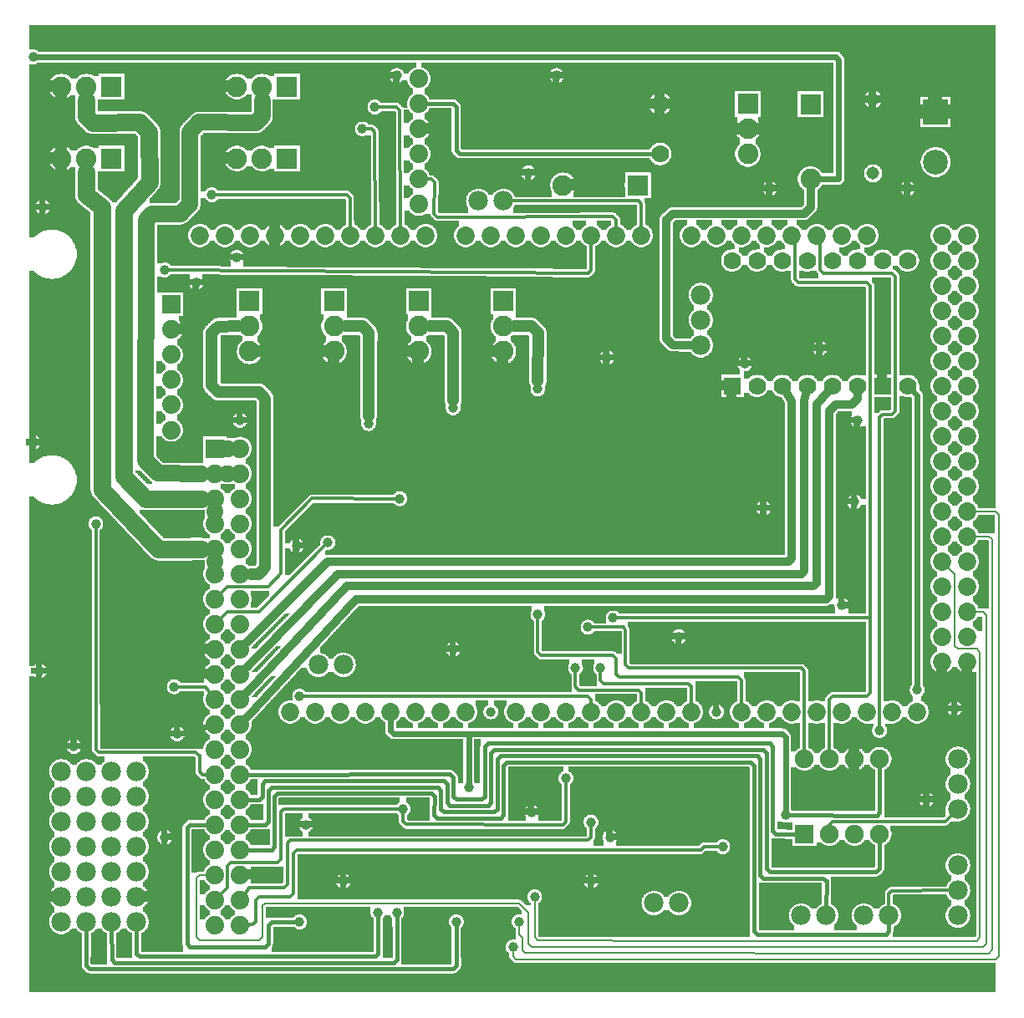
<source format=gbl>
G04 MADE WITH FRITZING*
G04 WWW.FRITZING.ORG*
G04 DOUBLE SIDED*
G04 HOLES PLATED*
G04 CONTOUR ON CENTER OF CONTOUR VECTOR*
%ASAXBY*%
%FSLAX23Y23*%
%MOIN*%
%OFA0B0*%
%SFA1.0B1.0*%
%ADD10C,0.075000*%
%ADD11C,0.039370*%
%ADD12C,0.074000*%
%ADD13C,0.070000*%
%ADD14C,0.078000*%
%ADD15C,0.072917*%
%ADD16C,0.082000*%
%ADD17C,0.051496*%
%ADD18C,0.099055*%
%ADD19R,0.074000X0.074000*%
%ADD20R,0.070000X0.070000*%
%ADD21R,0.075000X0.075000*%
%ADD22R,0.082000X0.082000*%
%ADD23R,0.099055X0.099055*%
%ADD24C,0.012000*%
%ADD25C,0.016000*%
%ADD26C,0.065000*%
%ADD27C,0.008000*%
%ADD28C,0.024000*%
%ADD29C,0.032000*%
%ADD30C,0.048000*%
%LNCOPPER0*%
G90*
G70*
G54D10*
X3503Y2266D03*
X3314Y2220D03*
X608Y1912D03*
X2671Y3587D03*
X3196Y1358D03*
X1373Y1514D03*
X2959Y1263D03*
X496Y3655D03*
X567Y905D03*
X2018Y874D03*
X3152Y860D03*
X2272Y866D03*
X3013Y344D03*
X3339Y3822D03*
G54D11*
X1107Y1822D03*
X2144Y3697D03*
X57Y2234D03*
X882Y2322D03*
X219Y1022D03*
G54D12*
X607Y2784D03*
X607Y2684D03*
X607Y2584D03*
X607Y2484D03*
X607Y2384D03*
X607Y2283D03*
G54D11*
X582Y659D03*
X82Y1322D03*
X94Y3172D03*
X1507Y3697D03*
X1144Y709D03*
X1744Y322D03*
X1507Y359D03*
X1432Y359D03*
X1119Y322D03*
X2281Y719D03*
X1970Y221D03*
X1994Y322D03*
X2057Y422D03*
X2181Y894D03*
X3582Y1247D03*
X2807Y622D03*
X307Y1909D03*
X582Y2922D03*
X707Y2872D03*
X1232Y1834D03*
X3619Y809D03*
X3344Y2322D03*
X3282Y1584D03*
X1294Y484D03*
X57Y3772D03*
X2357Y659D03*
X2269Y1497D03*
X2632Y1459D03*
X1794Y859D03*
X2282Y484D03*
X1519Y2009D03*
X1119Y1222D03*
X2219Y1334D03*
X2069Y1547D03*
X2319Y1334D03*
X2369Y1534D03*
X1732Y1409D03*
X2994Y3247D03*
X2032Y3309D03*
X3732Y1172D03*
X869Y2972D03*
X2344Y2572D03*
G54D13*
X2557Y3584D03*
X2557Y3384D03*
G54D11*
X1532Y772D03*
G54D12*
X1594Y3684D03*
X1594Y3584D03*
X1594Y3484D03*
X1594Y3384D03*
X1594Y3284D03*
X1594Y3184D03*
X1594Y3684D03*
X1594Y3584D03*
X1594Y3484D03*
X1594Y3384D03*
X1594Y3284D03*
X1594Y3184D03*
G54D11*
X619Y1259D03*
X3057Y747D03*
X1732Y2372D03*
X2069Y2447D03*
X1394Y2309D03*
X769Y3222D03*
X1369Y3484D03*
X1419Y3572D03*
X3432Y1084D03*
X1882Y1159D03*
X632Y1072D03*
X2782Y1159D03*
X3194Y2609D03*
X2969Y1972D03*
X3332Y1997D03*
G54D13*
X3544Y2959D03*
X3544Y2459D03*
X3444Y2959D03*
X3444Y2459D03*
X3344Y2959D03*
X3344Y2459D03*
X3244Y2959D03*
X3244Y2459D03*
X3144Y2959D03*
X3144Y2459D03*
X3044Y2959D03*
X3044Y2459D03*
X2944Y2959D03*
X2944Y2459D03*
X2844Y2959D03*
X2844Y2459D03*
G54D11*
X3544Y3247D03*
X2044Y759D03*
G54D14*
X469Y422D03*
X369Y422D03*
X269Y422D03*
X169Y422D03*
X469Y922D03*
X369Y922D03*
X269Y922D03*
X169Y922D03*
X169Y722D03*
X269Y722D03*
X369Y722D03*
X369Y522D03*
X169Y522D03*
X269Y522D03*
X469Y522D03*
X169Y322D03*
X269Y322D03*
X169Y822D03*
X269Y822D03*
X369Y822D03*
X469Y322D03*
X369Y622D03*
X469Y622D03*
X1294Y1347D03*
X1194Y1347D03*
X169Y622D03*
X269Y622D03*
X469Y822D03*
X369Y322D03*
X469Y722D03*
G54D11*
X2894Y2547D03*
G54D10*
X3132Y672D03*
X3132Y972D03*
X3232Y672D03*
X3232Y972D03*
X3332Y672D03*
X3332Y972D03*
X3432Y672D03*
X3432Y972D03*
G54D12*
X882Y2209D03*
X882Y2109D03*
X882Y2009D03*
X882Y1909D03*
X882Y1809D03*
X882Y1709D03*
X882Y1609D03*
X882Y1509D03*
X882Y1409D03*
X882Y1309D03*
X882Y1209D03*
X882Y1109D03*
X882Y1009D03*
X882Y909D03*
X882Y809D03*
X882Y709D03*
X882Y609D03*
X882Y509D03*
X882Y409D03*
X882Y309D03*
X782Y2209D03*
X782Y2109D03*
X782Y2009D03*
X782Y1909D03*
X782Y1809D03*
X782Y1709D03*
X782Y1609D03*
X782Y1509D03*
X782Y1409D03*
X782Y1309D03*
X782Y1209D03*
X782Y1109D03*
X782Y1009D03*
X782Y909D03*
X782Y809D03*
X782Y709D03*
X782Y609D03*
X782Y509D03*
X782Y409D03*
X782Y309D03*
G54D15*
X2982Y1159D03*
X1382Y1159D03*
X3082Y1159D03*
X3182Y1159D03*
X3282Y1159D03*
X3382Y1159D03*
X3682Y2559D03*
X3482Y1159D03*
X3582Y1159D03*
X1422Y3059D03*
X1982Y1159D03*
X2082Y1159D03*
X2182Y1159D03*
X2282Y1159D03*
X3682Y1759D03*
X2382Y1159D03*
X2482Y1159D03*
X2582Y1159D03*
X2682Y1159D03*
X2182Y3059D03*
X3682Y2959D03*
X3682Y2159D03*
X3682Y1359D03*
X1022Y3059D03*
X1782Y1159D03*
X1782Y3059D03*
X3682Y2759D03*
X3682Y2359D03*
X3682Y1959D03*
X3382Y3059D03*
X3682Y1559D03*
X3282Y3059D03*
X3182Y3059D03*
X3082Y3059D03*
X2982Y3059D03*
X2882Y3059D03*
X2782Y3059D03*
X2682Y3059D03*
X822Y3059D03*
X1222Y3059D03*
X1622Y3059D03*
X1182Y1159D03*
X1582Y1159D03*
X2382Y3059D03*
X1982Y3059D03*
X3682Y3059D03*
X3682Y2859D03*
X3682Y2659D03*
X3682Y2459D03*
X3682Y2259D03*
X3682Y2059D03*
X3682Y1859D03*
X3682Y1659D03*
X3682Y1459D03*
X722Y3059D03*
X922Y3059D03*
X1122Y3059D03*
X1322Y3059D03*
X1522Y3059D03*
X1082Y1159D03*
X1282Y1159D03*
X1482Y1159D03*
X1682Y1159D03*
X2482Y3059D03*
X2282Y3059D03*
X2082Y3059D03*
X1882Y3059D03*
X3782Y3059D03*
X3782Y2959D03*
X3782Y2859D03*
X3782Y2759D03*
X3782Y2659D03*
X3782Y2559D03*
X3782Y2459D03*
X3782Y2359D03*
X3782Y2259D03*
X3782Y2159D03*
X3782Y2059D03*
X3782Y1959D03*
X3782Y1859D03*
X3782Y1759D03*
X3782Y1659D03*
X3782Y1559D03*
X3782Y1459D03*
X3782Y1359D03*
X2882Y1159D03*
G54D16*
X1257Y2797D03*
X1257Y2697D03*
X1257Y2597D03*
X1932Y2797D03*
X1932Y2697D03*
X1932Y2597D03*
X1594Y2797D03*
X1594Y2697D03*
X1594Y2597D03*
X919Y2797D03*
X919Y2697D03*
X919Y2597D03*
G54D14*
X3744Y347D03*
X3744Y447D03*
X3744Y547D03*
X3744Y972D03*
X3744Y872D03*
X3744Y772D03*
X1932Y3197D03*
X1832Y3197D03*
X2719Y2822D03*
X2719Y2722D03*
X2719Y2622D03*
X3119Y347D03*
X3219Y347D03*
X2632Y397D03*
X2532Y397D03*
X3469Y347D03*
X3369Y347D03*
G54D16*
X2907Y3584D03*
X2907Y3484D03*
X2907Y3384D03*
X2467Y3259D03*
X2169Y3259D03*
X3157Y3582D03*
X3157Y3284D03*
G54D17*
X3406Y3307D03*
X3406Y3602D03*
G54D16*
X369Y3366D03*
X269Y3366D03*
X169Y3366D03*
X1069Y3653D03*
X969Y3653D03*
X869Y3653D03*
X369Y3653D03*
X269Y3653D03*
X169Y3653D03*
X1069Y3366D03*
X969Y3366D03*
X869Y3366D03*
G54D18*
X3656Y3552D03*
X3656Y3352D03*
G54D19*
X607Y2784D03*
G54D20*
X2844Y2459D03*
X3444Y2459D03*
G54D21*
X3132Y672D03*
G54D19*
X782Y2209D03*
G54D22*
X1257Y2797D03*
X1932Y2797D03*
X1594Y2797D03*
X919Y2797D03*
X2907Y3584D03*
X2468Y3259D03*
X3157Y3583D03*
X369Y3366D03*
X1069Y3653D03*
X369Y3653D03*
X1069Y3366D03*
G54D23*
X3656Y3552D03*
G54D24*
X2470Y3197D02*
X1956Y3197D01*
D02*
X2482Y3184D02*
X2470Y3197D01*
D02*
X2482Y3084D02*
X2482Y3184D01*
D02*
X2369Y3134D02*
X1669Y3133D01*
D02*
X1669Y3133D02*
X1656Y3146D01*
D02*
X2382Y3122D02*
X2369Y3134D01*
D02*
X1656Y3146D02*
X1657Y3272D01*
D02*
X2382Y3084D02*
X2382Y3122D01*
D02*
X1657Y3272D02*
X1644Y3284D01*
D02*
X1644Y3284D02*
X1620Y3284D01*
G54D25*
D02*
X1757Y3385D02*
X2536Y3384D01*
D02*
X1744Y3397D02*
X1757Y3385D01*
D02*
X1744Y3572D02*
X1744Y3397D01*
D02*
X1732Y3584D02*
X1744Y3572D01*
D02*
X1620Y3584D02*
X1732Y3584D01*
G54D26*
D02*
X782Y1756D02*
X782Y1762D01*
D02*
X782Y1956D02*
X782Y1962D01*
D02*
X835Y2109D02*
X829Y2109D01*
D02*
X835Y2209D02*
X829Y2209D01*
G54D25*
D02*
X1745Y147D02*
X1744Y308D01*
D02*
X1732Y134D02*
X1745Y147D01*
D02*
X282Y134D02*
X1732Y134D01*
D02*
X269Y147D02*
X282Y134D01*
D02*
X269Y297D02*
X269Y147D01*
D02*
X1507Y171D02*
X1507Y346D01*
D02*
X1495Y159D02*
X1507Y171D01*
D02*
X382Y159D02*
X1495Y159D01*
D02*
X370Y171D02*
X382Y159D01*
D02*
X369Y297D02*
X370Y171D01*
D02*
X1432Y196D02*
X1432Y346D01*
D02*
X1420Y184D02*
X1432Y196D01*
D02*
X482Y184D02*
X1420Y184D01*
D02*
X469Y196D02*
X482Y184D01*
D02*
X469Y297D02*
X469Y196D01*
D02*
X1106Y322D02*
X1008Y322D01*
D02*
X1008Y322D02*
X995Y309D01*
D02*
X995Y309D02*
X995Y234D01*
D02*
X995Y234D02*
X982Y221D01*
D02*
X982Y221D02*
X682Y221D01*
D02*
X682Y221D02*
X670Y234D01*
D02*
X670Y234D02*
X670Y697D01*
D02*
X670Y697D02*
X682Y709D01*
D02*
X682Y709D02*
X756Y709D01*
G54D24*
D02*
X1081Y647D02*
X2269Y647D01*
D02*
X2269Y647D02*
X2282Y659D01*
D02*
X1070Y634D02*
X1081Y647D01*
D02*
X2282Y659D02*
X2281Y706D01*
D02*
X1070Y472D02*
X1070Y634D01*
D02*
X1057Y459D02*
X1070Y472D01*
D02*
X919Y459D02*
X1057Y459D01*
D02*
X894Y422D02*
X919Y459D01*
D02*
X900Y428D02*
X894Y422D01*
G54D27*
D02*
X2057Y408D02*
X2057Y260D01*
D02*
X2057Y260D02*
X2069Y247D01*
D02*
X2069Y247D02*
X2670Y246D01*
D02*
X2670Y246D02*
X3820Y246D01*
D02*
X3820Y246D02*
X3832Y260D01*
D02*
X3832Y260D02*
X3832Y797D01*
D02*
X3832Y797D02*
X3832Y1396D01*
D02*
X3832Y1396D02*
X3820Y1410D01*
D02*
X3820Y1410D02*
X3744Y1410D01*
D02*
X3744Y1410D02*
X3732Y1421D01*
D02*
X3732Y1421D02*
X3732Y1709D01*
D02*
X3732Y1709D02*
X3699Y1742D01*
G54D24*
D02*
X1532Y722D02*
X1532Y758D01*
D02*
X1544Y710D02*
X1532Y722D01*
D02*
X2170Y709D02*
X1544Y710D01*
D02*
X2181Y722D02*
X2170Y709D01*
D02*
X2181Y881D02*
X2181Y722D01*
G54D28*
D02*
X3582Y2422D02*
X3582Y1266D01*
D02*
X3563Y2441D02*
X3582Y2422D01*
G54D24*
D02*
X2731Y622D02*
X2720Y609D01*
D02*
X2720Y609D02*
X1107Y609D01*
D02*
X2793Y622D02*
X2731Y622D01*
D02*
X1107Y609D02*
X1094Y596D01*
D02*
X1094Y434D02*
X1082Y421D01*
D02*
X1094Y596D02*
X1094Y434D01*
D02*
X1082Y421D02*
X957Y421D01*
D02*
X957Y421D02*
X944Y409D01*
D02*
X944Y409D02*
X944Y321D01*
D02*
X944Y321D02*
X932Y310D01*
D02*
X932Y310D02*
X907Y309D01*
D02*
X720Y984D02*
X720Y922D01*
D02*
X720Y922D02*
X731Y909D01*
D02*
X731Y909D02*
X756Y909D01*
D02*
X706Y997D02*
X719Y984D01*
D02*
X319Y997D02*
X706Y997D01*
D02*
X307Y1009D02*
X319Y997D01*
D02*
X307Y1896D02*
X307Y1009D01*
D02*
X1232Y1834D02*
X1218Y1834D01*
D02*
X957Y1559D02*
X1232Y1834D01*
D02*
X832Y1559D02*
X957Y1559D01*
D02*
X800Y1527D02*
X832Y1559D01*
D02*
X3244Y722D02*
X3694Y722D01*
D02*
X3694Y722D02*
X3727Y754D01*
D02*
X3231Y709D02*
X3244Y722D01*
D02*
X3232Y695D02*
X3231Y709D01*
D02*
X2270Y2909D02*
X595Y2922D01*
D02*
X2282Y2922D02*
X2270Y2909D01*
D02*
X2282Y3035D02*
X2282Y2922D01*
G54D28*
D02*
X3257Y3772D02*
X3269Y3759D01*
D02*
X3269Y3284D02*
X3189Y3284D01*
D02*
X3269Y3759D02*
X3269Y3284D01*
D02*
X76Y3772D02*
X3257Y3772D01*
D02*
X1794Y878D02*
X1794Y1072D01*
G54D29*
D02*
X3220Y1609D02*
X1344Y1609D01*
D02*
X907Y1136D02*
X1344Y1609D01*
D02*
X1307Y1660D02*
X3169Y1660D01*
D02*
X907Y1236D02*
X1307Y1660D01*
D02*
X1270Y1709D02*
X3120Y1709D01*
D02*
X907Y1335D02*
X1270Y1709D01*
D02*
X1232Y1759D02*
X3069Y1759D01*
D02*
X908Y1435D02*
X1232Y1759D01*
G54D24*
D02*
X1169Y2010D02*
X1506Y2009D01*
D02*
X1045Y1885D02*
X1169Y2010D01*
D02*
X1045Y1710D02*
X1045Y1885D01*
D02*
X994Y1659D02*
X1045Y1710D01*
D02*
X832Y1659D02*
X994Y1659D01*
D02*
X800Y1627D02*
X832Y1659D01*
D02*
X744Y1259D02*
X633Y1259D01*
D02*
X766Y1230D02*
X744Y1259D01*
D02*
X2383Y1534D02*
X3394Y1534D01*
G54D29*
D02*
X2581Y2647D02*
X2582Y3122D01*
D02*
X2582Y3122D02*
X2607Y3146D01*
D02*
X2607Y2622D02*
X2581Y2647D01*
D02*
X3132Y3146D02*
X3158Y3172D01*
D02*
X3158Y3172D02*
X3157Y3247D01*
D02*
X2607Y3146D02*
X3132Y3146D01*
D02*
X2684Y2622D02*
X2607Y2622D01*
G54D24*
D02*
X2332Y1272D02*
X2669Y1272D01*
D02*
X2319Y1284D02*
X2332Y1272D01*
D02*
X2669Y1272D02*
X2681Y1260D01*
D02*
X2681Y1260D02*
X2682Y1184D01*
D02*
X2319Y1321D02*
X2319Y1284D01*
D02*
X2482Y1234D02*
X2482Y1184D01*
D02*
X2232Y1246D02*
X2470Y1246D01*
D02*
X2470Y1246D02*
X2482Y1234D01*
D02*
X2219Y1260D02*
X2232Y1246D01*
D02*
X2219Y1321D02*
X2219Y1260D01*
D02*
X3395Y1234D02*
X3382Y1222D01*
D02*
X3232Y1209D02*
X3232Y995D01*
D02*
X3245Y1222D02*
X3232Y1209D01*
D02*
X3382Y1222D02*
X3245Y1222D01*
D02*
X3394Y1534D02*
X3395Y1234D01*
D02*
X3394Y2859D02*
X3394Y1534D01*
D02*
X3381Y2871D02*
X3394Y2859D01*
D02*
X3107Y2872D02*
X3381Y2871D01*
D02*
X3095Y2884D02*
X3107Y2872D01*
D02*
X3095Y3059D02*
X3095Y2884D01*
D02*
X3107Y3059D02*
X3095Y3059D01*
G54D27*
D02*
X707Y497D02*
X720Y509D01*
D02*
X720Y509D02*
X756Y509D01*
D02*
X707Y260D02*
X707Y497D01*
D02*
X720Y247D02*
X707Y260D01*
D02*
X3857Y1546D02*
X3857Y235D01*
D02*
X3844Y1559D02*
X3857Y1546D01*
D02*
X3857Y235D02*
X3844Y221D01*
D02*
X970Y260D02*
X957Y247D01*
D02*
X970Y385D02*
X970Y260D01*
D02*
X982Y396D02*
X969Y385D01*
D02*
X1995Y396D02*
X982Y396D01*
D02*
X2019Y372D02*
X1995Y396D01*
D02*
X2045Y222D02*
X2032Y234D01*
D02*
X2032Y234D02*
X2032Y359D01*
D02*
X2032Y359D02*
X2019Y372D01*
D02*
X3844Y221D02*
X2045Y222D01*
D02*
X957Y247D02*
X720Y247D01*
D02*
X3807Y1559D02*
X3844Y1559D01*
G54D24*
D02*
X1044Y760D02*
X1044Y572D01*
D02*
X1044Y572D02*
X1032Y559D01*
D02*
X1057Y771D02*
X1044Y760D01*
D02*
X1032Y559D02*
X844Y559D01*
D02*
X844Y559D02*
X831Y546D01*
D02*
X1518Y772D02*
X1057Y771D01*
D02*
X831Y459D02*
X800Y427D01*
D02*
X831Y546D02*
X831Y459D01*
D02*
X2069Y1533D02*
X2069Y1397D01*
D02*
X2882Y1284D02*
X2882Y1184D01*
D02*
X2869Y1297D02*
X2882Y1284D01*
D02*
X2395Y1297D02*
X2869Y1297D01*
D02*
X2382Y1309D02*
X2395Y1297D01*
D02*
X2382Y1371D02*
X2382Y1309D01*
D02*
X2369Y1384D02*
X2382Y1371D01*
D02*
X2082Y1384D02*
X2369Y1384D01*
D02*
X2069Y1397D02*
X2082Y1384D01*
G54D28*
D02*
X752Y1102D02*
X650Y1076D01*
G54D25*
D02*
X3432Y759D02*
X3432Y949D01*
D02*
X3420Y746D02*
X3432Y759D01*
G54D28*
D02*
X3057Y1059D02*
X3057Y766D01*
G54D25*
D02*
X3420Y746D02*
X3070Y747D01*
G54D24*
D02*
X3482Y446D02*
X3720Y447D01*
D02*
X3469Y434D02*
X3482Y446D01*
D02*
X3469Y371D02*
X3469Y434D01*
G54D28*
D02*
X1794Y1072D02*
X1494Y1072D01*
D02*
X3045Y1072D02*
X1794Y1072D01*
D02*
X3057Y1059D02*
X3045Y1072D01*
D02*
X1482Y1084D02*
X1494Y1072D01*
D02*
X1482Y1129D02*
X1482Y1084D01*
G54D30*
D02*
X1395Y2671D02*
X1394Y2339D01*
D02*
X1370Y2697D02*
X1395Y2671D01*
D02*
X1300Y2697D02*
X1370Y2697D01*
D02*
X957Y1709D02*
X924Y1709D01*
D02*
X982Y1734D02*
X957Y1709D01*
D02*
X769Y2671D02*
X769Y2460D01*
D02*
X957Y2434D02*
X982Y2409D01*
D02*
X795Y2434D02*
X957Y2434D01*
D02*
X795Y2696D02*
X769Y2671D01*
D02*
X769Y2460D02*
X795Y2434D01*
D02*
X982Y2409D02*
X982Y1734D01*
D02*
X876Y2697D02*
X795Y2696D01*
D02*
X1733Y2671D02*
X1707Y2697D01*
D02*
X1732Y2402D02*
X1733Y2671D01*
D02*
X1707Y2697D02*
X1638Y2697D01*
D02*
X2070Y2671D02*
X2069Y2477D01*
D02*
X2044Y2697D02*
X2070Y2671D01*
D02*
X1975Y2697D02*
X2044Y2697D01*
G54D29*
D02*
X3344Y2409D02*
X3344Y2428D01*
D02*
X3320Y2384D02*
X3344Y2409D01*
D02*
X3257Y2384D02*
X3320Y2384D01*
D02*
X3232Y2359D02*
X3257Y2384D01*
D02*
X3232Y1622D02*
X3232Y2359D01*
D02*
X3220Y1609D02*
X3232Y1622D01*
D02*
X3182Y2385D02*
X3224Y2435D01*
D02*
X3181Y1672D02*
X3182Y2385D01*
D02*
X3169Y1660D02*
X3181Y1672D01*
D02*
X3069Y1759D02*
X3082Y1772D01*
D02*
X3082Y1772D02*
X3082Y2397D01*
D02*
X3082Y2397D02*
X3061Y2432D01*
D02*
X3120Y1709D02*
X3132Y1721D01*
D02*
X3132Y1721D02*
X3132Y2397D01*
D02*
X3132Y2397D02*
X3138Y2428D01*
G54D24*
D02*
X3132Y1322D02*
X3120Y1334D01*
D02*
X2419Y1484D02*
X2412Y1497D01*
D02*
X2419Y1347D02*
X2419Y1484D01*
D02*
X2431Y1334D02*
X2419Y1347D01*
D02*
X2412Y1497D02*
X2283Y1497D01*
D02*
X3120Y1334D02*
X2431Y1334D01*
D02*
X3132Y995D02*
X3132Y1322D01*
G54D26*
D02*
X506Y2160D02*
X507Y3121D01*
D02*
X507Y3121D02*
X531Y3146D01*
D02*
X556Y2110D02*
X506Y2160D01*
D02*
X531Y3146D02*
X644Y3146D01*
D02*
X729Y2109D02*
X556Y2110D01*
D02*
X644Y3146D02*
X682Y3184D01*
D02*
X970Y3534D02*
X970Y3599D01*
D02*
X944Y3509D02*
X970Y3534D01*
D02*
X682Y3471D02*
X719Y3510D01*
D02*
X719Y3510D02*
X944Y3509D01*
D02*
X682Y3183D02*
X682Y3471D01*
G54D13*
D02*
X419Y2097D02*
X419Y3159D01*
D02*
X269Y3534D02*
X269Y3599D01*
D02*
X482Y3510D02*
X294Y3509D01*
D02*
X519Y3471D02*
X482Y3510D01*
D02*
X294Y3509D02*
X269Y3534D01*
D02*
X520Y3271D02*
X519Y3471D01*
D02*
X419Y3159D02*
X520Y3271D01*
D02*
X506Y2009D02*
X419Y2097D01*
D02*
X729Y2009D02*
X506Y2009D01*
D02*
X556Y1809D02*
X332Y2046D01*
D02*
X332Y2046D02*
X332Y3172D01*
D02*
X729Y1809D02*
X556Y1809D01*
D02*
X269Y3221D02*
X269Y3312D01*
D02*
X332Y3172D02*
X269Y3221D01*
G54D24*
D02*
X1307Y3222D02*
X783Y3222D01*
D02*
X1320Y3209D02*
X1307Y3222D01*
D02*
X1322Y3084D02*
X1320Y3209D01*
D02*
X1407Y3484D02*
X1383Y3484D01*
D02*
X1419Y3472D02*
X1407Y3484D01*
D02*
X1422Y3084D02*
X1419Y3472D01*
D02*
X1532Y3059D02*
X1522Y3059D01*
D02*
X1519Y3559D02*
X1522Y3084D01*
D02*
X1506Y3572D02*
X1519Y3559D01*
D02*
X1433Y3572D02*
X1506Y3572D01*
D02*
X3432Y2334D02*
X3432Y1098D01*
D02*
X3482Y2346D02*
X3444Y2346D01*
D02*
X3444Y2346D02*
X3432Y2334D01*
D02*
X3495Y2359D02*
X3482Y2346D01*
D02*
X3494Y2896D02*
X3495Y2359D01*
D02*
X3481Y2909D02*
X3494Y2896D01*
D02*
X3207Y2909D02*
X3481Y2909D01*
D02*
X3195Y2921D02*
X3207Y2909D01*
D02*
X3194Y3059D02*
X3195Y2921D01*
D02*
X3207Y3059D02*
X3194Y3059D01*
G54D25*
D02*
X3469Y285D02*
X3469Y322D01*
D02*
X3457Y271D02*
X3469Y285D01*
D02*
X2945Y271D02*
X3457Y271D01*
D02*
X2931Y285D02*
X2945Y271D01*
D02*
X1920Y985D02*
X2945Y985D01*
D02*
X1907Y972D02*
X1920Y985D01*
D02*
X1907Y771D02*
X1907Y972D01*
D02*
X1894Y760D02*
X1907Y771D01*
D02*
X1695Y760D02*
X1894Y760D01*
D02*
X2956Y972D02*
X2956Y509D01*
D02*
X2956Y509D02*
X2969Y496D01*
D02*
X2945Y985D02*
X2956Y972D01*
D02*
X2969Y496D02*
X3206Y496D01*
D02*
X3206Y496D02*
X3220Y484D01*
D02*
X1682Y771D02*
X1695Y760D01*
D02*
X1682Y846D02*
X1682Y771D01*
D02*
X1670Y859D02*
X1682Y846D01*
D02*
X3220Y484D02*
X3219Y371D01*
D02*
X1007Y859D02*
X1670Y859D01*
D02*
X994Y846D02*
X1007Y859D01*
D02*
X994Y722D02*
X994Y846D01*
D02*
X981Y709D02*
X994Y722D01*
D02*
X907Y709D02*
X981Y709D01*
D02*
X1019Y821D02*
X1019Y622D01*
D02*
X1019Y622D02*
X1007Y609D01*
D02*
X1032Y834D02*
X1019Y821D01*
D02*
X1644Y834D02*
X1032Y834D01*
D02*
X1657Y821D02*
X1644Y834D01*
D02*
X1656Y747D02*
X1657Y821D01*
D02*
X1669Y734D02*
X1656Y747D01*
D02*
X2919Y959D02*
X1944Y959D01*
D02*
X2932Y946D02*
X2919Y959D01*
D02*
X1944Y959D02*
X1932Y946D01*
D02*
X1932Y946D02*
X1932Y747D01*
D02*
X1932Y747D02*
X1920Y734D01*
D02*
X1920Y734D02*
X1669Y734D01*
D02*
X1007Y609D02*
X907Y609D01*
D02*
X2931Y285D02*
X2932Y946D01*
G54D27*
D02*
X3869Y196D02*
X3882Y210D01*
D02*
X3869Y1859D02*
X3807Y1859D01*
D02*
X1994Y308D02*
X1994Y272D01*
D02*
X2019Y197D02*
X3869Y196D01*
D02*
X2007Y209D02*
X2019Y197D01*
D02*
X2007Y259D02*
X2007Y209D01*
D02*
X1994Y272D02*
X2007Y259D01*
D02*
X3882Y210D02*
X3882Y1847D01*
D02*
X3882Y1847D02*
X3869Y1859D01*
D02*
X3907Y184D02*
X3907Y1946D01*
D02*
X3907Y1946D02*
X3895Y1959D01*
D02*
X1970Y208D02*
X1970Y184D01*
D02*
X1970Y184D02*
X1982Y172D01*
D02*
X1982Y172D02*
X3894Y171D01*
D02*
X3894Y171D02*
X3907Y184D01*
D02*
X3895Y1959D02*
X3807Y1959D01*
G54D25*
D02*
X1719Y910D02*
X1732Y897D01*
D02*
X1744Y810D02*
X1844Y810D01*
D02*
X1844Y810D02*
X1857Y821D01*
D02*
X1732Y821D02*
X1744Y810D01*
D02*
X3006Y684D02*
X3019Y672D01*
D02*
X3019Y672D02*
X3109Y672D01*
D02*
X3006Y1022D02*
X3006Y684D01*
D02*
X2995Y1035D02*
X3006Y1022D01*
D02*
X1870Y1035D02*
X2995Y1035D01*
D02*
X1857Y1022D02*
X1870Y1035D01*
D02*
X1857Y821D02*
X1857Y1022D01*
D02*
X1732Y897D02*
X1732Y821D01*
D02*
X907Y909D02*
X1719Y910D01*
D02*
X981Y884D02*
X1695Y884D01*
D02*
X970Y872D02*
X981Y884D01*
D02*
X1708Y872D02*
X1707Y797D01*
D02*
X1707Y797D02*
X1719Y784D01*
D02*
X1695Y884D02*
X1708Y872D01*
D02*
X2995Y522D02*
X3419Y522D01*
D02*
X2982Y996D02*
X2982Y535D01*
D02*
X2982Y535D02*
X2995Y522D01*
D02*
X2969Y1009D02*
X2982Y996D01*
D02*
X1894Y1009D02*
X2969Y1009D01*
D02*
X1881Y996D02*
X1894Y1009D01*
D02*
X1881Y797D02*
X1881Y996D01*
D02*
X1870Y784D02*
X1881Y797D01*
D02*
X1719Y784D02*
X1870Y784D01*
D02*
X3432Y534D02*
X3432Y649D01*
D02*
X3419Y522D02*
X3432Y534D01*
D02*
X957Y809D02*
X970Y822D01*
D02*
X970Y821D02*
X970Y872D01*
D02*
X907Y809D02*
X957Y809D01*
G54D24*
D02*
X2282Y1209D02*
X2269Y1221D01*
D02*
X2282Y1184D02*
X2282Y1209D01*
D02*
X2269Y1221D02*
X1133Y1222D01*
G36*
X1534Y3563D02*
X1534Y3553D01*
X1536Y3553D01*
X1536Y3509D01*
X1556Y3509D01*
X1556Y3513D01*
X1558Y3513D01*
X1558Y3515D01*
X1560Y3515D01*
X1560Y3517D01*
X1562Y3517D01*
X1562Y3519D01*
X1564Y3519D01*
X1564Y3521D01*
X1566Y3521D01*
X1566Y3523D01*
X1570Y3523D01*
X1570Y3545D01*
X1568Y3545D01*
X1568Y3547D01*
X1564Y3547D01*
X1564Y3549D01*
X1562Y3549D01*
X1562Y3551D01*
X1560Y3551D01*
X1560Y3553D01*
X1558Y3553D01*
X1558Y3557D01*
X1556Y3557D01*
X1556Y3559D01*
X1554Y3559D01*
X1554Y3563D01*
X1534Y3563D01*
G37*
D02*
G36*
X1536Y3459D02*
X1536Y3409D01*
X1556Y3409D01*
X1556Y3413D01*
X1558Y3413D01*
X1558Y3415D01*
X1560Y3415D01*
X1560Y3417D01*
X1562Y3417D01*
X1562Y3419D01*
X1564Y3419D01*
X1564Y3421D01*
X1566Y3421D01*
X1566Y3423D01*
X1570Y3423D01*
X1570Y3445D01*
X1568Y3445D01*
X1568Y3447D01*
X1564Y3447D01*
X1564Y3449D01*
X1562Y3449D01*
X1562Y3451D01*
X1560Y3451D01*
X1560Y3453D01*
X1558Y3453D01*
X1558Y3457D01*
X1556Y3457D01*
X1556Y3459D01*
X1536Y3459D01*
G37*
D02*
G36*
X1536Y3359D02*
X1536Y3309D01*
X1556Y3309D01*
X1556Y3313D01*
X1558Y3313D01*
X1558Y3315D01*
X1560Y3315D01*
X1560Y3317D01*
X1562Y3317D01*
X1562Y3319D01*
X1564Y3319D01*
X1564Y3321D01*
X1566Y3321D01*
X1566Y3323D01*
X1570Y3323D01*
X1570Y3345D01*
X1568Y3345D01*
X1568Y3347D01*
X1564Y3347D01*
X1564Y3349D01*
X1562Y3349D01*
X1562Y3351D01*
X1560Y3351D01*
X1560Y3353D01*
X1558Y3353D01*
X1558Y3357D01*
X1556Y3357D01*
X1556Y3359D01*
X1536Y3359D01*
G37*
D02*
G36*
X1536Y3259D02*
X1536Y3209D01*
X1556Y3209D01*
X1556Y3213D01*
X1558Y3213D01*
X1558Y3215D01*
X1560Y3215D01*
X1560Y3217D01*
X1562Y3217D01*
X1562Y3219D01*
X1564Y3219D01*
X1564Y3221D01*
X1566Y3221D01*
X1566Y3223D01*
X1570Y3223D01*
X1570Y3245D01*
X1568Y3245D01*
X1568Y3247D01*
X1564Y3247D01*
X1564Y3249D01*
X1562Y3249D01*
X1562Y3251D01*
X1560Y3251D01*
X1560Y3253D01*
X1558Y3253D01*
X1558Y3257D01*
X1556Y3257D01*
X1556Y3259D01*
X1536Y3259D01*
G37*
D02*
G36*
X724Y3209D02*
X724Y3193D01*
X758Y3193D01*
X758Y3195D01*
X754Y3195D01*
X754Y3197D01*
X752Y3197D01*
X752Y3199D01*
X750Y3199D01*
X750Y3201D01*
X748Y3201D01*
X748Y3203D01*
X746Y3203D01*
X746Y3205D01*
X744Y3205D01*
X744Y3209D01*
X724Y3209D01*
G37*
D02*
G36*
X794Y3205D02*
X794Y3203D01*
X792Y3203D01*
X792Y3201D01*
X790Y3201D01*
X790Y3199D01*
X788Y3199D01*
X788Y3197D01*
X784Y3197D01*
X784Y3195D01*
X780Y3195D01*
X780Y3193D01*
X1304Y3193D01*
X1304Y3203D01*
X1302Y3203D01*
X1302Y3205D01*
X794Y3205D01*
G37*
D02*
G36*
X724Y3193D02*
X724Y3191D01*
X1304Y3191D01*
X1304Y3193D01*
X724Y3193D01*
G37*
D02*
G36*
X724Y3193D02*
X724Y3191D01*
X1304Y3191D01*
X1304Y3193D01*
X724Y3193D01*
G37*
D02*
G36*
X724Y3191D02*
X724Y3175D01*
X722Y3175D01*
X722Y3167D01*
X720Y3167D01*
X720Y3163D01*
X718Y3163D01*
X718Y3161D01*
X716Y3161D01*
X716Y3157D01*
X714Y3157D01*
X714Y3155D01*
X712Y3155D01*
X712Y3153D01*
X710Y3153D01*
X710Y3151D01*
X708Y3151D01*
X708Y3149D01*
X706Y3149D01*
X706Y3147D01*
X704Y3147D01*
X704Y3145D01*
X702Y3145D01*
X702Y3143D01*
X700Y3143D01*
X700Y3141D01*
X698Y3141D01*
X698Y3139D01*
X696Y3139D01*
X696Y3137D01*
X694Y3137D01*
X694Y3135D01*
X692Y3135D01*
X692Y3133D01*
X690Y3133D01*
X690Y3131D01*
X688Y3131D01*
X688Y3129D01*
X686Y3129D01*
X686Y3127D01*
X684Y3127D01*
X684Y3125D01*
X682Y3125D01*
X682Y3123D01*
X680Y3123D01*
X680Y3121D01*
X678Y3121D01*
X678Y3119D01*
X676Y3119D01*
X676Y3117D01*
X674Y3117D01*
X674Y3115D01*
X672Y3115D01*
X672Y3113D01*
X670Y3113D01*
X670Y3111D01*
X666Y3111D01*
X666Y3109D01*
X662Y3109D01*
X662Y3107D01*
X658Y3107D01*
X658Y3105D01*
X1234Y3105D01*
X1234Y3103D01*
X1240Y3103D01*
X1240Y3101D01*
X1244Y3101D01*
X1244Y3099D01*
X1248Y3099D01*
X1248Y3097D01*
X1250Y3097D01*
X1250Y3095D01*
X1252Y3095D01*
X1252Y3093D01*
X1254Y3093D01*
X1254Y3091D01*
X1256Y3091D01*
X1256Y3089D01*
X1258Y3089D01*
X1258Y3087D01*
X1260Y3087D01*
X1260Y3083D01*
X1262Y3083D01*
X1262Y3081D01*
X1282Y3081D01*
X1282Y3085D01*
X1284Y3085D01*
X1284Y3087D01*
X1286Y3087D01*
X1286Y3089D01*
X1288Y3089D01*
X1288Y3091D01*
X1290Y3091D01*
X1290Y3093D01*
X1292Y3093D01*
X1292Y3095D01*
X1294Y3095D01*
X1294Y3097D01*
X1296Y3097D01*
X1296Y3099D01*
X1300Y3099D01*
X1300Y3101D01*
X1304Y3101D01*
X1304Y3191D01*
X724Y3191D01*
G37*
D02*
G36*
X1538Y3157D02*
X1538Y3137D01*
X1586Y3137D01*
X1586Y3139D01*
X1578Y3139D01*
X1578Y3141D01*
X1574Y3141D01*
X1574Y3143D01*
X1570Y3143D01*
X1570Y3145D01*
X1568Y3145D01*
X1568Y3147D01*
X1564Y3147D01*
X1564Y3149D01*
X1562Y3149D01*
X1562Y3151D01*
X1560Y3151D01*
X1560Y3153D01*
X1558Y3153D01*
X1558Y3157D01*
X1538Y3157D01*
G37*
D02*
G36*
X1618Y3145D02*
X1618Y3143D01*
X1614Y3143D01*
X1614Y3141D01*
X1610Y3141D01*
X1610Y3139D01*
X1602Y3139D01*
X1602Y3137D01*
X1642Y3137D01*
X1642Y3141D01*
X1640Y3141D01*
X1640Y3145D01*
X1618Y3145D01*
G37*
D02*
G36*
X1538Y3137D02*
X1538Y3135D01*
X1644Y3135D01*
X1644Y3137D01*
X1538Y3137D01*
G37*
D02*
G36*
X1538Y3137D02*
X1538Y3135D01*
X1644Y3135D01*
X1644Y3137D01*
X1538Y3137D01*
G37*
D02*
G36*
X1538Y3135D02*
X1538Y3105D01*
X1634Y3105D01*
X1634Y3103D01*
X1640Y3103D01*
X1640Y3101D01*
X1644Y3101D01*
X1644Y3099D01*
X1648Y3099D01*
X1648Y3097D01*
X1650Y3097D01*
X1650Y3095D01*
X1652Y3095D01*
X1652Y3093D01*
X1654Y3093D01*
X1654Y3091D01*
X1656Y3091D01*
X1656Y3089D01*
X1658Y3089D01*
X1658Y3087D01*
X1660Y3087D01*
X1660Y3083D01*
X1662Y3083D01*
X1662Y3081D01*
X1664Y3081D01*
X1664Y3077D01*
X1666Y3077D01*
X1666Y3069D01*
X1668Y3069D01*
X1668Y3049D01*
X1666Y3049D01*
X1666Y3043D01*
X1664Y3043D01*
X1664Y3039D01*
X1662Y3039D01*
X1662Y3035D01*
X1660Y3035D01*
X1660Y3031D01*
X1658Y3031D01*
X1658Y3029D01*
X1656Y3029D01*
X1656Y3027D01*
X1654Y3027D01*
X1654Y3025D01*
X1652Y3025D01*
X1652Y3023D01*
X1650Y3023D01*
X1650Y3021D01*
X1646Y3021D01*
X1646Y3019D01*
X1642Y3019D01*
X1642Y3017D01*
X1638Y3017D01*
X1638Y3015D01*
X1632Y3015D01*
X1632Y3013D01*
X1772Y3013D01*
X1772Y3015D01*
X1764Y3015D01*
X1764Y3017D01*
X1760Y3017D01*
X1760Y3019D01*
X1758Y3019D01*
X1758Y3021D01*
X1754Y3021D01*
X1754Y3023D01*
X1752Y3023D01*
X1752Y3025D01*
X1750Y3025D01*
X1750Y3027D01*
X1748Y3027D01*
X1748Y3029D01*
X1746Y3029D01*
X1746Y3031D01*
X1744Y3031D01*
X1744Y3033D01*
X1742Y3033D01*
X1742Y3037D01*
X1740Y3037D01*
X1740Y3041D01*
X1738Y3041D01*
X1738Y3047D01*
X1736Y3047D01*
X1736Y3071D01*
X1738Y3071D01*
X1738Y3077D01*
X1740Y3077D01*
X1740Y3081D01*
X1742Y3081D01*
X1742Y3085D01*
X1744Y3085D01*
X1744Y3087D01*
X1746Y3087D01*
X1746Y3089D01*
X1748Y3089D01*
X1748Y3091D01*
X1750Y3091D01*
X1750Y3093D01*
X1752Y3093D01*
X1752Y3095D01*
X1754Y3095D01*
X1754Y3097D01*
X1756Y3097D01*
X1756Y3117D01*
X1666Y3117D01*
X1666Y3119D01*
X1660Y3119D01*
X1660Y3121D01*
X1658Y3121D01*
X1658Y3123D01*
X1656Y3123D01*
X1656Y3125D01*
X1654Y3125D01*
X1654Y3127D01*
X1652Y3127D01*
X1652Y3129D01*
X1650Y3129D01*
X1650Y3131D01*
X1648Y3131D01*
X1648Y3133D01*
X1646Y3133D01*
X1646Y3135D01*
X1538Y3135D01*
G37*
D02*
G36*
X648Y3105D02*
X648Y3103D01*
X550Y3103D01*
X550Y3013D01*
X712Y3013D01*
X712Y3015D01*
X704Y3015D01*
X704Y3017D01*
X700Y3017D01*
X700Y3019D01*
X698Y3019D01*
X698Y3021D01*
X694Y3021D01*
X694Y3023D01*
X692Y3023D01*
X692Y3025D01*
X690Y3025D01*
X690Y3027D01*
X688Y3027D01*
X688Y3029D01*
X686Y3029D01*
X686Y3031D01*
X684Y3031D01*
X684Y3033D01*
X682Y3033D01*
X682Y3037D01*
X680Y3037D01*
X680Y3041D01*
X678Y3041D01*
X678Y3047D01*
X676Y3047D01*
X676Y3071D01*
X678Y3071D01*
X678Y3077D01*
X680Y3077D01*
X680Y3081D01*
X682Y3081D01*
X682Y3085D01*
X684Y3085D01*
X684Y3087D01*
X686Y3087D01*
X686Y3089D01*
X688Y3089D01*
X688Y3091D01*
X690Y3091D01*
X690Y3093D01*
X692Y3093D01*
X692Y3095D01*
X694Y3095D01*
X694Y3097D01*
X696Y3097D01*
X696Y3099D01*
X700Y3099D01*
X700Y3101D01*
X704Y3101D01*
X704Y3103D01*
X710Y3103D01*
X710Y3105D01*
X648Y3105D01*
G37*
D02*
G36*
X734Y3105D02*
X734Y3103D01*
X740Y3103D01*
X740Y3101D01*
X744Y3101D01*
X744Y3099D01*
X748Y3099D01*
X748Y3097D01*
X750Y3097D01*
X750Y3095D01*
X752Y3095D01*
X752Y3093D01*
X754Y3093D01*
X754Y3091D01*
X756Y3091D01*
X756Y3089D01*
X758Y3089D01*
X758Y3087D01*
X760Y3087D01*
X760Y3083D01*
X762Y3083D01*
X762Y3081D01*
X782Y3081D01*
X782Y3085D01*
X784Y3085D01*
X784Y3087D01*
X786Y3087D01*
X786Y3089D01*
X788Y3089D01*
X788Y3091D01*
X790Y3091D01*
X790Y3093D01*
X792Y3093D01*
X792Y3095D01*
X794Y3095D01*
X794Y3097D01*
X796Y3097D01*
X796Y3099D01*
X800Y3099D01*
X800Y3101D01*
X804Y3101D01*
X804Y3103D01*
X810Y3103D01*
X810Y3105D01*
X734Y3105D01*
G37*
D02*
G36*
X834Y3105D02*
X834Y3103D01*
X840Y3103D01*
X840Y3101D01*
X844Y3101D01*
X844Y3099D01*
X848Y3099D01*
X848Y3097D01*
X850Y3097D01*
X850Y3095D01*
X852Y3095D01*
X852Y3093D01*
X854Y3093D01*
X854Y3091D01*
X856Y3091D01*
X856Y3089D01*
X858Y3089D01*
X858Y3087D01*
X860Y3087D01*
X860Y3083D01*
X862Y3083D01*
X862Y3081D01*
X882Y3081D01*
X882Y3085D01*
X884Y3085D01*
X884Y3087D01*
X886Y3087D01*
X886Y3089D01*
X888Y3089D01*
X888Y3091D01*
X890Y3091D01*
X890Y3093D01*
X892Y3093D01*
X892Y3095D01*
X894Y3095D01*
X894Y3097D01*
X896Y3097D01*
X896Y3099D01*
X900Y3099D01*
X900Y3101D01*
X904Y3101D01*
X904Y3103D01*
X910Y3103D01*
X910Y3105D01*
X834Y3105D01*
G37*
D02*
G36*
X934Y3105D02*
X934Y3103D01*
X940Y3103D01*
X940Y3101D01*
X944Y3101D01*
X944Y3099D01*
X948Y3099D01*
X948Y3097D01*
X950Y3097D01*
X950Y3095D01*
X952Y3095D01*
X952Y3093D01*
X954Y3093D01*
X954Y3091D01*
X956Y3091D01*
X956Y3089D01*
X958Y3089D01*
X958Y3087D01*
X960Y3087D01*
X960Y3083D01*
X962Y3083D01*
X962Y3081D01*
X982Y3081D01*
X982Y3085D01*
X984Y3085D01*
X984Y3087D01*
X986Y3087D01*
X986Y3089D01*
X988Y3089D01*
X988Y3091D01*
X990Y3091D01*
X990Y3093D01*
X992Y3093D01*
X992Y3095D01*
X994Y3095D01*
X994Y3097D01*
X996Y3097D01*
X996Y3099D01*
X1000Y3099D01*
X1000Y3101D01*
X1004Y3101D01*
X1004Y3103D01*
X1010Y3103D01*
X1010Y3105D01*
X934Y3105D01*
G37*
D02*
G36*
X1034Y3105D02*
X1034Y3103D01*
X1040Y3103D01*
X1040Y3101D01*
X1044Y3101D01*
X1044Y3099D01*
X1048Y3099D01*
X1048Y3097D01*
X1050Y3097D01*
X1050Y3095D01*
X1052Y3095D01*
X1052Y3093D01*
X1054Y3093D01*
X1054Y3091D01*
X1056Y3091D01*
X1056Y3089D01*
X1058Y3089D01*
X1058Y3087D01*
X1060Y3087D01*
X1060Y3083D01*
X1062Y3083D01*
X1062Y3081D01*
X1082Y3081D01*
X1082Y3085D01*
X1084Y3085D01*
X1084Y3087D01*
X1086Y3087D01*
X1086Y3089D01*
X1088Y3089D01*
X1088Y3091D01*
X1090Y3091D01*
X1090Y3093D01*
X1092Y3093D01*
X1092Y3095D01*
X1094Y3095D01*
X1094Y3097D01*
X1096Y3097D01*
X1096Y3099D01*
X1100Y3099D01*
X1100Y3101D01*
X1104Y3101D01*
X1104Y3103D01*
X1110Y3103D01*
X1110Y3105D01*
X1034Y3105D01*
G37*
D02*
G36*
X1134Y3105D02*
X1134Y3103D01*
X1140Y3103D01*
X1140Y3101D01*
X1144Y3101D01*
X1144Y3099D01*
X1148Y3099D01*
X1148Y3097D01*
X1150Y3097D01*
X1150Y3095D01*
X1152Y3095D01*
X1152Y3093D01*
X1154Y3093D01*
X1154Y3091D01*
X1156Y3091D01*
X1156Y3089D01*
X1158Y3089D01*
X1158Y3087D01*
X1160Y3087D01*
X1160Y3083D01*
X1162Y3083D01*
X1162Y3081D01*
X1182Y3081D01*
X1182Y3085D01*
X1184Y3085D01*
X1184Y3087D01*
X1186Y3087D01*
X1186Y3089D01*
X1188Y3089D01*
X1188Y3091D01*
X1190Y3091D01*
X1190Y3093D01*
X1192Y3093D01*
X1192Y3095D01*
X1194Y3095D01*
X1194Y3097D01*
X1196Y3097D01*
X1196Y3099D01*
X1200Y3099D01*
X1200Y3101D01*
X1204Y3101D01*
X1204Y3103D01*
X1210Y3103D01*
X1210Y3105D01*
X1134Y3105D01*
G37*
D02*
G36*
X1538Y3105D02*
X1538Y3103D01*
X1540Y3103D01*
X1540Y3101D01*
X1544Y3101D01*
X1544Y3099D01*
X1548Y3099D01*
X1548Y3097D01*
X1550Y3097D01*
X1550Y3095D01*
X1552Y3095D01*
X1552Y3093D01*
X1554Y3093D01*
X1554Y3091D01*
X1556Y3091D01*
X1556Y3089D01*
X1558Y3089D01*
X1558Y3087D01*
X1560Y3087D01*
X1560Y3083D01*
X1562Y3083D01*
X1562Y3081D01*
X1582Y3081D01*
X1582Y3085D01*
X1584Y3085D01*
X1584Y3087D01*
X1586Y3087D01*
X1586Y3089D01*
X1588Y3089D01*
X1588Y3091D01*
X1590Y3091D01*
X1590Y3093D01*
X1592Y3093D01*
X1592Y3095D01*
X1594Y3095D01*
X1594Y3097D01*
X1596Y3097D01*
X1596Y3099D01*
X1600Y3099D01*
X1600Y3101D01*
X1604Y3101D01*
X1604Y3103D01*
X1610Y3103D01*
X1610Y3105D01*
X1538Y3105D01*
G37*
D02*
G36*
X762Y3037D02*
X762Y3035D01*
X760Y3035D01*
X760Y3031D01*
X758Y3031D01*
X758Y3029D01*
X756Y3029D01*
X756Y3027D01*
X754Y3027D01*
X754Y3025D01*
X752Y3025D01*
X752Y3023D01*
X750Y3023D01*
X750Y3021D01*
X746Y3021D01*
X746Y3019D01*
X742Y3019D01*
X742Y3017D01*
X738Y3017D01*
X738Y3015D01*
X732Y3015D01*
X732Y3013D01*
X812Y3013D01*
X812Y3015D01*
X804Y3015D01*
X804Y3017D01*
X800Y3017D01*
X800Y3019D01*
X798Y3019D01*
X798Y3021D01*
X794Y3021D01*
X794Y3023D01*
X792Y3023D01*
X792Y3025D01*
X790Y3025D01*
X790Y3027D01*
X788Y3027D01*
X788Y3029D01*
X786Y3029D01*
X786Y3031D01*
X784Y3031D01*
X784Y3033D01*
X782Y3033D01*
X782Y3037D01*
X762Y3037D01*
G37*
D02*
G36*
X862Y3037D02*
X862Y3035D01*
X860Y3035D01*
X860Y3031D01*
X858Y3031D01*
X858Y3029D01*
X856Y3029D01*
X856Y3027D01*
X854Y3027D01*
X854Y3025D01*
X852Y3025D01*
X852Y3023D01*
X850Y3023D01*
X850Y3021D01*
X846Y3021D01*
X846Y3019D01*
X842Y3019D01*
X842Y3017D01*
X838Y3017D01*
X838Y3015D01*
X832Y3015D01*
X832Y3013D01*
X912Y3013D01*
X912Y3015D01*
X904Y3015D01*
X904Y3017D01*
X900Y3017D01*
X900Y3019D01*
X898Y3019D01*
X898Y3021D01*
X894Y3021D01*
X894Y3023D01*
X892Y3023D01*
X892Y3025D01*
X890Y3025D01*
X890Y3027D01*
X888Y3027D01*
X888Y3029D01*
X886Y3029D01*
X886Y3031D01*
X884Y3031D01*
X884Y3033D01*
X882Y3033D01*
X882Y3037D01*
X862Y3037D01*
G37*
D02*
G36*
X962Y3037D02*
X962Y3035D01*
X960Y3035D01*
X960Y3031D01*
X958Y3031D01*
X958Y3029D01*
X956Y3029D01*
X956Y3027D01*
X954Y3027D01*
X954Y3025D01*
X952Y3025D01*
X952Y3023D01*
X950Y3023D01*
X950Y3021D01*
X946Y3021D01*
X946Y3019D01*
X942Y3019D01*
X942Y3017D01*
X938Y3017D01*
X938Y3015D01*
X932Y3015D01*
X932Y3013D01*
X1012Y3013D01*
X1012Y3015D01*
X1004Y3015D01*
X1004Y3017D01*
X1000Y3017D01*
X1000Y3019D01*
X998Y3019D01*
X998Y3021D01*
X994Y3021D01*
X994Y3023D01*
X992Y3023D01*
X992Y3025D01*
X990Y3025D01*
X990Y3027D01*
X988Y3027D01*
X988Y3029D01*
X986Y3029D01*
X986Y3031D01*
X984Y3031D01*
X984Y3033D01*
X982Y3033D01*
X982Y3037D01*
X962Y3037D01*
G37*
D02*
G36*
X1062Y3037D02*
X1062Y3035D01*
X1060Y3035D01*
X1060Y3031D01*
X1058Y3031D01*
X1058Y3029D01*
X1056Y3029D01*
X1056Y3027D01*
X1054Y3027D01*
X1054Y3025D01*
X1052Y3025D01*
X1052Y3023D01*
X1050Y3023D01*
X1050Y3021D01*
X1046Y3021D01*
X1046Y3019D01*
X1042Y3019D01*
X1042Y3017D01*
X1038Y3017D01*
X1038Y3015D01*
X1032Y3015D01*
X1032Y3013D01*
X1112Y3013D01*
X1112Y3015D01*
X1104Y3015D01*
X1104Y3017D01*
X1100Y3017D01*
X1100Y3019D01*
X1098Y3019D01*
X1098Y3021D01*
X1094Y3021D01*
X1094Y3023D01*
X1092Y3023D01*
X1092Y3025D01*
X1090Y3025D01*
X1090Y3027D01*
X1088Y3027D01*
X1088Y3029D01*
X1086Y3029D01*
X1086Y3031D01*
X1084Y3031D01*
X1084Y3033D01*
X1082Y3033D01*
X1082Y3037D01*
X1062Y3037D01*
G37*
D02*
G36*
X1162Y3037D02*
X1162Y3035D01*
X1160Y3035D01*
X1160Y3031D01*
X1158Y3031D01*
X1158Y3029D01*
X1156Y3029D01*
X1156Y3027D01*
X1154Y3027D01*
X1154Y3025D01*
X1152Y3025D01*
X1152Y3023D01*
X1150Y3023D01*
X1150Y3021D01*
X1146Y3021D01*
X1146Y3019D01*
X1142Y3019D01*
X1142Y3017D01*
X1138Y3017D01*
X1138Y3015D01*
X1132Y3015D01*
X1132Y3013D01*
X1212Y3013D01*
X1212Y3015D01*
X1204Y3015D01*
X1204Y3017D01*
X1200Y3017D01*
X1200Y3019D01*
X1198Y3019D01*
X1198Y3021D01*
X1194Y3021D01*
X1194Y3023D01*
X1192Y3023D01*
X1192Y3025D01*
X1190Y3025D01*
X1190Y3027D01*
X1188Y3027D01*
X1188Y3029D01*
X1186Y3029D01*
X1186Y3031D01*
X1184Y3031D01*
X1184Y3033D01*
X1182Y3033D01*
X1182Y3037D01*
X1162Y3037D01*
G37*
D02*
G36*
X1262Y3037D02*
X1262Y3035D01*
X1260Y3035D01*
X1260Y3031D01*
X1258Y3031D01*
X1258Y3029D01*
X1256Y3029D01*
X1256Y3027D01*
X1254Y3027D01*
X1254Y3025D01*
X1252Y3025D01*
X1252Y3023D01*
X1250Y3023D01*
X1250Y3021D01*
X1246Y3021D01*
X1246Y3019D01*
X1242Y3019D01*
X1242Y3017D01*
X1238Y3017D01*
X1238Y3015D01*
X1232Y3015D01*
X1232Y3013D01*
X1312Y3013D01*
X1312Y3015D01*
X1304Y3015D01*
X1304Y3017D01*
X1300Y3017D01*
X1300Y3019D01*
X1298Y3019D01*
X1298Y3021D01*
X1294Y3021D01*
X1294Y3023D01*
X1292Y3023D01*
X1292Y3025D01*
X1290Y3025D01*
X1290Y3027D01*
X1288Y3027D01*
X1288Y3029D01*
X1286Y3029D01*
X1286Y3031D01*
X1284Y3031D01*
X1284Y3033D01*
X1282Y3033D01*
X1282Y3037D01*
X1262Y3037D01*
G37*
D02*
G36*
X1362Y3037D02*
X1362Y3035D01*
X1360Y3035D01*
X1360Y3031D01*
X1358Y3031D01*
X1358Y3029D01*
X1356Y3029D01*
X1356Y3027D01*
X1354Y3027D01*
X1354Y3025D01*
X1352Y3025D01*
X1352Y3023D01*
X1350Y3023D01*
X1350Y3021D01*
X1346Y3021D01*
X1346Y3019D01*
X1342Y3019D01*
X1342Y3017D01*
X1338Y3017D01*
X1338Y3015D01*
X1332Y3015D01*
X1332Y3013D01*
X1412Y3013D01*
X1412Y3015D01*
X1404Y3015D01*
X1404Y3017D01*
X1400Y3017D01*
X1400Y3019D01*
X1398Y3019D01*
X1398Y3021D01*
X1394Y3021D01*
X1394Y3023D01*
X1392Y3023D01*
X1392Y3025D01*
X1390Y3025D01*
X1390Y3027D01*
X1388Y3027D01*
X1388Y3029D01*
X1386Y3029D01*
X1386Y3031D01*
X1384Y3031D01*
X1384Y3033D01*
X1382Y3033D01*
X1382Y3037D01*
X1362Y3037D01*
G37*
D02*
G36*
X1462Y3037D02*
X1462Y3035D01*
X1460Y3035D01*
X1460Y3031D01*
X1458Y3031D01*
X1458Y3029D01*
X1456Y3029D01*
X1456Y3027D01*
X1454Y3027D01*
X1454Y3025D01*
X1452Y3025D01*
X1452Y3023D01*
X1450Y3023D01*
X1450Y3021D01*
X1446Y3021D01*
X1446Y3019D01*
X1442Y3019D01*
X1442Y3017D01*
X1438Y3017D01*
X1438Y3015D01*
X1432Y3015D01*
X1432Y3013D01*
X1512Y3013D01*
X1512Y3015D01*
X1504Y3015D01*
X1504Y3017D01*
X1500Y3017D01*
X1500Y3019D01*
X1498Y3019D01*
X1498Y3021D01*
X1494Y3021D01*
X1494Y3023D01*
X1492Y3023D01*
X1492Y3025D01*
X1490Y3025D01*
X1490Y3027D01*
X1488Y3027D01*
X1488Y3029D01*
X1486Y3029D01*
X1486Y3031D01*
X1484Y3031D01*
X1484Y3033D01*
X1482Y3033D01*
X1482Y3037D01*
X1462Y3037D01*
G37*
D02*
G36*
X1562Y3037D02*
X1562Y3035D01*
X1560Y3035D01*
X1560Y3031D01*
X1558Y3031D01*
X1558Y3029D01*
X1556Y3029D01*
X1556Y3027D01*
X1554Y3027D01*
X1554Y3025D01*
X1552Y3025D01*
X1552Y3023D01*
X1550Y3023D01*
X1550Y3021D01*
X1546Y3021D01*
X1546Y3019D01*
X1542Y3019D01*
X1542Y3017D01*
X1538Y3017D01*
X1538Y3015D01*
X1532Y3015D01*
X1532Y3013D01*
X1612Y3013D01*
X1612Y3015D01*
X1604Y3015D01*
X1604Y3017D01*
X1600Y3017D01*
X1600Y3019D01*
X1598Y3019D01*
X1598Y3021D01*
X1594Y3021D01*
X1594Y3023D01*
X1592Y3023D01*
X1592Y3025D01*
X1590Y3025D01*
X1590Y3027D01*
X1588Y3027D01*
X1588Y3029D01*
X1586Y3029D01*
X1586Y3031D01*
X1584Y3031D01*
X1584Y3033D01*
X1582Y3033D01*
X1582Y3037D01*
X1562Y3037D01*
G37*
D02*
G36*
X1822Y3037D02*
X1822Y3035D01*
X1820Y3035D01*
X1820Y3031D01*
X1818Y3031D01*
X1818Y3029D01*
X1816Y3029D01*
X1816Y3027D01*
X1814Y3027D01*
X1814Y3025D01*
X1812Y3025D01*
X1812Y3023D01*
X1810Y3023D01*
X1810Y3021D01*
X1806Y3021D01*
X1806Y3019D01*
X1802Y3019D01*
X1802Y3017D01*
X1798Y3017D01*
X1798Y3015D01*
X1792Y3015D01*
X1792Y3013D01*
X1872Y3013D01*
X1872Y3015D01*
X1864Y3015D01*
X1864Y3017D01*
X1860Y3017D01*
X1860Y3019D01*
X1858Y3019D01*
X1858Y3021D01*
X1854Y3021D01*
X1854Y3023D01*
X1852Y3023D01*
X1852Y3025D01*
X1850Y3025D01*
X1850Y3027D01*
X1848Y3027D01*
X1848Y3029D01*
X1846Y3029D01*
X1846Y3031D01*
X1844Y3031D01*
X1844Y3033D01*
X1842Y3033D01*
X1842Y3037D01*
X1822Y3037D01*
G37*
D02*
G36*
X1922Y3037D02*
X1922Y3035D01*
X1920Y3035D01*
X1920Y3031D01*
X1918Y3031D01*
X1918Y3029D01*
X1916Y3029D01*
X1916Y3027D01*
X1914Y3027D01*
X1914Y3025D01*
X1912Y3025D01*
X1912Y3023D01*
X1910Y3023D01*
X1910Y3021D01*
X1906Y3021D01*
X1906Y3019D01*
X1902Y3019D01*
X1902Y3017D01*
X1898Y3017D01*
X1898Y3015D01*
X1892Y3015D01*
X1892Y3013D01*
X1972Y3013D01*
X1972Y3015D01*
X1964Y3015D01*
X1964Y3017D01*
X1960Y3017D01*
X1960Y3019D01*
X1958Y3019D01*
X1958Y3021D01*
X1954Y3021D01*
X1954Y3023D01*
X1952Y3023D01*
X1952Y3025D01*
X1950Y3025D01*
X1950Y3027D01*
X1948Y3027D01*
X1948Y3029D01*
X1946Y3029D01*
X1946Y3031D01*
X1944Y3031D01*
X1944Y3033D01*
X1942Y3033D01*
X1942Y3037D01*
X1922Y3037D01*
G37*
D02*
G36*
X2022Y3037D02*
X2022Y3035D01*
X2020Y3035D01*
X2020Y3031D01*
X2018Y3031D01*
X2018Y3029D01*
X2016Y3029D01*
X2016Y3027D01*
X2014Y3027D01*
X2014Y3025D01*
X2012Y3025D01*
X2012Y3023D01*
X2010Y3023D01*
X2010Y3021D01*
X2006Y3021D01*
X2006Y3019D01*
X2002Y3019D01*
X2002Y3017D01*
X1998Y3017D01*
X1998Y3015D01*
X1992Y3015D01*
X1992Y3013D01*
X2072Y3013D01*
X2072Y3015D01*
X2064Y3015D01*
X2064Y3017D01*
X2060Y3017D01*
X2060Y3019D01*
X2058Y3019D01*
X2058Y3021D01*
X2054Y3021D01*
X2054Y3023D01*
X2052Y3023D01*
X2052Y3025D01*
X2050Y3025D01*
X2050Y3027D01*
X2048Y3027D01*
X2048Y3029D01*
X2046Y3029D01*
X2046Y3031D01*
X2044Y3031D01*
X2044Y3033D01*
X2042Y3033D01*
X2042Y3037D01*
X2022Y3037D01*
G37*
D02*
G36*
X2122Y3037D02*
X2122Y3035D01*
X2120Y3035D01*
X2120Y3031D01*
X2118Y3031D01*
X2118Y3029D01*
X2116Y3029D01*
X2116Y3027D01*
X2114Y3027D01*
X2114Y3025D01*
X2112Y3025D01*
X2112Y3023D01*
X2110Y3023D01*
X2110Y3021D01*
X2106Y3021D01*
X2106Y3019D01*
X2102Y3019D01*
X2102Y3017D01*
X2098Y3017D01*
X2098Y3015D01*
X2092Y3015D01*
X2092Y3013D01*
X2172Y3013D01*
X2172Y3015D01*
X2164Y3015D01*
X2164Y3017D01*
X2160Y3017D01*
X2160Y3019D01*
X2158Y3019D01*
X2158Y3021D01*
X2154Y3021D01*
X2154Y3023D01*
X2152Y3023D01*
X2152Y3025D01*
X2150Y3025D01*
X2150Y3027D01*
X2148Y3027D01*
X2148Y3029D01*
X2146Y3029D01*
X2146Y3031D01*
X2144Y3031D01*
X2144Y3033D01*
X2142Y3033D01*
X2142Y3037D01*
X2122Y3037D01*
G37*
D02*
G36*
X2222Y3037D02*
X2222Y3035D01*
X2220Y3035D01*
X2220Y3031D01*
X2218Y3031D01*
X2218Y3029D01*
X2216Y3029D01*
X2216Y3027D01*
X2214Y3027D01*
X2214Y3025D01*
X2212Y3025D01*
X2212Y3023D01*
X2210Y3023D01*
X2210Y3021D01*
X2206Y3021D01*
X2206Y3019D01*
X2202Y3019D01*
X2202Y3017D01*
X2198Y3017D01*
X2198Y3015D01*
X2192Y3015D01*
X2192Y3013D01*
X2266Y3013D01*
X2266Y3015D01*
X2264Y3015D01*
X2264Y3017D01*
X2260Y3017D01*
X2260Y3019D01*
X2258Y3019D01*
X2258Y3021D01*
X2254Y3021D01*
X2254Y3023D01*
X2252Y3023D01*
X2252Y3025D01*
X2250Y3025D01*
X2250Y3027D01*
X2248Y3027D01*
X2248Y3029D01*
X2246Y3029D01*
X2246Y3031D01*
X2244Y3031D01*
X2244Y3033D01*
X2242Y3033D01*
X2242Y3037D01*
X2222Y3037D01*
G37*
D02*
G36*
X550Y3013D02*
X550Y3011D01*
X2266Y3011D01*
X2266Y3013D01*
X550Y3013D01*
G37*
D02*
G36*
X550Y3013D02*
X550Y3011D01*
X2266Y3011D01*
X2266Y3013D01*
X550Y3013D01*
G37*
D02*
G36*
X550Y3013D02*
X550Y3011D01*
X2266Y3011D01*
X2266Y3013D01*
X550Y3013D01*
G37*
D02*
G36*
X550Y3013D02*
X550Y3011D01*
X2266Y3011D01*
X2266Y3013D01*
X550Y3013D01*
G37*
D02*
G36*
X550Y3013D02*
X550Y3011D01*
X2266Y3011D01*
X2266Y3013D01*
X550Y3013D01*
G37*
D02*
G36*
X550Y3013D02*
X550Y3011D01*
X2266Y3011D01*
X2266Y3013D01*
X550Y3013D01*
G37*
D02*
G36*
X550Y3013D02*
X550Y3011D01*
X2266Y3011D01*
X2266Y3013D01*
X550Y3013D01*
G37*
D02*
G36*
X550Y3013D02*
X550Y3011D01*
X2266Y3011D01*
X2266Y3013D01*
X550Y3013D01*
G37*
D02*
G36*
X550Y3013D02*
X550Y3011D01*
X2266Y3011D01*
X2266Y3013D01*
X550Y3013D01*
G37*
D02*
G36*
X550Y3013D02*
X550Y3011D01*
X2266Y3011D01*
X2266Y3013D01*
X550Y3013D01*
G37*
D02*
G36*
X550Y3013D02*
X550Y3011D01*
X2266Y3011D01*
X2266Y3013D01*
X550Y3013D01*
G37*
D02*
G36*
X550Y3013D02*
X550Y3011D01*
X2266Y3011D01*
X2266Y3013D01*
X550Y3013D01*
G37*
D02*
G36*
X550Y3013D02*
X550Y3011D01*
X2266Y3011D01*
X2266Y3013D01*
X550Y3013D01*
G37*
D02*
G36*
X550Y3013D02*
X550Y3011D01*
X2266Y3011D01*
X2266Y3013D01*
X550Y3013D01*
G37*
D02*
G36*
X550Y3013D02*
X550Y3011D01*
X2266Y3011D01*
X2266Y3013D01*
X550Y3013D01*
G37*
D02*
G36*
X550Y3013D02*
X550Y3011D01*
X2266Y3011D01*
X2266Y3013D01*
X550Y3013D01*
G37*
D02*
G36*
X550Y3011D02*
X550Y3001D01*
X878Y3001D01*
X878Y2999D01*
X882Y2999D01*
X882Y2997D01*
X886Y2997D01*
X886Y2995D01*
X888Y2995D01*
X888Y2993D01*
X890Y2993D01*
X890Y2991D01*
X892Y2991D01*
X892Y2989D01*
X894Y2989D01*
X894Y2987D01*
X896Y2987D01*
X896Y2983D01*
X898Y2983D01*
X898Y2973D01*
X900Y2973D01*
X900Y2971D01*
X898Y2971D01*
X898Y2961D01*
X896Y2961D01*
X896Y2957D01*
X894Y2957D01*
X894Y2935D01*
X1068Y2935D01*
X1068Y2933D01*
X1334Y2933D01*
X1334Y2931D01*
X1600Y2931D01*
X1600Y2929D01*
X1864Y2929D01*
X1864Y2927D01*
X2130Y2927D01*
X2130Y2925D01*
X2264Y2925D01*
X2264Y2927D01*
X2266Y2927D01*
X2266Y3011D01*
X550Y3011D01*
G37*
D02*
G36*
X550Y3001D02*
X550Y2951D01*
X590Y2951D01*
X590Y2949D01*
X596Y2949D01*
X596Y2947D01*
X598Y2947D01*
X598Y2945D01*
X602Y2945D01*
X602Y2943D01*
X604Y2943D01*
X604Y2939D01*
X606Y2939D01*
X606Y2937D01*
X804Y2937D01*
X804Y2935D01*
X846Y2935D01*
X846Y2955D01*
X844Y2955D01*
X844Y2959D01*
X842Y2959D01*
X842Y2963D01*
X840Y2963D01*
X840Y2979D01*
X842Y2979D01*
X842Y2985D01*
X844Y2985D01*
X844Y2989D01*
X846Y2989D01*
X846Y2991D01*
X848Y2991D01*
X848Y2993D01*
X850Y2993D01*
X850Y2995D01*
X852Y2995D01*
X852Y2997D01*
X856Y2997D01*
X856Y2999D01*
X862Y2999D01*
X862Y3001D01*
X550Y3001D01*
G37*
D02*
G36*
X550Y2951D02*
X550Y2949D01*
X574Y2949D01*
X574Y2951D01*
X550Y2951D01*
G37*
D02*
G36*
X1978Y3181D02*
X1978Y3177D01*
X1976Y3177D01*
X1976Y3173D01*
X1974Y3173D01*
X1974Y3171D01*
X1972Y3171D01*
X1972Y3151D01*
X2370Y3151D01*
X2370Y3149D01*
X2378Y3149D01*
X2378Y3147D01*
X2380Y3147D01*
X2380Y3145D01*
X2382Y3145D01*
X2382Y3143D01*
X2384Y3143D01*
X2384Y3141D01*
X2386Y3141D01*
X2386Y3139D01*
X2388Y3139D01*
X2388Y3137D01*
X2390Y3137D01*
X2390Y3135D01*
X2392Y3135D01*
X2392Y3133D01*
X2394Y3133D01*
X2394Y3131D01*
X2396Y3131D01*
X2396Y3127D01*
X2398Y3127D01*
X2398Y3103D01*
X2400Y3103D01*
X2400Y3101D01*
X2404Y3101D01*
X2404Y3099D01*
X2408Y3099D01*
X2408Y3097D01*
X2410Y3097D01*
X2410Y3095D01*
X2412Y3095D01*
X2412Y3093D01*
X2414Y3093D01*
X2414Y3091D01*
X2416Y3091D01*
X2416Y3089D01*
X2418Y3089D01*
X2418Y3087D01*
X2420Y3087D01*
X2420Y3083D01*
X2422Y3083D01*
X2422Y3081D01*
X2442Y3081D01*
X2442Y3085D01*
X2444Y3085D01*
X2444Y3087D01*
X2446Y3087D01*
X2446Y3089D01*
X2448Y3089D01*
X2448Y3091D01*
X2450Y3091D01*
X2450Y3093D01*
X2452Y3093D01*
X2452Y3095D01*
X2454Y3095D01*
X2454Y3097D01*
X2456Y3097D01*
X2456Y3099D01*
X2460Y3099D01*
X2460Y3101D01*
X2464Y3101D01*
X2464Y3103D01*
X2466Y3103D01*
X2466Y3179D01*
X2464Y3179D01*
X2464Y3181D01*
X1978Y3181D01*
G37*
D02*
G36*
X1972Y3151D02*
X1972Y3149D01*
X2238Y3149D01*
X2238Y3151D01*
X1972Y3151D01*
G37*
D02*
G36*
X2700Y3121D02*
X2700Y3101D01*
X2704Y3101D01*
X2704Y3099D01*
X2708Y3099D01*
X2708Y3097D01*
X2710Y3097D01*
X2710Y3095D01*
X2712Y3095D01*
X2712Y3093D01*
X2714Y3093D01*
X2714Y3091D01*
X2716Y3091D01*
X2716Y3089D01*
X2718Y3089D01*
X2718Y3087D01*
X2720Y3087D01*
X2720Y3083D01*
X2722Y3083D01*
X2722Y3081D01*
X2742Y3081D01*
X2742Y3085D01*
X2744Y3085D01*
X2744Y3087D01*
X2746Y3087D01*
X2746Y3089D01*
X2748Y3089D01*
X2748Y3091D01*
X2750Y3091D01*
X2750Y3093D01*
X2752Y3093D01*
X2752Y3095D01*
X2754Y3095D01*
X2754Y3097D01*
X2756Y3097D01*
X2756Y3099D01*
X2760Y3099D01*
X2760Y3101D01*
X2764Y3101D01*
X2764Y3121D01*
X2700Y3121D01*
G37*
D02*
G36*
X2800Y3121D02*
X2800Y3101D01*
X2804Y3101D01*
X2804Y3099D01*
X2808Y3099D01*
X2808Y3097D01*
X2810Y3097D01*
X2810Y3095D01*
X2812Y3095D01*
X2812Y3093D01*
X2814Y3093D01*
X2814Y3091D01*
X2816Y3091D01*
X2816Y3089D01*
X2818Y3089D01*
X2818Y3087D01*
X2820Y3087D01*
X2820Y3083D01*
X2822Y3083D01*
X2822Y3081D01*
X2842Y3081D01*
X2842Y3085D01*
X2844Y3085D01*
X2844Y3087D01*
X2846Y3087D01*
X2846Y3089D01*
X2848Y3089D01*
X2848Y3091D01*
X2850Y3091D01*
X2850Y3093D01*
X2852Y3093D01*
X2852Y3095D01*
X2854Y3095D01*
X2854Y3097D01*
X2856Y3097D01*
X2856Y3099D01*
X2860Y3099D01*
X2860Y3101D01*
X2864Y3101D01*
X2864Y3121D01*
X2800Y3121D01*
G37*
D02*
G36*
X2900Y3121D02*
X2900Y3101D01*
X2904Y3101D01*
X2904Y3099D01*
X2908Y3099D01*
X2908Y3097D01*
X2910Y3097D01*
X2910Y3095D01*
X2912Y3095D01*
X2912Y3093D01*
X2914Y3093D01*
X2914Y3091D01*
X2916Y3091D01*
X2916Y3089D01*
X2918Y3089D01*
X2918Y3087D01*
X2920Y3087D01*
X2920Y3083D01*
X2922Y3083D01*
X2922Y3081D01*
X2942Y3081D01*
X2942Y3085D01*
X2944Y3085D01*
X2944Y3087D01*
X2946Y3087D01*
X2946Y3089D01*
X2948Y3089D01*
X2948Y3091D01*
X2950Y3091D01*
X2950Y3093D01*
X2952Y3093D01*
X2952Y3095D01*
X2954Y3095D01*
X2954Y3097D01*
X2956Y3097D01*
X2956Y3099D01*
X2960Y3099D01*
X2960Y3101D01*
X2964Y3101D01*
X2964Y3121D01*
X2900Y3121D01*
G37*
D02*
G36*
X3000Y3121D02*
X3000Y3101D01*
X3004Y3101D01*
X3004Y3099D01*
X3008Y3099D01*
X3008Y3097D01*
X3010Y3097D01*
X3010Y3095D01*
X3012Y3095D01*
X3012Y3093D01*
X3014Y3093D01*
X3014Y3091D01*
X3016Y3091D01*
X3016Y3089D01*
X3018Y3089D01*
X3018Y3087D01*
X3020Y3087D01*
X3020Y3083D01*
X3022Y3083D01*
X3022Y3081D01*
X3042Y3081D01*
X3042Y3085D01*
X3044Y3085D01*
X3044Y3087D01*
X3046Y3087D01*
X3046Y3089D01*
X3048Y3089D01*
X3048Y3091D01*
X3050Y3091D01*
X3050Y3093D01*
X3052Y3093D01*
X3052Y3095D01*
X3054Y3095D01*
X3054Y3097D01*
X3056Y3097D01*
X3056Y3099D01*
X3060Y3099D01*
X3060Y3101D01*
X3064Y3101D01*
X3064Y3121D01*
X3000Y3121D01*
G37*
D02*
G36*
X2304Y3119D02*
X2304Y3099D01*
X2308Y3099D01*
X2308Y3097D01*
X2310Y3097D01*
X2310Y3095D01*
X2312Y3095D01*
X2312Y3093D01*
X2314Y3093D01*
X2314Y3091D01*
X2316Y3091D01*
X2316Y3089D01*
X2318Y3089D01*
X2318Y3087D01*
X2320Y3087D01*
X2320Y3083D01*
X2322Y3083D01*
X2322Y3081D01*
X2342Y3081D01*
X2342Y3085D01*
X2344Y3085D01*
X2344Y3087D01*
X2346Y3087D01*
X2346Y3089D01*
X2348Y3089D01*
X2348Y3091D01*
X2350Y3091D01*
X2350Y3093D01*
X2352Y3093D01*
X2352Y3095D01*
X2354Y3095D01*
X2354Y3097D01*
X2356Y3097D01*
X2356Y3099D01*
X2360Y3099D01*
X2360Y3119D01*
X2304Y3119D01*
G37*
D02*
G36*
X2208Y3117D02*
X2208Y3097D01*
X2210Y3097D01*
X2210Y3095D01*
X2212Y3095D01*
X2212Y3093D01*
X2214Y3093D01*
X2214Y3091D01*
X2216Y3091D01*
X2216Y3089D01*
X2218Y3089D01*
X2218Y3087D01*
X2220Y3087D01*
X2220Y3083D01*
X2222Y3083D01*
X2222Y3081D01*
X2242Y3081D01*
X2242Y3085D01*
X2244Y3085D01*
X2244Y3087D01*
X2246Y3087D01*
X2246Y3089D01*
X2248Y3089D01*
X2248Y3091D01*
X2250Y3091D01*
X2250Y3093D01*
X2252Y3093D01*
X2252Y3095D01*
X2254Y3095D01*
X2254Y3097D01*
X2256Y3097D01*
X2256Y3099D01*
X2260Y3099D01*
X2260Y3117D01*
X2208Y3117D01*
G37*
D02*
G36*
X2922Y3037D02*
X2922Y3035D01*
X2920Y3035D01*
X2920Y3031D01*
X2918Y3031D01*
X2918Y3029D01*
X2916Y3029D01*
X2916Y3027D01*
X2914Y3027D01*
X2914Y3025D01*
X2912Y3025D01*
X2912Y3023D01*
X2910Y3023D01*
X2910Y3021D01*
X2906Y3021D01*
X2906Y3019D01*
X2902Y3019D01*
X2902Y3017D01*
X2898Y3017D01*
X2898Y3015D01*
X2892Y3015D01*
X2892Y3013D01*
X2870Y3013D01*
X2870Y2995D01*
X2872Y2995D01*
X2872Y2993D01*
X2874Y2993D01*
X2874Y2991D01*
X2876Y2991D01*
X2876Y2989D01*
X2878Y2989D01*
X2878Y2987D01*
X2880Y2987D01*
X2880Y2985D01*
X2882Y2985D01*
X2882Y2981D01*
X2884Y2981D01*
X2884Y2979D01*
X2904Y2979D01*
X2904Y2981D01*
X2906Y2981D01*
X2906Y2983D01*
X2908Y2983D01*
X2908Y2987D01*
X2910Y2987D01*
X2910Y2989D01*
X2912Y2989D01*
X2912Y2991D01*
X2914Y2991D01*
X2914Y2993D01*
X2916Y2993D01*
X2916Y2995D01*
X2918Y2995D01*
X2918Y2997D01*
X2922Y2997D01*
X2922Y2999D01*
X2926Y2999D01*
X2926Y3001D01*
X2932Y3001D01*
X2932Y3003D01*
X2942Y3003D01*
X2942Y3005D01*
X2954Y3005D01*
X2954Y3023D01*
X2952Y3023D01*
X2952Y3025D01*
X2950Y3025D01*
X2950Y3027D01*
X2948Y3027D01*
X2948Y3029D01*
X2946Y3029D01*
X2946Y3031D01*
X2944Y3031D01*
X2944Y3033D01*
X2942Y3033D01*
X2942Y3037D01*
X2922Y3037D01*
G37*
D02*
G36*
X3022Y3037D02*
X3022Y3035D01*
X3020Y3035D01*
X3020Y3031D01*
X3018Y3031D01*
X3018Y3029D01*
X3016Y3029D01*
X3016Y3027D01*
X3014Y3027D01*
X3014Y3025D01*
X3012Y3025D01*
X3012Y3023D01*
X3010Y3023D01*
X3010Y3021D01*
X3006Y3021D01*
X3006Y3019D01*
X3002Y3019D01*
X3002Y3017D01*
X2998Y3017D01*
X2998Y3015D01*
X2992Y3015D01*
X2992Y3013D01*
X2970Y3013D01*
X2970Y2995D01*
X2972Y2995D01*
X2972Y2993D01*
X2974Y2993D01*
X2974Y2991D01*
X2976Y2991D01*
X2976Y2989D01*
X2978Y2989D01*
X2978Y2987D01*
X2980Y2987D01*
X2980Y2985D01*
X2982Y2985D01*
X2982Y2981D01*
X2984Y2981D01*
X2984Y2979D01*
X3004Y2979D01*
X3004Y2981D01*
X3006Y2981D01*
X3006Y2983D01*
X3008Y2983D01*
X3008Y2987D01*
X3010Y2987D01*
X3010Y2989D01*
X3012Y2989D01*
X3012Y2991D01*
X3014Y2991D01*
X3014Y2993D01*
X3016Y2993D01*
X3016Y2995D01*
X3018Y2995D01*
X3018Y2997D01*
X3022Y2997D01*
X3022Y2999D01*
X3026Y2999D01*
X3026Y3001D01*
X3032Y3001D01*
X3032Y3003D01*
X3042Y3003D01*
X3042Y3005D01*
X3054Y3005D01*
X3054Y3023D01*
X3052Y3023D01*
X3052Y3025D01*
X3050Y3025D01*
X3050Y3027D01*
X3048Y3027D01*
X3048Y3029D01*
X3046Y3029D01*
X3046Y3031D01*
X3044Y3031D01*
X3044Y3033D01*
X3042Y3033D01*
X3042Y3037D01*
X3022Y3037D01*
G37*
D02*
G36*
X3322Y3037D02*
X3322Y3035D01*
X3320Y3035D01*
X3320Y3031D01*
X3318Y3031D01*
X3318Y3029D01*
X3316Y3029D01*
X3316Y3027D01*
X3314Y3027D01*
X3314Y3025D01*
X3312Y3025D01*
X3312Y3023D01*
X3310Y3023D01*
X3310Y3021D01*
X3306Y3021D01*
X3306Y3019D01*
X3302Y3019D01*
X3302Y3017D01*
X3298Y3017D01*
X3298Y3015D01*
X3292Y3015D01*
X3292Y3013D01*
X3270Y3013D01*
X3270Y2995D01*
X3272Y2995D01*
X3272Y2993D01*
X3274Y2993D01*
X3274Y2991D01*
X3276Y2991D01*
X3276Y2989D01*
X3278Y2989D01*
X3278Y2987D01*
X3280Y2987D01*
X3280Y2985D01*
X3282Y2985D01*
X3282Y2981D01*
X3284Y2981D01*
X3284Y2979D01*
X3304Y2979D01*
X3304Y2981D01*
X3306Y2981D01*
X3306Y2983D01*
X3308Y2983D01*
X3308Y2987D01*
X3310Y2987D01*
X3310Y2989D01*
X3312Y2989D01*
X3312Y2991D01*
X3314Y2991D01*
X3314Y2993D01*
X3316Y2993D01*
X3316Y2995D01*
X3318Y2995D01*
X3318Y2997D01*
X3322Y2997D01*
X3322Y2999D01*
X3326Y2999D01*
X3326Y3001D01*
X3332Y3001D01*
X3332Y3003D01*
X3342Y3003D01*
X3342Y3005D01*
X3354Y3005D01*
X3354Y3023D01*
X3352Y3023D01*
X3352Y3025D01*
X3350Y3025D01*
X3350Y3027D01*
X3348Y3027D01*
X3348Y3029D01*
X3346Y3029D01*
X3346Y3031D01*
X3344Y3031D01*
X3344Y3033D01*
X3342Y3033D01*
X3342Y3037D01*
X3322Y3037D01*
G37*
D02*
G36*
X3722Y3037D02*
X3722Y3035D01*
X3720Y3035D01*
X3720Y3031D01*
X3718Y3031D01*
X3718Y3029D01*
X3716Y3029D01*
X3716Y3027D01*
X3714Y3027D01*
X3714Y3025D01*
X3712Y3025D01*
X3712Y3023D01*
X3710Y3023D01*
X3710Y3021D01*
X3706Y3021D01*
X3706Y3019D01*
X3704Y3019D01*
X3704Y2999D01*
X3708Y2999D01*
X3708Y2997D01*
X3710Y2997D01*
X3710Y2995D01*
X3712Y2995D01*
X3712Y2993D01*
X3714Y2993D01*
X3714Y2991D01*
X3716Y2991D01*
X3716Y2989D01*
X3718Y2989D01*
X3718Y2987D01*
X3720Y2987D01*
X3720Y2983D01*
X3722Y2983D01*
X3722Y2981D01*
X3742Y2981D01*
X3742Y2985D01*
X3744Y2985D01*
X3744Y2987D01*
X3746Y2987D01*
X3746Y2989D01*
X3748Y2989D01*
X3748Y2991D01*
X3750Y2991D01*
X3750Y2993D01*
X3752Y2993D01*
X3752Y2995D01*
X3754Y2995D01*
X3754Y2997D01*
X3756Y2997D01*
X3756Y2999D01*
X3760Y2999D01*
X3760Y3019D01*
X3758Y3019D01*
X3758Y3021D01*
X3754Y3021D01*
X3754Y3023D01*
X3752Y3023D01*
X3752Y3025D01*
X3750Y3025D01*
X3750Y3027D01*
X3748Y3027D01*
X3748Y3029D01*
X3746Y3029D01*
X3746Y3031D01*
X3744Y3031D01*
X3744Y3033D01*
X3742Y3033D01*
X3742Y3037D01*
X3722Y3037D01*
G37*
D02*
G36*
X3722Y2937D02*
X3722Y2935D01*
X3720Y2935D01*
X3720Y2931D01*
X3718Y2931D01*
X3718Y2929D01*
X3716Y2929D01*
X3716Y2927D01*
X3714Y2927D01*
X3714Y2925D01*
X3712Y2925D01*
X3712Y2923D01*
X3710Y2923D01*
X3710Y2921D01*
X3706Y2921D01*
X3706Y2919D01*
X3704Y2919D01*
X3704Y2899D01*
X3708Y2899D01*
X3708Y2897D01*
X3710Y2897D01*
X3710Y2895D01*
X3712Y2895D01*
X3712Y2893D01*
X3714Y2893D01*
X3714Y2891D01*
X3716Y2891D01*
X3716Y2889D01*
X3718Y2889D01*
X3718Y2887D01*
X3720Y2887D01*
X3720Y2883D01*
X3722Y2883D01*
X3722Y2881D01*
X3742Y2881D01*
X3742Y2885D01*
X3744Y2885D01*
X3744Y2887D01*
X3746Y2887D01*
X3746Y2889D01*
X3748Y2889D01*
X3748Y2891D01*
X3750Y2891D01*
X3750Y2893D01*
X3752Y2893D01*
X3752Y2895D01*
X3754Y2895D01*
X3754Y2897D01*
X3756Y2897D01*
X3756Y2899D01*
X3760Y2899D01*
X3760Y2919D01*
X3758Y2919D01*
X3758Y2921D01*
X3754Y2921D01*
X3754Y2923D01*
X3752Y2923D01*
X3752Y2925D01*
X3750Y2925D01*
X3750Y2927D01*
X3748Y2927D01*
X3748Y2929D01*
X3746Y2929D01*
X3746Y2931D01*
X3744Y2931D01*
X3744Y2933D01*
X3742Y2933D01*
X3742Y2937D01*
X3722Y2937D01*
G37*
D02*
G36*
X3110Y2917D02*
X3110Y2915D01*
X3132Y2915D01*
X3132Y2917D01*
X3110Y2917D01*
G37*
D02*
G36*
X3156Y2917D02*
X3156Y2915D01*
X3180Y2915D01*
X3180Y2917D01*
X3156Y2917D01*
G37*
D02*
G36*
X3110Y2915D02*
X3110Y2913D01*
X3180Y2913D01*
X3180Y2915D01*
X3110Y2915D01*
G37*
D02*
G36*
X3110Y2915D02*
X3110Y2913D01*
X3180Y2913D01*
X3180Y2915D01*
X3110Y2915D01*
G37*
D02*
G36*
X3110Y2913D02*
X3110Y2891D01*
X3112Y2891D01*
X3112Y2889D01*
X3114Y2889D01*
X3114Y2887D01*
X3188Y2887D01*
X3188Y2907D01*
X3186Y2907D01*
X3186Y2909D01*
X3184Y2909D01*
X3184Y2911D01*
X3182Y2911D01*
X3182Y2913D01*
X3110Y2913D01*
G37*
D02*
G36*
X3402Y2893D02*
X3402Y2873D01*
X3404Y2873D01*
X3404Y2871D01*
X3406Y2871D01*
X3406Y2867D01*
X3408Y2867D01*
X3408Y2865D01*
X3410Y2865D01*
X3410Y2505D01*
X3478Y2505D01*
X3478Y2891D01*
X3476Y2891D01*
X3476Y2893D01*
X3402Y2893D01*
G37*
D02*
G36*
X3722Y2837D02*
X3722Y2835D01*
X3720Y2835D01*
X3720Y2831D01*
X3718Y2831D01*
X3718Y2829D01*
X3716Y2829D01*
X3716Y2827D01*
X3714Y2827D01*
X3714Y2825D01*
X3712Y2825D01*
X3712Y2823D01*
X3710Y2823D01*
X3710Y2821D01*
X3706Y2821D01*
X3706Y2819D01*
X3704Y2819D01*
X3704Y2799D01*
X3708Y2799D01*
X3708Y2797D01*
X3710Y2797D01*
X3710Y2795D01*
X3712Y2795D01*
X3712Y2793D01*
X3714Y2793D01*
X3714Y2791D01*
X3716Y2791D01*
X3716Y2789D01*
X3718Y2789D01*
X3718Y2787D01*
X3720Y2787D01*
X3720Y2783D01*
X3722Y2783D01*
X3722Y2781D01*
X3742Y2781D01*
X3742Y2785D01*
X3744Y2785D01*
X3744Y2787D01*
X3746Y2787D01*
X3746Y2789D01*
X3748Y2789D01*
X3748Y2791D01*
X3750Y2791D01*
X3750Y2793D01*
X3752Y2793D01*
X3752Y2795D01*
X3754Y2795D01*
X3754Y2797D01*
X3756Y2797D01*
X3756Y2799D01*
X3760Y2799D01*
X3760Y2819D01*
X3758Y2819D01*
X3758Y2821D01*
X3754Y2821D01*
X3754Y2823D01*
X3752Y2823D01*
X3752Y2825D01*
X3750Y2825D01*
X3750Y2827D01*
X3748Y2827D01*
X3748Y2829D01*
X3746Y2829D01*
X3746Y2831D01*
X3744Y2831D01*
X3744Y2833D01*
X3742Y2833D01*
X3742Y2837D01*
X3722Y2837D01*
G37*
D02*
G36*
X3722Y2737D02*
X3722Y2735D01*
X3720Y2735D01*
X3720Y2731D01*
X3718Y2731D01*
X3718Y2729D01*
X3716Y2729D01*
X3716Y2727D01*
X3714Y2727D01*
X3714Y2725D01*
X3712Y2725D01*
X3712Y2723D01*
X3710Y2723D01*
X3710Y2721D01*
X3706Y2721D01*
X3706Y2719D01*
X3704Y2719D01*
X3704Y2699D01*
X3708Y2699D01*
X3708Y2697D01*
X3710Y2697D01*
X3710Y2695D01*
X3712Y2695D01*
X3712Y2693D01*
X3714Y2693D01*
X3714Y2691D01*
X3716Y2691D01*
X3716Y2689D01*
X3718Y2689D01*
X3718Y2687D01*
X3720Y2687D01*
X3720Y2683D01*
X3722Y2683D01*
X3722Y2681D01*
X3742Y2681D01*
X3742Y2685D01*
X3744Y2685D01*
X3744Y2687D01*
X3746Y2687D01*
X3746Y2689D01*
X3748Y2689D01*
X3748Y2691D01*
X3750Y2691D01*
X3750Y2693D01*
X3752Y2693D01*
X3752Y2695D01*
X3754Y2695D01*
X3754Y2697D01*
X3756Y2697D01*
X3756Y2699D01*
X3760Y2699D01*
X3760Y2719D01*
X3758Y2719D01*
X3758Y2721D01*
X3754Y2721D01*
X3754Y2723D01*
X3752Y2723D01*
X3752Y2725D01*
X3750Y2725D01*
X3750Y2727D01*
X3748Y2727D01*
X3748Y2729D01*
X3746Y2729D01*
X3746Y2731D01*
X3744Y2731D01*
X3744Y2733D01*
X3742Y2733D01*
X3742Y2737D01*
X3722Y2737D01*
G37*
D02*
G36*
X3722Y2637D02*
X3722Y2635D01*
X3720Y2635D01*
X3720Y2631D01*
X3718Y2631D01*
X3718Y2629D01*
X3716Y2629D01*
X3716Y2627D01*
X3714Y2627D01*
X3714Y2625D01*
X3712Y2625D01*
X3712Y2623D01*
X3710Y2623D01*
X3710Y2621D01*
X3706Y2621D01*
X3706Y2619D01*
X3704Y2619D01*
X3704Y2599D01*
X3708Y2599D01*
X3708Y2597D01*
X3710Y2597D01*
X3710Y2595D01*
X3712Y2595D01*
X3712Y2593D01*
X3714Y2593D01*
X3714Y2591D01*
X3716Y2591D01*
X3716Y2589D01*
X3718Y2589D01*
X3718Y2587D01*
X3720Y2587D01*
X3720Y2583D01*
X3722Y2583D01*
X3722Y2581D01*
X3742Y2581D01*
X3742Y2585D01*
X3744Y2585D01*
X3744Y2587D01*
X3746Y2587D01*
X3746Y2589D01*
X3748Y2589D01*
X3748Y2591D01*
X3750Y2591D01*
X3750Y2593D01*
X3752Y2593D01*
X3752Y2595D01*
X3754Y2595D01*
X3754Y2597D01*
X3756Y2597D01*
X3756Y2599D01*
X3760Y2599D01*
X3760Y2619D01*
X3758Y2619D01*
X3758Y2621D01*
X3754Y2621D01*
X3754Y2623D01*
X3752Y2623D01*
X3752Y2625D01*
X3750Y2625D01*
X3750Y2627D01*
X3748Y2627D01*
X3748Y2629D01*
X3746Y2629D01*
X3746Y2631D01*
X3744Y2631D01*
X3744Y2633D01*
X3742Y2633D01*
X3742Y2637D01*
X3722Y2637D01*
G37*
D02*
G36*
X548Y2559D02*
X548Y2507D01*
X568Y2507D01*
X568Y2511D01*
X570Y2511D01*
X570Y2513D01*
X572Y2513D01*
X572Y2515D01*
X574Y2515D01*
X574Y2517D01*
X576Y2517D01*
X576Y2519D01*
X578Y2519D01*
X578Y2521D01*
X580Y2521D01*
X580Y2523D01*
X584Y2523D01*
X584Y2543D01*
X582Y2543D01*
X582Y2545D01*
X580Y2545D01*
X580Y2547D01*
X576Y2547D01*
X576Y2549D01*
X574Y2549D01*
X574Y2551D01*
X572Y2551D01*
X572Y2553D01*
X570Y2553D01*
X570Y2557D01*
X568Y2557D01*
X568Y2559D01*
X548Y2559D01*
G37*
D02*
G36*
X3722Y2537D02*
X3722Y2535D01*
X3720Y2535D01*
X3720Y2531D01*
X3718Y2531D01*
X3718Y2529D01*
X3716Y2529D01*
X3716Y2527D01*
X3714Y2527D01*
X3714Y2525D01*
X3712Y2525D01*
X3712Y2523D01*
X3710Y2523D01*
X3710Y2521D01*
X3706Y2521D01*
X3706Y2519D01*
X3704Y2519D01*
X3704Y2499D01*
X3708Y2499D01*
X3708Y2497D01*
X3710Y2497D01*
X3710Y2495D01*
X3712Y2495D01*
X3712Y2493D01*
X3714Y2493D01*
X3714Y2491D01*
X3716Y2491D01*
X3716Y2489D01*
X3718Y2489D01*
X3718Y2487D01*
X3720Y2487D01*
X3720Y2483D01*
X3722Y2483D01*
X3722Y2481D01*
X3742Y2481D01*
X3742Y2485D01*
X3744Y2485D01*
X3744Y2487D01*
X3746Y2487D01*
X3746Y2489D01*
X3748Y2489D01*
X3748Y2491D01*
X3750Y2491D01*
X3750Y2493D01*
X3752Y2493D01*
X3752Y2495D01*
X3754Y2495D01*
X3754Y2497D01*
X3756Y2497D01*
X3756Y2499D01*
X3760Y2499D01*
X3760Y2519D01*
X3758Y2519D01*
X3758Y2521D01*
X3754Y2521D01*
X3754Y2523D01*
X3752Y2523D01*
X3752Y2525D01*
X3750Y2525D01*
X3750Y2527D01*
X3748Y2527D01*
X3748Y2529D01*
X3746Y2529D01*
X3746Y2531D01*
X3744Y2531D01*
X3744Y2533D01*
X3742Y2533D01*
X3742Y2537D01*
X3722Y2537D01*
G37*
D02*
G36*
X548Y2459D02*
X548Y2407D01*
X568Y2407D01*
X568Y2411D01*
X570Y2411D01*
X570Y2413D01*
X572Y2413D01*
X572Y2415D01*
X574Y2415D01*
X574Y2417D01*
X576Y2417D01*
X576Y2419D01*
X578Y2419D01*
X578Y2421D01*
X580Y2421D01*
X580Y2423D01*
X584Y2423D01*
X584Y2443D01*
X582Y2443D01*
X582Y2445D01*
X580Y2445D01*
X580Y2447D01*
X576Y2447D01*
X576Y2449D01*
X574Y2449D01*
X574Y2451D01*
X572Y2451D01*
X572Y2453D01*
X570Y2453D01*
X570Y2457D01*
X568Y2457D01*
X568Y2459D01*
X548Y2459D01*
G37*
D02*
G36*
X3722Y2437D02*
X3722Y2435D01*
X3720Y2435D01*
X3720Y2431D01*
X3718Y2431D01*
X3718Y2429D01*
X3716Y2429D01*
X3716Y2427D01*
X3714Y2427D01*
X3714Y2425D01*
X3712Y2425D01*
X3712Y2423D01*
X3710Y2423D01*
X3710Y2421D01*
X3706Y2421D01*
X3706Y2419D01*
X3704Y2419D01*
X3704Y2399D01*
X3708Y2399D01*
X3708Y2397D01*
X3710Y2397D01*
X3710Y2395D01*
X3712Y2395D01*
X3712Y2393D01*
X3714Y2393D01*
X3714Y2391D01*
X3716Y2391D01*
X3716Y2389D01*
X3718Y2389D01*
X3718Y2387D01*
X3720Y2387D01*
X3720Y2383D01*
X3722Y2383D01*
X3722Y2381D01*
X3742Y2381D01*
X3742Y2385D01*
X3744Y2385D01*
X3744Y2387D01*
X3746Y2387D01*
X3746Y2389D01*
X3748Y2389D01*
X3748Y2391D01*
X3750Y2391D01*
X3750Y2393D01*
X3752Y2393D01*
X3752Y2395D01*
X3754Y2395D01*
X3754Y2397D01*
X3756Y2397D01*
X3756Y2399D01*
X3760Y2399D01*
X3760Y2419D01*
X3758Y2419D01*
X3758Y2421D01*
X3754Y2421D01*
X3754Y2423D01*
X3752Y2423D01*
X3752Y2425D01*
X3750Y2425D01*
X3750Y2427D01*
X3748Y2427D01*
X3748Y2429D01*
X3746Y2429D01*
X3746Y2431D01*
X3744Y2431D01*
X3744Y2433D01*
X3742Y2433D01*
X3742Y2437D01*
X3722Y2437D01*
G37*
D02*
G36*
X3510Y2417D02*
X3510Y2353D01*
X3508Y2353D01*
X3508Y2349D01*
X3506Y2349D01*
X3506Y2347D01*
X3504Y2347D01*
X3504Y2345D01*
X3502Y2345D01*
X3502Y2343D01*
X3500Y2343D01*
X3500Y2341D01*
X3498Y2341D01*
X3498Y2339D01*
X3496Y2339D01*
X3496Y2337D01*
X3494Y2337D01*
X3494Y2335D01*
X3492Y2335D01*
X3492Y2333D01*
X3488Y2333D01*
X3488Y2331D01*
X3450Y2331D01*
X3450Y2329D01*
X3448Y2329D01*
X3448Y1205D01*
X3494Y1205D01*
X3494Y1203D01*
X3500Y1203D01*
X3500Y1201D01*
X3504Y1201D01*
X3504Y1199D01*
X3508Y1199D01*
X3508Y1197D01*
X3510Y1197D01*
X3510Y1195D01*
X3512Y1195D01*
X3512Y1193D01*
X3514Y1193D01*
X3514Y1191D01*
X3516Y1191D01*
X3516Y1189D01*
X3518Y1189D01*
X3518Y1187D01*
X3520Y1187D01*
X3520Y1183D01*
X3522Y1183D01*
X3522Y1181D01*
X3542Y1181D01*
X3542Y1185D01*
X3544Y1185D01*
X3544Y1187D01*
X3546Y1187D01*
X3546Y1189D01*
X3548Y1189D01*
X3548Y1191D01*
X3550Y1191D01*
X3550Y1193D01*
X3552Y1193D01*
X3552Y1195D01*
X3554Y1195D01*
X3554Y1197D01*
X3556Y1197D01*
X3556Y1199D01*
X3560Y1199D01*
X3560Y1201D01*
X3564Y1201D01*
X3564Y1203D01*
X3566Y1203D01*
X3566Y1223D01*
X3562Y1223D01*
X3562Y1225D01*
X3560Y1225D01*
X3560Y1229D01*
X3558Y1229D01*
X3558Y1231D01*
X3556Y1231D01*
X3556Y1235D01*
X3554Y1235D01*
X3554Y1241D01*
X3552Y1241D01*
X3552Y1253D01*
X3554Y1253D01*
X3554Y1259D01*
X3556Y1259D01*
X3556Y1263D01*
X3558Y1263D01*
X3558Y1265D01*
X3560Y1265D01*
X3560Y2413D01*
X3558Y2413D01*
X3558Y2415D01*
X3532Y2415D01*
X3532Y2417D01*
X3510Y2417D01*
G37*
D02*
G36*
X3448Y1205D02*
X3448Y1203D01*
X3470Y1203D01*
X3470Y1205D01*
X3448Y1205D01*
G37*
D02*
G36*
X3410Y2415D02*
X3410Y2353D01*
X3430Y2353D01*
X3430Y2355D01*
X3432Y2355D01*
X3432Y2357D01*
X3434Y2357D01*
X3434Y2359D01*
X3436Y2359D01*
X3436Y2361D01*
X3442Y2361D01*
X3442Y2363D01*
X3476Y2363D01*
X3476Y2365D01*
X3478Y2365D01*
X3478Y2415D01*
X3410Y2415D01*
G37*
D02*
G36*
X548Y2359D02*
X548Y2307D01*
X568Y2307D01*
X568Y2311D01*
X570Y2311D01*
X570Y2313D01*
X572Y2313D01*
X572Y2315D01*
X574Y2315D01*
X574Y2317D01*
X576Y2317D01*
X576Y2319D01*
X578Y2319D01*
X578Y2321D01*
X580Y2321D01*
X580Y2323D01*
X584Y2323D01*
X584Y2343D01*
X582Y2343D01*
X582Y2345D01*
X580Y2345D01*
X580Y2347D01*
X576Y2347D01*
X576Y2349D01*
X574Y2349D01*
X574Y2351D01*
X572Y2351D01*
X572Y2353D01*
X570Y2353D01*
X570Y2357D01*
X568Y2357D01*
X568Y2359D01*
X548Y2359D01*
G37*
D02*
G36*
X3268Y2359D02*
X3268Y2357D01*
X3266Y2357D01*
X3266Y2355D01*
X3264Y2355D01*
X3264Y2353D01*
X3262Y2353D01*
X3262Y2351D01*
X3260Y2351D01*
X3260Y2349D01*
X3258Y2349D01*
X3258Y2293D01*
X3334Y2293D01*
X3334Y2295D01*
X3330Y2295D01*
X3330Y2297D01*
X3326Y2297D01*
X3326Y2299D01*
X3324Y2299D01*
X3324Y2301D01*
X3322Y2301D01*
X3322Y2303D01*
X3320Y2303D01*
X3320Y2307D01*
X3318Y2307D01*
X3318Y2311D01*
X3316Y2311D01*
X3316Y2319D01*
X3314Y2319D01*
X3314Y2325D01*
X3316Y2325D01*
X3316Y2333D01*
X3318Y2333D01*
X3318Y2337D01*
X3320Y2337D01*
X3320Y2339D01*
X3322Y2339D01*
X3322Y2359D01*
X3268Y2359D01*
G37*
D02*
G36*
X3358Y2297D02*
X3358Y2295D01*
X3354Y2295D01*
X3354Y2293D01*
X3378Y2293D01*
X3378Y2297D01*
X3358Y2297D01*
G37*
D02*
G36*
X3258Y2293D02*
X3258Y2291D01*
X3378Y2291D01*
X3378Y2293D01*
X3258Y2293D01*
G37*
D02*
G36*
X3258Y2293D02*
X3258Y2291D01*
X3378Y2291D01*
X3378Y2293D01*
X3258Y2293D01*
G37*
D02*
G36*
X3258Y2291D02*
X3258Y2027D01*
X3334Y2027D01*
X3334Y2025D01*
X3344Y2025D01*
X3344Y2023D01*
X3348Y2023D01*
X3348Y2021D01*
X3350Y2021D01*
X3350Y2019D01*
X3352Y2019D01*
X3352Y2017D01*
X3354Y2017D01*
X3354Y2015D01*
X3356Y2015D01*
X3356Y2013D01*
X3358Y2013D01*
X3358Y2009D01*
X3378Y2009D01*
X3378Y2291D01*
X3258Y2291D01*
G37*
D02*
G36*
X3258Y2027D02*
X3258Y1967D01*
X3324Y1967D01*
X3324Y1969D01*
X3320Y1969D01*
X3320Y1971D01*
X3316Y1971D01*
X3316Y1973D01*
X3312Y1973D01*
X3312Y1975D01*
X3310Y1975D01*
X3310Y1979D01*
X3308Y1979D01*
X3308Y1981D01*
X3306Y1981D01*
X3306Y1985D01*
X3304Y1985D01*
X3304Y1991D01*
X3302Y1991D01*
X3302Y2003D01*
X3304Y2003D01*
X3304Y2009D01*
X3306Y2009D01*
X3306Y2013D01*
X3308Y2013D01*
X3308Y2015D01*
X3310Y2015D01*
X3310Y2017D01*
X3312Y2017D01*
X3312Y2019D01*
X3314Y2019D01*
X3314Y2021D01*
X3316Y2021D01*
X3316Y2023D01*
X3320Y2023D01*
X3320Y2025D01*
X3328Y2025D01*
X3328Y2027D01*
X3258Y2027D01*
G37*
D02*
G36*
X3358Y1985D02*
X3358Y1981D01*
X3356Y1981D01*
X3356Y1979D01*
X3354Y1979D01*
X3354Y1975D01*
X3350Y1975D01*
X3350Y1973D01*
X3348Y1973D01*
X3348Y1971D01*
X3344Y1971D01*
X3344Y1969D01*
X3340Y1969D01*
X3340Y1967D01*
X3378Y1967D01*
X3378Y1985D01*
X3358Y1985D01*
G37*
D02*
G36*
X3258Y1967D02*
X3258Y1965D01*
X3378Y1965D01*
X3378Y1967D01*
X3258Y1967D01*
G37*
D02*
G36*
X3258Y1967D02*
X3258Y1965D01*
X3378Y1965D01*
X3378Y1967D01*
X3258Y1967D01*
G37*
D02*
G36*
X3258Y1965D02*
X3258Y1613D01*
X3292Y1613D01*
X3292Y1611D01*
X3296Y1611D01*
X3296Y1609D01*
X3300Y1609D01*
X3300Y1607D01*
X3302Y1607D01*
X3302Y1605D01*
X3304Y1605D01*
X3304Y1603D01*
X3306Y1603D01*
X3306Y1599D01*
X3308Y1599D01*
X3308Y1597D01*
X3310Y1597D01*
X3310Y1589D01*
X3312Y1589D01*
X3312Y1579D01*
X3310Y1579D01*
X3310Y1573D01*
X3308Y1573D01*
X3308Y1551D01*
X3378Y1551D01*
X3378Y1965D01*
X3258Y1965D01*
G37*
D02*
G36*
X3722Y2337D02*
X3722Y2335D01*
X3720Y2335D01*
X3720Y2331D01*
X3718Y2331D01*
X3718Y2329D01*
X3716Y2329D01*
X3716Y2327D01*
X3714Y2327D01*
X3714Y2325D01*
X3712Y2325D01*
X3712Y2323D01*
X3710Y2323D01*
X3710Y2321D01*
X3706Y2321D01*
X3706Y2319D01*
X3704Y2319D01*
X3704Y2299D01*
X3708Y2299D01*
X3708Y2297D01*
X3710Y2297D01*
X3710Y2295D01*
X3712Y2295D01*
X3712Y2293D01*
X3714Y2293D01*
X3714Y2291D01*
X3716Y2291D01*
X3716Y2289D01*
X3718Y2289D01*
X3718Y2287D01*
X3720Y2287D01*
X3720Y2283D01*
X3722Y2283D01*
X3722Y2281D01*
X3742Y2281D01*
X3742Y2285D01*
X3744Y2285D01*
X3744Y2287D01*
X3746Y2287D01*
X3746Y2289D01*
X3748Y2289D01*
X3748Y2291D01*
X3750Y2291D01*
X3750Y2293D01*
X3752Y2293D01*
X3752Y2295D01*
X3754Y2295D01*
X3754Y2297D01*
X3756Y2297D01*
X3756Y2299D01*
X3760Y2299D01*
X3760Y2319D01*
X3758Y2319D01*
X3758Y2321D01*
X3754Y2321D01*
X3754Y2323D01*
X3752Y2323D01*
X3752Y2325D01*
X3750Y2325D01*
X3750Y2327D01*
X3748Y2327D01*
X3748Y2329D01*
X3746Y2329D01*
X3746Y2331D01*
X3744Y2331D01*
X3744Y2333D01*
X3742Y2333D01*
X3742Y2337D01*
X3722Y2337D01*
G37*
D02*
G36*
X3722Y2237D02*
X3722Y2235D01*
X3720Y2235D01*
X3720Y2231D01*
X3718Y2231D01*
X3718Y2229D01*
X3716Y2229D01*
X3716Y2227D01*
X3714Y2227D01*
X3714Y2225D01*
X3712Y2225D01*
X3712Y2223D01*
X3710Y2223D01*
X3710Y2221D01*
X3706Y2221D01*
X3706Y2219D01*
X3704Y2219D01*
X3704Y2199D01*
X3708Y2199D01*
X3708Y2197D01*
X3710Y2197D01*
X3710Y2195D01*
X3712Y2195D01*
X3712Y2193D01*
X3714Y2193D01*
X3714Y2191D01*
X3716Y2191D01*
X3716Y2189D01*
X3718Y2189D01*
X3718Y2187D01*
X3720Y2187D01*
X3720Y2183D01*
X3722Y2183D01*
X3722Y2181D01*
X3742Y2181D01*
X3742Y2185D01*
X3744Y2185D01*
X3744Y2187D01*
X3746Y2187D01*
X3746Y2189D01*
X3748Y2189D01*
X3748Y2191D01*
X3750Y2191D01*
X3750Y2193D01*
X3752Y2193D01*
X3752Y2195D01*
X3754Y2195D01*
X3754Y2197D01*
X3756Y2197D01*
X3756Y2199D01*
X3760Y2199D01*
X3760Y2219D01*
X3758Y2219D01*
X3758Y2221D01*
X3754Y2221D01*
X3754Y2223D01*
X3752Y2223D01*
X3752Y2225D01*
X3750Y2225D01*
X3750Y2227D01*
X3748Y2227D01*
X3748Y2229D01*
X3746Y2229D01*
X3746Y2231D01*
X3744Y2231D01*
X3744Y2233D01*
X3742Y2233D01*
X3742Y2237D01*
X3722Y2237D01*
G37*
D02*
G36*
X3722Y2137D02*
X3722Y2135D01*
X3720Y2135D01*
X3720Y2131D01*
X3718Y2131D01*
X3718Y2129D01*
X3716Y2129D01*
X3716Y2127D01*
X3714Y2127D01*
X3714Y2125D01*
X3712Y2125D01*
X3712Y2123D01*
X3710Y2123D01*
X3710Y2121D01*
X3706Y2121D01*
X3706Y2119D01*
X3704Y2119D01*
X3704Y2099D01*
X3708Y2099D01*
X3708Y2097D01*
X3710Y2097D01*
X3710Y2095D01*
X3712Y2095D01*
X3712Y2093D01*
X3714Y2093D01*
X3714Y2091D01*
X3716Y2091D01*
X3716Y2089D01*
X3718Y2089D01*
X3718Y2087D01*
X3720Y2087D01*
X3720Y2083D01*
X3722Y2083D01*
X3722Y2081D01*
X3742Y2081D01*
X3742Y2085D01*
X3744Y2085D01*
X3744Y2087D01*
X3746Y2087D01*
X3746Y2089D01*
X3748Y2089D01*
X3748Y2091D01*
X3750Y2091D01*
X3750Y2093D01*
X3752Y2093D01*
X3752Y2095D01*
X3754Y2095D01*
X3754Y2097D01*
X3756Y2097D01*
X3756Y2099D01*
X3760Y2099D01*
X3760Y2119D01*
X3758Y2119D01*
X3758Y2121D01*
X3754Y2121D01*
X3754Y2123D01*
X3752Y2123D01*
X3752Y2125D01*
X3750Y2125D01*
X3750Y2127D01*
X3748Y2127D01*
X3748Y2129D01*
X3746Y2129D01*
X3746Y2131D01*
X3744Y2131D01*
X3744Y2133D01*
X3742Y2133D01*
X3742Y2137D01*
X3722Y2137D01*
G37*
D02*
G36*
X464Y2123D02*
X464Y2115D01*
X466Y2115D01*
X466Y2113D01*
X468Y2113D01*
X468Y2111D01*
X470Y2111D01*
X470Y2109D01*
X472Y2109D01*
X472Y2107D01*
X474Y2107D01*
X474Y2105D01*
X476Y2105D01*
X476Y2103D01*
X478Y2103D01*
X478Y2101D01*
X480Y2101D01*
X480Y2099D01*
X482Y2099D01*
X482Y2097D01*
X484Y2097D01*
X484Y2095D01*
X486Y2095D01*
X486Y2093D01*
X488Y2093D01*
X488Y2091D01*
X490Y2091D01*
X490Y2089D01*
X492Y2089D01*
X492Y2087D01*
X494Y2087D01*
X494Y2085D01*
X496Y2085D01*
X496Y2083D01*
X498Y2083D01*
X498Y2081D01*
X500Y2081D01*
X500Y2079D01*
X502Y2079D01*
X502Y2077D01*
X504Y2077D01*
X504Y2075D01*
X506Y2075D01*
X506Y2073D01*
X508Y2073D01*
X508Y2071D01*
X510Y2071D01*
X510Y2069D01*
X512Y2069D01*
X512Y2067D01*
X532Y2067D01*
X532Y2075D01*
X530Y2075D01*
X530Y2077D01*
X528Y2077D01*
X528Y2079D01*
X526Y2079D01*
X526Y2081D01*
X524Y2081D01*
X524Y2083D01*
X522Y2083D01*
X522Y2085D01*
X520Y2085D01*
X520Y2087D01*
X518Y2087D01*
X518Y2089D01*
X516Y2089D01*
X516Y2091D01*
X514Y2091D01*
X514Y2093D01*
X512Y2093D01*
X512Y2095D01*
X510Y2095D01*
X510Y2097D01*
X508Y2097D01*
X508Y2099D01*
X506Y2099D01*
X506Y2101D01*
X504Y2101D01*
X504Y2103D01*
X502Y2103D01*
X502Y2105D01*
X500Y2105D01*
X500Y2107D01*
X498Y2107D01*
X498Y2109D01*
X496Y2109D01*
X496Y2111D01*
X494Y2111D01*
X494Y2113D01*
X492Y2113D01*
X492Y2115D01*
X490Y2115D01*
X490Y2117D01*
X488Y2117D01*
X488Y2119D01*
X486Y2119D01*
X486Y2121D01*
X484Y2121D01*
X484Y2123D01*
X464Y2123D01*
G37*
D02*
G36*
X804Y2067D02*
X804Y2049D01*
X808Y2049D01*
X808Y2047D01*
X810Y2047D01*
X810Y2045D01*
X814Y2045D01*
X814Y2043D01*
X816Y2043D01*
X816Y2041D01*
X818Y2041D01*
X818Y2037D01*
X820Y2037D01*
X820Y2035D01*
X822Y2035D01*
X822Y2031D01*
X842Y2031D01*
X842Y2035D01*
X844Y2035D01*
X844Y2037D01*
X846Y2037D01*
X846Y2041D01*
X848Y2041D01*
X848Y2043D01*
X850Y2043D01*
X850Y2045D01*
X854Y2045D01*
X854Y2047D01*
X856Y2047D01*
X856Y2049D01*
X860Y2049D01*
X860Y2067D01*
X804Y2067D01*
G37*
D02*
G36*
X3722Y2037D02*
X3722Y2035D01*
X3720Y2035D01*
X3720Y2031D01*
X3718Y2031D01*
X3718Y2029D01*
X3716Y2029D01*
X3716Y2027D01*
X3714Y2027D01*
X3714Y2025D01*
X3712Y2025D01*
X3712Y2023D01*
X3710Y2023D01*
X3710Y2021D01*
X3706Y2021D01*
X3706Y2019D01*
X3704Y2019D01*
X3704Y1999D01*
X3708Y1999D01*
X3708Y1997D01*
X3710Y1997D01*
X3710Y1995D01*
X3712Y1995D01*
X3712Y1993D01*
X3714Y1993D01*
X3714Y1991D01*
X3716Y1991D01*
X3716Y1989D01*
X3718Y1989D01*
X3718Y1987D01*
X3720Y1987D01*
X3720Y1983D01*
X3722Y1983D01*
X3722Y1981D01*
X3742Y1981D01*
X3742Y1985D01*
X3744Y1985D01*
X3744Y1987D01*
X3746Y1987D01*
X3746Y1989D01*
X3748Y1989D01*
X3748Y1991D01*
X3750Y1991D01*
X3750Y1993D01*
X3752Y1993D01*
X3752Y1995D01*
X3754Y1995D01*
X3754Y1997D01*
X3756Y1997D01*
X3756Y1999D01*
X3760Y1999D01*
X3760Y2019D01*
X3758Y2019D01*
X3758Y2021D01*
X3754Y2021D01*
X3754Y2023D01*
X3752Y2023D01*
X3752Y2025D01*
X3750Y2025D01*
X3750Y2027D01*
X3748Y2027D01*
X3748Y2029D01*
X3746Y2029D01*
X3746Y2031D01*
X3744Y2031D01*
X3744Y2033D01*
X3742Y2033D01*
X3742Y2037D01*
X3722Y2037D01*
G37*
D02*
G36*
X482Y1965D02*
X482Y1951D01*
X484Y1951D01*
X484Y1949D01*
X486Y1949D01*
X486Y1947D01*
X488Y1947D01*
X488Y1945D01*
X490Y1945D01*
X490Y1943D01*
X492Y1943D01*
X492Y1941D01*
X494Y1941D01*
X494Y1939D01*
X496Y1939D01*
X496Y1937D01*
X498Y1937D01*
X498Y1935D01*
X500Y1935D01*
X500Y1933D01*
X502Y1933D01*
X502Y1931D01*
X504Y1931D01*
X504Y1929D01*
X506Y1929D01*
X506Y1927D01*
X508Y1927D01*
X508Y1925D01*
X510Y1925D01*
X510Y1923D01*
X512Y1923D01*
X512Y1919D01*
X514Y1919D01*
X514Y1917D01*
X516Y1917D01*
X516Y1915D01*
X518Y1915D01*
X518Y1913D01*
X520Y1913D01*
X520Y1911D01*
X522Y1911D01*
X522Y1909D01*
X524Y1909D01*
X524Y1907D01*
X526Y1907D01*
X526Y1905D01*
X528Y1905D01*
X528Y1903D01*
X530Y1903D01*
X530Y1901D01*
X532Y1901D01*
X532Y1899D01*
X534Y1899D01*
X534Y1897D01*
X536Y1897D01*
X536Y1895D01*
X538Y1895D01*
X538Y1893D01*
X540Y1893D01*
X540Y1891D01*
X542Y1891D01*
X542Y1889D01*
X544Y1889D01*
X544Y1887D01*
X546Y1887D01*
X546Y1885D01*
X548Y1885D01*
X548Y1881D01*
X550Y1881D01*
X550Y1879D01*
X552Y1879D01*
X552Y1877D01*
X554Y1877D01*
X554Y1875D01*
X556Y1875D01*
X556Y1873D01*
X558Y1873D01*
X558Y1871D01*
X560Y1871D01*
X560Y1869D01*
X562Y1869D01*
X562Y1867D01*
X564Y1867D01*
X564Y1865D01*
X566Y1865D01*
X566Y1863D01*
X568Y1863D01*
X568Y1861D01*
X570Y1861D01*
X570Y1859D01*
X572Y1859D01*
X572Y1857D01*
X574Y1857D01*
X574Y1855D01*
X730Y1855D01*
X730Y1853D01*
X760Y1853D01*
X760Y1869D01*
X756Y1869D01*
X756Y1871D01*
X754Y1871D01*
X754Y1873D01*
X752Y1873D01*
X752Y1875D01*
X748Y1875D01*
X748Y1877D01*
X746Y1877D01*
X746Y1881D01*
X744Y1881D01*
X744Y1883D01*
X742Y1883D01*
X742Y1887D01*
X740Y1887D01*
X740Y1891D01*
X738Y1891D01*
X738Y1897D01*
X736Y1897D01*
X736Y1907D01*
X734Y1907D01*
X734Y1911D01*
X736Y1911D01*
X736Y1923D01*
X738Y1923D01*
X738Y1929D01*
X740Y1929D01*
X740Y1965D01*
X482Y1965D01*
G37*
D02*
G36*
X576Y1855D02*
X576Y1853D01*
X684Y1853D01*
X684Y1855D01*
X576Y1855D01*
G37*
D02*
G36*
X3826Y1945D02*
X3826Y1943D01*
X3824Y1943D01*
X3824Y1939D01*
X3822Y1939D01*
X3822Y1935D01*
X3820Y1935D01*
X3820Y1931D01*
X3818Y1931D01*
X3818Y1929D01*
X3816Y1929D01*
X3816Y1927D01*
X3814Y1927D01*
X3814Y1925D01*
X3812Y1925D01*
X3812Y1923D01*
X3810Y1923D01*
X3810Y1921D01*
X3806Y1921D01*
X3806Y1919D01*
X3804Y1919D01*
X3804Y1899D01*
X3808Y1899D01*
X3808Y1897D01*
X3810Y1897D01*
X3810Y1895D01*
X3812Y1895D01*
X3812Y1893D01*
X3814Y1893D01*
X3814Y1891D01*
X3816Y1891D01*
X3816Y1889D01*
X3818Y1889D01*
X3818Y1887D01*
X3820Y1887D01*
X3820Y1883D01*
X3822Y1883D01*
X3822Y1881D01*
X3824Y1881D01*
X3824Y1877D01*
X3826Y1877D01*
X3826Y1873D01*
X3892Y1873D01*
X3892Y1943D01*
X3890Y1943D01*
X3890Y1945D01*
X3826Y1945D01*
G37*
D02*
G36*
X3722Y1937D02*
X3722Y1935D01*
X3720Y1935D01*
X3720Y1931D01*
X3718Y1931D01*
X3718Y1929D01*
X3716Y1929D01*
X3716Y1927D01*
X3714Y1927D01*
X3714Y1925D01*
X3712Y1925D01*
X3712Y1923D01*
X3710Y1923D01*
X3710Y1921D01*
X3706Y1921D01*
X3706Y1919D01*
X3704Y1919D01*
X3704Y1899D01*
X3708Y1899D01*
X3708Y1897D01*
X3710Y1897D01*
X3710Y1895D01*
X3712Y1895D01*
X3712Y1893D01*
X3714Y1893D01*
X3714Y1891D01*
X3716Y1891D01*
X3716Y1889D01*
X3718Y1889D01*
X3718Y1887D01*
X3720Y1887D01*
X3720Y1883D01*
X3722Y1883D01*
X3722Y1881D01*
X3742Y1881D01*
X3742Y1885D01*
X3744Y1885D01*
X3744Y1887D01*
X3746Y1887D01*
X3746Y1889D01*
X3748Y1889D01*
X3748Y1891D01*
X3750Y1891D01*
X3750Y1893D01*
X3752Y1893D01*
X3752Y1895D01*
X3754Y1895D01*
X3754Y1897D01*
X3756Y1897D01*
X3756Y1899D01*
X3760Y1899D01*
X3760Y1919D01*
X3758Y1919D01*
X3758Y1921D01*
X3754Y1921D01*
X3754Y1923D01*
X3752Y1923D01*
X3752Y1925D01*
X3750Y1925D01*
X3750Y1927D01*
X3748Y1927D01*
X3748Y1929D01*
X3746Y1929D01*
X3746Y1931D01*
X3744Y1931D01*
X3744Y1933D01*
X3742Y1933D01*
X3742Y1937D01*
X3722Y1937D01*
G37*
D02*
G36*
X822Y1887D02*
X822Y1883D01*
X820Y1883D01*
X820Y1881D01*
X818Y1881D01*
X818Y1879D01*
X816Y1879D01*
X816Y1875D01*
X812Y1875D01*
X812Y1873D01*
X810Y1873D01*
X810Y1871D01*
X808Y1871D01*
X808Y1869D01*
X804Y1869D01*
X804Y1849D01*
X808Y1849D01*
X808Y1847D01*
X810Y1847D01*
X810Y1845D01*
X814Y1845D01*
X814Y1843D01*
X816Y1843D01*
X816Y1841D01*
X818Y1841D01*
X818Y1837D01*
X820Y1837D01*
X820Y1835D01*
X822Y1835D01*
X822Y1831D01*
X842Y1831D01*
X842Y1835D01*
X844Y1835D01*
X844Y1837D01*
X846Y1837D01*
X846Y1841D01*
X848Y1841D01*
X848Y1843D01*
X850Y1843D01*
X850Y1845D01*
X854Y1845D01*
X854Y1847D01*
X856Y1847D01*
X856Y1849D01*
X860Y1849D01*
X860Y1869D01*
X856Y1869D01*
X856Y1871D01*
X854Y1871D01*
X854Y1873D01*
X852Y1873D01*
X852Y1875D01*
X848Y1875D01*
X848Y1877D01*
X846Y1877D01*
X846Y1881D01*
X844Y1881D01*
X844Y1883D01*
X842Y1883D01*
X842Y1887D01*
X822Y1887D01*
G37*
D02*
G36*
X3826Y1845D02*
X3826Y1843D01*
X3824Y1843D01*
X3824Y1839D01*
X3822Y1839D01*
X3822Y1835D01*
X3820Y1835D01*
X3820Y1831D01*
X3818Y1831D01*
X3818Y1829D01*
X3816Y1829D01*
X3816Y1827D01*
X3814Y1827D01*
X3814Y1825D01*
X3812Y1825D01*
X3812Y1823D01*
X3810Y1823D01*
X3810Y1821D01*
X3806Y1821D01*
X3806Y1819D01*
X3804Y1819D01*
X3804Y1799D01*
X3808Y1799D01*
X3808Y1797D01*
X3810Y1797D01*
X3810Y1795D01*
X3812Y1795D01*
X3812Y1793D01*
X3814Y1793D01*
X3814Y1791D01*
X3816Y1791D01*
X3816Y1789D01*
X3818Y1789D01*
X3818Y1787D01*
X3820Y1787D01*
X3820Y1783D01*
X3822Y1783D01*
X3822Y1781D01*
X3824Y1781D01*
X3824Y1777D01*
X3826Y1777D01*
X3826Y1769D01*
X3828Y1769D01*
X3828Y1749D01*
X3826Y1749D01*
X3826Y1743D01*
X3824Y1743D01*
X3824Y1739D01*
X3822Y1739D01*
X3822Y1735D01*
X3820Y1735D01*
X3820Y1731D01*
X3818Y1731D01*
X3818Y1729D01*
X3816Y1729D01*
X3816Y1727D01*
X3814Y1727D01*
X3814Y1725D01*
X3812Y1725D01*
X3812Y1723D01*
X3810Y1723D01*
X3810Y1721D01*
X3806Y1721D01*
X3806Y1719D01*
X3804Y1719D01*
X3804Y1699D01*
X3808Y1699D01*
X3808Y1697D01*
X3810Y1697D01*
X3810Y1695D01*
X3812Y1695D01*
X3812Y1693D01*
X3814Y1693D01*
X3814Y1691D01*
X3816Y1691D01*
X3816Y1689D01*
X3818Y1689D01*
X3818Y1687D01*
X3820Y1687D01*
X3820Y1683D01*
X3822Y1683D01*
X3822Y1681D01*
X3824Y1681D01*
X3824Y1677D01*
X3826Y1677D01*
X3826Y1669D01*
X3828Y1669D01*
X3828Y1649D01*
X3826Y1649D01*
X3826Y1643D01*
X3824Y1643D01*
X3824Y1639D01*
X3822Y1639D01*
X3822Y1635D01*
X3820Y1635D01*
X3820Y1631D01*
X3818Y1631D01*
X3818Y1629D01*
X3816Y1629D01*
X3816Y1627D01*
X3814Y1627D01*
X3814Y1625D01*
X3812Y1625D01*
X3812Y1623D01*
X3810Y1623D01*
X3810Y1621D01*
X3806Y1621D01*
X3806Y1619D01*
X3804Y1619D01*
X3804Y1599D01*
X3808Y1599D01*
X3808Y1597D01*
X3810Y1597D01*
X3810Y1595D01*
X3812Y1595D01*
X3812Y1593D01*
X3814Y1593D01*
X3814Y1591D01*
X3816Y1591D01*
X3816Y1589D01*
X3818Y1589D01*
X3818Y1587D01*
X3820Y1587D01*
X3820Y1583D01*
X3822Y1583D01*
X3822Y1581D01*
X3824Y1581D01*
X3824Y1577D01*
X3826Y1577D01*
X3826Y1573D01*
X3868Y1573D01*
X3868Y1841D01*
X3866Y1841D01*
X3866Y1843D01*
X3864Y1843D01*
X3864Y1845D01*
X3826Y1845D01*
G37*
D02*
G36*
X3722Y1837D02*
X3722Y1835D01*
X3720Y1835D01*
X3720Y1831D01*
X3718Y1831D01*
X3718Y1829D01*
X3716Y1829D01*
X3716Y1827D01*
X3714Y1827D01*
X3714Y1825D01*
X3712Y1825D01*
X3712Y1823D01*
X3710Y1823D01*
X3710Y1821D01*
X3706Y1821D01*
X3706Y1819D01*
X3704Y1819D01*
X3704Y1799D01*
X3708Y1799D01*
X3708Y1797D01*
X3710Y1797D01*
X3710Y1795D01*
X3712Y1795D01*
X3712Y1793D01*
X3714Y1793D01*
X3714Y1791D01*
X3716Y1791D01*
X3716Y1789D01*
X3718Y1789D01*
X3718Y1787D01*
X3720Y1787D01*
X3720Y1783D01*
X3722Y1783D01*
X3722Y1781D01*
X3742Y1781D01*
X3742Y1785D01*
X3744Y1785D01*
X3744Y1787D01*
X3746Y1787D01*
X3746Y1789D01*
X3748Y1789D01*
X3748Y1791D01*
X3750Y1791D01*
X3750Y1793D01*
X3752Y1793D01*
X3752Y1795D01*
X3754Y1795D01*
X3754Y1797D01*
X3756Y1797D01*
X3756Y1799D01*
X3760Y1799D01*
X3760Y1819D01*
X3758Y1819D01*
X3758Y1821D01*
X3754Y1821D01*
X3754Y1823D01*
X3752Y1823D01*
X3752Y1825D01*
X3750Y1825D01*
X3750Y1827D01*
X3748Y1827D01*
X3748Y1829D01*
X3746Y1829D01*
X3746Y1831D01*
X3744Y1831D01*
X3744Y1833D01*
X3742Y1833D01*
X3742Y1837D01*
X3722Y1837D01*
G37*
D02*
G36*
X1604Y3749D02*
X1604Y3729D01*
X1610Y3729D01*
X1610Y3727D01*
X2148Y3727D01*
X2148Y3725D01*
X2156Y3725D01*
X2156Y3723D01*
X2160Y3723D01*
X2160Y3721D01*
X2162Y3721D01*
X2162Y3719D01*
X2164Y3719D01*
X2164Y3717D01*
X2166Y3717D01*
X2166Y3715D01*
X2168Y3715D01*
X2168Y3713D01*
X2170Y3713D01*
X2170Y3709D01*
X2172Y3709D01*
X2172Y3703D01*
X2174Y3703D01*
X2174Y3689D01*
X2172Y3689D01*
X2172Y3683D01*
X2170Y3683D01*
X2170Y3681D01*
X2168Y3681D01*
X2168Y3677D01*
X2166Y3677D01*
X2166Y3675D01*
X2164Y3675D01*
X2164Y3673D01*
X2160Y3673D01*
X2160Y3671D01*
X2158Y3671D01*
X2158Y3669D01*
X2152Y3669D01*
X2152Y3667D01*
X3248Y3667D01*
X3248Y3749D01*
X1604Y3749D01*
G37*
D02*
G36*
X1616Y3727D02*
X1616Y3725D01*
X1618Y3725D01*
X1618Y3723D01*
X1622Y3723D01*
X1622Y3721D01*
X1624Y3721D01*
X1624Y3719D01*
X1626Y3719D01*
X1626Y3717D01*
X1628Y3717D01*
X1628Y3715D01*
X1630Y3715D01*
X1630Y3713D01*
X1632Y3713D01*
X1632Y3711D01*
X1634Y3711D01*
X1634Y3707D01*
X1636Y3707D01*
X1636Y3703D01*
X1638Y3703D01*
X1638Y3699D01*
X1640Y3699D01*
X1640Y3689D01*
X1642Y3689D01*
X1642Y3679D01*
X1640Y3679D01*
X1640Y3671D01*
X1638Y3671D01*
X1638Y3667D01*
X2138Y3667D01*
X2138Y3669D01*
X2132Y3669D01*
X2132Y3671D01*
X2128Y3671D01*
X2128Y3673D01*
X2126Y3673D01*
X2126Y3675D01*
X2124Y3675D01*
X2124Y3677D01*
X2122Y3677D01*
X2122Y3679D01*
X2120Y3679D01*
X2120Y3681D01*
X2118Y3681D01*
X2118Y3685D01*
X2116Y3685D01*
X2116Y3693D01*
X2114Y3693D01*
X2114Y3699D01*
X2116Y3699D01*
X2116Y3709D01*
X2118Y3709D01*
X2118Y3711D01*
X2120Y3711D01*
X2120Y3715D01*
X2122Y3715D01*
X2122Y3717D01*
X2124Y3717D01*
X2124Y3719D01*
X2126Y3719D01*
X2126Y3721D01*
X2130Y3721D01*
X2130Y3723D01*
X2132Y3723D01*
X2132Y3725D01*
X2142Y3725D01*
X2142Y3727D01*
X1616Y3727D01*
G37*
D02*
G36*
X1638Y3667D02*
X1638Y3665D01*
X3248Y3665D01*
X3248Y3667D01*
X1638Y3667D01*
G37*
D02*
G36*
X1638Y3667D02*
X1638Y3665D01*
X3248Y3665D01*
X3248Y3667D01*
X1638Y3667D01*
G37*
D02*
G36*
X1636Y3665D02*
X1636Y3661D01*
X1634Y3661D01*
X1634Y3657D01*
X1632Y3657D01*
X1632Y3655D01*
X1630Y3655D01*
X1630Y3653D01*
X1628Y3653D01*
X1628Y3651D01*
X1626Y3651D01*
X1626Y3649D01*
X1624Y3649D01*
X1624Y3647D01*
X1622Y3647D01*
X1622Y3645D01*
X1618Y3645D01*
X1618Y3635D01*
X3208Y3635D01*
X3208Y3533D01*
X3166Y3533D01*
X3166Y3531D01*
X3248Y3531D01*
X3248Y3665D01*
X1636Y3665D01*
G37*
D02*
G36*
X1618Y3635D02*
X1618Y3629D01*
X2566Y3629D01*
X2566Y3627D01*
X2574Y3627D01*
X2574Y3625D01*
X2578Y3625D01*
X2578Y3623D01*
X2580Y3623D01*
X2580Y3621D01*
X2584Y3621D01*
X2584Y3619D01*
X2586Y3619D01*
X2586Y3617D01*
X2588Y3617D01*
X2588Y3615D01*
X2590Y3615D01*
X2590Y3613D01*
X2592Y3613D01*
X2592Y3611D01*
X2594Y3611D01*
X2594Y3607D01*
X2596Y3607D01*
X2596Y3605D01*
X2598Y3605D01*
X2598Y3599D01*
X2600Y3599D01*
X2600Y3593D01*
X2602Y3593D01*
X2602Y3575D01*
X2600Y3575D01*
X2600Y3569D01*
X2598Y3569D01*
X2598Y3565D01*
X2596Y3565D01*
X2596Y3561D01*
X2594Y3561D01*
X2594Y3557D01*
X2592Y3557D01*
X2592Y3555D01*
X2590Y3555D01*
X2590Y3553D01*
X2588Y3553D01*
X2588Y3551D01*
X2586Y3551D01*
X2586Y3549D01*
X2584Y3549D01*
X2584Y3547D01*
X2580Y3547D01*
X2580Y3545D01*
X2576Y3545D01*
X2576Y3543D01*
X2572Y3543D01*
X2572Y3541D01*
X2564Y3541D01*
X2564Y3539D01*
X2856Y3539D01*
X2856Y3635D01*
X1618Y3635D01*
G37*
D02*
G36*
X2958Y3635D02*
X2958Y3533D01*
X2948Y3533D01*
X2948Y3531D01*
X3148Y3531D01*
X3148Y3533D01*
X3106Y3533D01*
X3106Y3635D01*
X2958Y3635D01*
G37*
D02*
G36*
X1618Y3629D02*
X1618Y3623D01*
X1622Y3623D01*
X1622Y3621D01*
X1624Y3621D01*
X1624Y3619D01*
X1626Y3619D01*
X1626Y3617D01*
X1628Y3617D01*
X1628Y3615D01*
X1630Y3615D01*
X1630Y3613D01*
X1632Y3613D01*
X1632Y3611D01*
X1634Y3611D01*
X1634Y3607D01*
X1636Y3607D01*
X1636Y3603D01*
X1734Y3603D01*
X1734Y3601D01*
X1740Y3601D01*
X1740Y3599D01*
X1744Y3599D01*
X1744Y3597D01*
X1746Y3597D01*
X1746Y3595D01*
X1748Y3595D01*
X1748Y3593D01*
X1750Y3593D01*
X1750Y3591D01*
X1752Y3591D01*
X1752Y3589D01*
X1754Y3589D01*
X1754Y3587D01*
X1756Y3587D01*
X1756Y3585D01*
X1758Y3585D01*
X1758Y3583D01*
X1760Y3583D01*
X1760Y3577D01*
X1762Y3577D01*
X1762Y3539D01*
X2548Y3539D01*
X2548Y3541D01*
X2542Y3541D01*
X2542Y3543D01*
X2536Y3543D01*
X2536Y3545D01*
X2534Y3545D01*
X2534Y3547D01*
X2530Y3547D01*
X2530Y3549D01*
X2528Y3549D01*
X2528Y3551D01*
X2526Y3551D01*
X2526Y3553D01*
X2524Y3553D01*
X2524Y3555D01*
X2522Y3555D01*
X2522Y3557D01*
X2520Y3557D01*
X2520Y3561D01*
X2518Y3561D01*
X2518Y3563D01*
X2516Y3563D01*
X2516Y3569D01*
X2514Y3569D01*
X2514Y3575D01*
X2512Y3575D01*
X2512Y3593D01*
X2514Y3593D01*
X2514Y3601D01*
X2516Y3601D01*
X2516Y3605D01*
X2518Y3605D01*
X2518Y3609D01*
X2520Y3609D01*
X2520Y3611D01*
X2522Y3611D01*
X2522Y3613D01*
X2524Y3613D01*
X2524Y3615D01*
X2526Y3615D01*
X2526Y3617D01*
X2528Y3617D01*
X2528Y3619D01*
X2530Y3619D01*
X2530Y3621D01*
X2532Y3621D01*
X2532Y3623D01*
X2536Y3623D01*
X2536Y3625D01*
X2540Y3625D01*
X2540Y3627D01*
X2548Y3627D01*
X2548Y3629D01*
X1618Y3629D01*
G37*
D02*
G36*
X1638Y3567D02*
X1638Y3565D01*
X1636Y3565D01*
X1636Y3561D01*
X1634Y3561D01*
X1634Y3557D01*
X1632Y3557D01*
X1632Y3555D01*
X1630Y3555D01*
X1630Y3553D01*
X1628Y3553D01*
X1628Y3551D01*
X1626Y3551D01*
X1626Y3549D01*
X1624Y3549D01*
X1624Y3547D01*
X1622Y3547D01*
X1622Y3545D01*
X1618Y3545D01*
X1618Y3523D01*
X1622Y3523D01*
X1622Y3521D01*
X1624Y3521D01*
X1624Y3519D01*
X1626Y3519D01*
X1626Y3517D01*
X1628Y3517D01*
X1628Y3515D01*
X1630Y3515D01*
X1630Y3513D01*
X1632Y3513D01*
X1632Y3511D01*
X1634Y3511D01*
X1634Y3507D01*
X1636Y3507D01*
X1636Y3503D01*
X1638Y3503D01*
X1638Y3499D01*
X1640Y3499D01*
X1640Y3489D01*
X1642Y3489D01*
X1642Y3479D01*
X1640Y3479D01*
X1640Y3471D01*
X1638Y3471D01*
X1638Y3465D01*
X1636Y3465D01*
X1636Y3461D01*
X1634Y3461D01*
X1634Y3457D01*
X1632Y3457D01*
X1632Y3455D01*
X1630Y3455D01*
X1630Y3453D01*
X1628Y3453D01*
X1628Y3451D01*
X1626Y3451D01*
X1626Y3449D01*
X1624Y3449D01*
X1624Y3447D01*
X1622Y3447D01*
X1622Y3445D01*
X1618Y3445D01*
X1618Y3423D01*
X1622Y3423D01*
X1622Y3421D01*
X1624Y3421D01*
X1624Y3419D01*
X1626Y3419D01*
X1626Y3417D01*
X1628Y3417D01*
X1628Y3415D01*
X1630Y3415D01*
X1630Y3413D01*
X1632Y3413D01*
X1632Y3411D01*
X1634Y3411D01*
X1634Y3407D01*
X1636Y3407D01*
X1636Y3403D01*
X1638Y3403D01*
X1638Y3399D01*
X1640Y3399D01*
X1640Y3389D01*
X1642Y3389D01*
X1642Y3379D01*
X1640Y3379D01*
X1640Y3371D01*
X1638Y3371D01*
X1638Y3365D01*
X1636Y3365D01*
X1636Y3361D01*
X1634Y3361D01*
X1634Y3357D01*
X1632Y3357D01*
X1632Y3355D01*
X1630Y3355D01*
X1630Y3353D01*
X1628Y3353D01*
X1628Y3351D01*
X1626Y3351D01*
X1626Y3349D01*
X1624Y3349D01*
X1624Y3347D01*
X1622Y3347D01*
X1622Y3345D01*
X1618Y3345D01*
X1618Y3323D01*
X1622Y3323D01*
X1622Y3321D01*
X1624Y3321D01*
X1624Y3319D01*
X1626Y3319D01*
X1626Y3317D01*
X1628Y3317D01*
X1628Y3315D01*
X1630Y3315D01*
X1630Y3313D01*
X1632Y3313D01*
X1632Y3311D01*
X1634Y3311D01*
X1634Y3307D01*
X1636Y3307D01*
X1636Y3303D01*
X1638Y3303D01*
X1638Y3299D01*
X1652Y3299D01*
X1652Y3297D01*
X1654Y3297D01*
X1654Y3295D01*
X1656Y3295D01*
X1656Y3293D01*
X1660Y3293D01*
X1660Y3291D01*
X1662Y3291D01*
X1662Y3289D01*
X1664Y3289D01*
X1664Y3287D01*
X1666Y3287D01*
X1666Y3285D01*
X1668Y3285D01*
X1668Y3283D01*
X1670Y3283D01*
X1670Y3281D01*
X1672Y3281D01*
X1672Y3279D01*
X2028Y3279D01*
X2028Y3281D01*
X2020Y3281D01*
X2020Y3283D01*
X2016Y3283D01*
X2016Y3285D01*
X2014Y3285D01*
X2014Y3287D01*
X2012Y3287D01*
X2012Y3289D01*
X2010Y3289D01*
X2010Y3291D01*
X2008Y3291D01*
X2008Y3293D01*
X2006Y3293D01*
X2006Y3297D01*
X2004Y3297D01*
X2004Y3303D01*
X2002Y3303D01*
X2002Y3315D01*
X2004Y3315D01*
X2004Y3321D01*
X2006Y3321D01*
X2006Y3325D01*
X2008Y3325D01*
X2008Y3327D01*
X2010Y3327D01*
X2010Y3331D01*
X2014Y3331D01*
X2014Y3333D01*
X2016Y3333D01*
X2016Y3335D01*
X2020Y3335D01*
X2020Y3337D01*
X2026Y3337D01*
X2026Y3339D01*
X2548Y3339D01*
X2548Y3341D01*
X2542Y3341D01*
X2542Y3343D01*
X2536Y3343D01*
X2536Y3345D01*
X2534Y3345D01*
X2534Y3347D01*
X2530Y3347D01*
X2530Y3349D01*
X2528Y3349D01*
X2528Y3351D01*
X2526Y3351D01*
X2526Y3353D01*
X2524Y3353D01*
X2524Y3355D01*
X2522Y3355D01*
X2522Y3357D01*
X2520Y3357D01*
X2520Y3361D01*
X2518Y3361D01*
X2518Y3363D01*
X2516Y3363D01*
X2516Y3367D01*
X1752Y3367D01*
X1752Y3369D01*
X1748Y3369D01*
X1748Y3371D01*
X1744Y3371D01*
X1744Y3373D01*
X1742Y3373D01*
X1742Y3375D01*
X1740Y3375D01*
X1740Y3377D01*
X1738Y3377D01*
X1738Y3379D01*
X1736Y3379D01*
X1736Y3381D01*
X1734Y3381D01*
X1734Y3383D01*
X1732Y3383D01*
X1732Y3385D01*
X1730Y3385D01*
X1730Y3387D01*
X1728Y3387D01*
X1728Y3391D01*
X1726Y3391D01*
X1726Y3565D01*
X1724Y3565D01*
X1724Y3567D01*
X1638Y3567D01*
G37*
D02*
G36*
X1762Y3539D02*
X1762Y3537D01*
X2856Y3537D01*
X2856Y3539D01*
X1762Y3539D01*
G37*
D02*
G36*
X1762Y3539D02*
X1762Y3537D01*
X2856Y3537D01*
X2856Y3539D01*
X1762Y3539D01*
G37*
D02*
G36*
X1762Y3537D02*
X1762Y3429D01*
X2566Y3429D01*
X2566Y3427D01*
X2574Y3427D01*
X2574Y3425D01*
X2578Y3425D01*
X2578Y3423D01*
X2580Y3423D01*
X2580Y3421D01*
X2584Y3421D01*
X2584Y3419D01*
X2586Y3419D01*
X2586Y3417D01*
X2588Y3417D01*
X2588Y3415D01*
X2590Y3415D01*
X2590Y3413D01*
X2592Y3413D01*
X2592Y3411D01*
X2594Y3411D01*
X2594Y3407D01*
X2596Y3407D01*
X2596Y3405D01*
X2598Y3405D01*
X2598Y3399D01*
X2600Y3399D01*
X2600Y3393D01*
X2602Y3393D01*
X2602Y3375D01*
X2600Y3375D01*
X2600Y3369D01*
X2598Y3369D01*
X2598Y3365D01*
X2596Y3365D01*
X2596Y3361D01*
X2594Y3361D01*
X2594Y3357D01*
X2592Y3357D01*
X2592Y3355D01*
X2590Y3355D01*
X2590Y3353D01*
X2588Y3353D01*
X2588Y3351D01*
X2586Y3351D01*
X2586Y3349D01*
X2584Y3349D01*
X2584Y3347D01*
X2580Y3347D01*
X2580Y3345D01*
X2576Y3345D01*
X2576Y3343D01*
X2572Y3343D01*
X2572Y3341D01*
X2564Y3341D01*
X2564Y3339D01*
X2882Y3339D01*
X2882Y3341D01*
X2878Y3341D01*
X2878Y3343D01*
X2876Y3343D01*
X2876Y3345D01*
X2874Y3345D01*
X2874Y3347D01*
X2872Y3347D01*
X2872Y3349D01*
X2870Y3349D01*
X2870Y3351D01*
X2868Y3351D01*
X2868Y3353D01*
X2866Y3353D01*
X2866Y3355D01*
X2864Y3355D01*
X2864Y3359D01*
X2862Y3359D01*
X2862Y3363D01*
X2860Y3363D01*
X2860Y3367D01*
X2858Y3367D01*
X2858Y3375D01*
X2856Y3375D01*
X2856Y3395D01*
X2858Y3395D01*
X2858Y3401D01*
X2860Y3401D01*
X2860Y3405D01*
X2862Y3405D01*
X2862Y3409D01*
X2864Y3409D01*
X2864Y3413D01*
X2866Y3413D01*
X2866Y3415D01*
X2868Y3415D01*
X2868Y3417D01*
X2870Y3417D01*
X2870Y3421D01*
X2874Y3421D01*
X2874Y3423D01*
X2876Y3423D01*
X2876Y3445D01*
X2874Y3445D01*
X2874Y3447D01*
X2872Y3447D01*
X2872Y3449D01*
X2870Y3449D01*
X2870Y3451D01*
X2868Y3451D01*
X2868Y3453D01*
X2866Y3453D01*
X2866Y3455D01*
X2864Y3455D01*
X2864Y3459D01*
X2862Y3459D01*
X2862Y3463D01*
X2860Y3463D01*
X2860Y3467D01*
X2858Y3467D01*
X2858Y3475D01*
X2856Y3475D01*
X2856Y3495D01*
X2858Y3495D01*
X2858Y3501D01*
X2860Y3501D01*
X2860Y3505D01*
X2862Y3505D01*
X2862Y3509D01*
X2864Y3509D01*
X2864Y3513D01*
X2866Y3513D01*
X2866Y3533D01*
X2856Y3533D01*
X2856Y3537D01*
X1762Y3537D01*
G37*
D02*
G36*
X2948Y3531D02*
X2948Y3529D01*
X3248Y3529D01*
X3248Y3531D01*
X2948Y3531D01*
G37*
D02*
G36*
X2948Y3531D02*
X2948Y3529D01*
X3248Y3529D01*
X3248Y3531D01*
X2948Y3531D01*
G37*
D02*
G36*
X2948Y3529D02*
X2948Y3513D01*
X2950Y3513D01*
X2950Y3509D01*
X2952Y3509D01*
X2952Y3505D01*
X2954Y3505D01*
X2954Y3501D01*
X2956Y3501D01*
X2956Y3493D01*
X2958Y3493D01*
X2958Y3475D01*
X2956Y3475D01*
X2956Y3467D01*
X2954Y3467D01*
X2954Y3463D01*
X2952Y3463D01*
X2952Y3459D01*
X2950Y3459D01*
X2950Y3455D01*
X2948Y3455D01*
X2948Y3453D01*
X2946Y3453D01*
X2946Y3451D01*
X2944Y3451D01*
X2944Y3449D01*
X2942Y3449D01*
X2942Y3447D01*
X2940Y3447D01*
X2940Y3445D01*
X2938Y3445D01*
X2938Y3423D01*
X2940Y3423D01*
X2940Y3421D01*
X2944Y3421D01*
X2944Y3417D01*
X2946Y3417D01*
X2946Y3415D01*
X2948Y3415D01*
X2948Y3413D01*
X2950Y3413D01*
X2950Y3409D01*
X2952Y3409D01*
X2952Y3405D01*
X2954Y3405D01*
X2954Y3401D01*
X2956Y3401D01*
X2956Y3393D01*
X2958Y3393D01*
X2958Y3375D01*
X2956Y3375D01*
X2956Y3367D01*
X2954Y3367D01*
X2954Y3363D01*
X2952Y3363D01*
X2952Y3359D01*
X2950Y3359D01*
X2950Y3355D01*
X2948Y3355D01*
X2948Y3353D01*
X2946Y3353D01*
X2946Y3351D01*
X2944Y3351D01*
X2944Y3349D01*
X2942Y3349D01*
X2942Y3347D01*
X2940Y3347D01*
X2940Y3345D01*
X2938Y3345D01*
X2938Y3343D01*
X2936Y3343D01*
X2936Y3341D01*
X2932Y3341D01*
X2932Y3339D01*
X2928Y3339D01*
X2928Y3337D01*
X2924Y3337D01*
X2924Y3335D01*
X3168Y3335D01*
X3168Y3333D01*
X3174Y3333D01*
X3174Y3331D01*
X3178Y3331D01*
X3178Y3329D01*
X3182Y3329D01*
X3182Y3327D01*
X3186Y3327D01*
X3186Y3325D01*
X3188Y3325D01*
X3188Y3323D01*
X3190Y3323D01*
X3190Y3321D01*
X3194Y3321D01*
X3194Y3317D01*
X3196Y3317D01*
X3196Y3315D01*
X3198Y3315D01*
X3198Y3313D01*
X3200Y3313D01*
X3200Y3309D01*
X3202Y3309D01*
X3202Y3307D01*
X3248Y3307D01*
X3248Y3529D01*
X2948Y3529D01*
G37*
D02*
G36*
X1762Y3429D02*
X1762Y3405D01*
X1764Y3405D01*
X1764Y3403D01*
X2516Y3403D01*
X2516Y3405D01*
X2518Y3405D01*
X2518Y3409D01*
X2520Y3409D01*
X2520Y3411D01*
X2522Y3411D01*
X2522Y3413D01*
X2524Y3413D01*
X2524Y3415D01*
X2526Y3415D01*
X2526Y3417D01*
X2528Y3417D01*
X2528Y3419D01*
X2530Y3419D01*
X2530Y3421D01*
X2532Y3421D01*
X2532Y3423D01*
X2536Y3423D01*
X2536Y3425D01*
X2540Y3425D01*
X2540Y3427D01*
X2548Y3427D01*
X2548Y3429D01*
X1762Y3429D01*
G37*
D02*
G36*
X2038Y3339D02*
X2038Y3337D01*
X2886Y3337D01*
X2886Y3339D01*
X2038Y3339D01*
G37*
D02*
G36*
X2038Y3339D02*
X2038Y3337D01*
X2886Y3337D01*
X2886Y3339D01*
X2038Y3339D01*
G37*
D02*
G36*
X2044Y3337D02*
X2044Y3335D01*
X2048Y3335D01*
X2048Y3333D01*
X2898Y3333D01*
X2898Y3335D01*
X2890Y3335D01*
X2890Y3337D01*
X2044Y3337D01*
G37*
D02*
G36*
X2916Y3335D02*
X2916Y3333D01*
X3146Y3333D01*
X3146Y3335D01*
X2916Y3335D01*
G37*
D02*
G36*
X2050Y3333D02*
X2050Y3331D01*
X3140Y3331D01*
X3140Y3333D01*
X2050Y3333D01*
G37*
D02*
G36*
X2050Y3333D02*
X2050Y3331D01*
X3140Y3331D01*
X3140Y3333D01*
X2050Y3333D01*
G37*
D02*
G36*
X2052Y3331D02*
X2052Y3329D01*
X2054Y3329D01*
X2054Y3327D01*
X2056Y3327D01*
X2056Y3325D01*
X2058Y3325D01*
X2058Y3321D01*
X2060Y3321D01*
X2060Y3315D01*
X2062Y3315D01*
X2062Y3311D01*
X2518Y3311D01*
X2518Y3309D01*
X2520Y3309D01*
X2520Y3277D01*
X2998Y3277D01*
X2998Y3275D01*
X3006Y3275D01*
X3006Y3273D01*
X3010Y3273D01*
X3010Y3271D01*
X3012Y3271D01*
X3012Y3269D01*
X3014Y3269D01*
X3014Y3267D01*
X3016Y3267D01*
X3016Y3265D01*
X3018Y3265D01*
X3018Y3263D01*
X3020Y3263D01*
X3020Y3259D01*
X3022Y3259D01*
X3022Y3253D01*
X3024Y3253D01*
X3024Y3239D01*
X3022Y3239D01*
X3022Y3233D01*
X3020Y3233D01*
X3020Y3231D01*
X3018Y3231D01*
X3018Y3227D01*
X3016Y3227D01*
X3016Y3225D01*
X3014Y3225D01*
X3014Y3223D01*
X3010Y3223D01*
X3010Y3221D01*
X3008Y3221D01*
X3008Y3219D01*
X3002Y3219D01*
X3002Y3217D01*
X3132Y3217D01*
X3132Y3241D01*
X3128Y3241D01*
X3128Y3243D01*
X3126Y3243D01*
X3126Y3245D01*
X3124Y3245D01*
X3124Y3247D01*
X3122Y3247D01*
X3122Y3249D01*
X3120Y3249D01*
X3120Y3251D01*
X3118Y3251D01*
X3118Y3253D01*
X3116Y3253D01*
X3116Y3255D01*
X3114Y3255D01*
X3114Y3259D01*
X3112Y3259D01*
X3112Y3263D01*
X3110Y3263D01*
X3110Y3267D01*
X3108Y3267D01*
X3108Y3275D01*
X3106Y3275D01*
X3106Y3295D01*
X3108Y3295D01*
X3108Y3301D01*
X3110Y3301D01*
X3110Y3305D01*
X3112Y3305D01*
X3112Y3309D01*
X3114Y3309D01*
X3114Y3313D01*
X3116Y3313D01*
X3116Y3315D01*
X3118Y3315D01*
X3118Y3317D01*
X3120Y3317D01*
X3120Y3321D01*
X3124Y3321D01*
X3124Y3323D01*
X3126Y3323D01*
X3126Y3325D01*
X3128Y3325D01*
X3128Y3327D01*
X3132Y3327D01*
X3132Y3329D01*
X3134Y3329D01*
X3134Y3331D01*
X2052Y3331D01*
G37*
D02*
G36*
X2062Y3311D02*
X2062Y3305D01*
X2060Y3305D01*
X2060Y3297D01*
X2058Y3297D01*
X2058Y3293D01*
X2056Y3293D01*
X2056Y3291D01*
X2054Y3291D01*
X2054Y3289D01*
X2052Y3289D01*
X2052Y3287D01*
X2050Y3287D01*
X2050Y3285D01*
X2048Y3285D01*
X2048Y3283D01*
X2044Y3283D01*
X2044Y3281D01*
X2036Y3281D01*
X2036Y3279D01*
X2122Y3279D01*
X2122Y3281D01*
X2124Y3281D01*
X2124Y3283D01*
X2126Y3283D01*
X2126Y3287D01*
X2128Y3287D01*
X2128Y3289D01*
X2130Y3289D01*
X2130Y3293D01*
X2132Y3293D01*
X2132Y3295D01*
X2134Y3295D01*
X2134Y3297D01*
X2136Y3297D01*
X2136Y3299D01*
X2140Y3299D01*
X2140Y3301D01*
X2142Y3301D01*
X2142Y3303D01*
X2146Y3303D01*
X2146Y3305D01*
X2150Y3305D01*
X2150Y3307D01*
X2154Y3307D01*
X2154Y3309D01*
X2166Y3309D01*
X2166Y3311D01*
X2062Y3311D01*
G37*
D02*
G36*
X2172Y3311D02*
X2172Y3309D01*
X2184Y3309D01*
X2184Y3307D01*
X2190Y3307D01*
X2190Y3305D01*
X2194Y3305D01*
X2194Y3303D01*
X2196Y3303D01*
X2196Y3301D01*
X2200Y3301D01*
X2200Y3299D01*
X2202Y3299D01*
X2202Y3297D01*
X2204Y3297D01*
X2204Y3295D01*
X2206Y3295D01*
X2206Y3293D01*
X2208Y3293D01*
X2208Y3291D01*
X2210Y3291D01*
X2210Y3289D01*
X2212Y3289D01*
X2212Y3285D01*
X2214Y3285D01*
X2214Y3281D01*
X2216Y3281D01*
X2216Y3277D01*
X2218Y3277D01*
X2218Y3271D01*
X2220Y3271D01*
X2220Y3247D01*
X2218Y3247D01*
X2218Y3241D01*
X2216Y3241D01*
X2216Y3237D01*
X2214Y3237D01*
X2214Y3233D01*
X2212Y3233D01*
X2212Y3213D01*
X2418Y3213D01*
X2418Y3253D01*
X2416Y3253D01*
X2416Y3267D01*
X2418Y3267D01*
X2418Y3311D01*
X2172Y3311D01*
G37*
D02*
G36*
X1672Y3279D02*
X1672Y3277D01*
X2122Y3277D01*
X2122Y3279D01*
X1672Y3279D01*
G37*
D02*
G36*
X1672Y3279D02*
X1672Y3277D01*
X2122Y3277D01*
X2122Y3279D01*
X1672Y3279D01*
G37*
D02*
G36*
X1672Y3277D02*
X1672Y3275D01*
X1674Y3275D01*
X1674Y3245D01*
X1944Y3245D01*
X1944Y3243D01*
X1950Y3243D01*
X1950Y3241D01*
X1954Y3241D01*
X1954Y3239D01*
X1958Y3239D01*
X1958Y3237D01*
X1960Y3237D01*
X1960Y3235D01*
X1964Y3235D01*
X1964Y3233D01*
X1966Y3233D01*
X1966Y3231D01*
X1968Y3231D01*
X1968Y3229D01*
X1970Y3229D01*
X1970Y3225D01*
X1972Y3225D01*
X1972Y3223D01*
X1974Y3223D01*
X1974Y3219D01*
X1976Y3219D01*
X1976Y3215D01*
X1978Y3215D01*
X1978Y3213D01*
X2126Y3213D01*
X2126Y3235D01*
X2124Y3235D01*
X2124Y3239D01*
X2122Y3239D01*
X2122Y3243D01*
X2120Y3243D01*
X2120Y3253D01*
X2118Y3253D01*
X2118Y3267D01*
X2120Y3267D01*
X2120Y3275D01*
X2122Y3275D01*
X2122Y3277D01*
X1672Y3277D01*
G37*
D02*
G36*
X2520Y3277D02*
X2520Y3217D01*
X2988Y3217D01*
X2988Y3219D01*
X2982Y3219D01*
X2982Y3221D01*
X2978Y3221D01*
X2978Y3223D01*
X2976Y3223D01*
X2976Y3225D01*
X2974Y3225D01*
X2974Y3227D01*
X2972Y3227D01*
X2972Y3229D01*
X2970Y3229D01*
X2970Y3231D01*
X2968Y3231D01*
X2968Y3235D01*
X2966Y3235D01*
X2966Y3243D01*
X2964Y3243D01*
X2964Y3249D01*
X2966Y3249D01*
X2966Y3259D01*
X2968Y3259D01*
X2968Y3261D01*
X2970Y3261D01*
X2970Y3265D01*
X2972Y3265D01*
X2972Y3267D01*
X2974Y3267D01*
X2974Y3269D01*
X2976Y3269D01*
X2976Y3271D01*
X2980Y3271D01*
X2980Y3273D01*
X2982Y3273D01*
X2982Y3275D01*
X2992Y3275D01*
X2992Y3277D01*
X2520Y3277D01*
G37*
D02*
G36*
X1674Y3245D02*
X1674Y3223D01*
X1672Y3223D01*
X1672Y3153D01*
X1674Y3153D01*
X1674Y3151D01*
X1676Y3151D01*
X1676Y3149D01*
X1792Y3149D01*
X1792Y3169D01*
X1790Y3169D01*
X1790Y3173D01*
X1788Y3173D01*
X1788Y3177D01*
X1786Y3177D01*
X1786Y3183D01*
X1784Y3183D01*
X1784Y3195D01*
X1782Y3195D01*
X1782Y3199D01*
X1784Y3199D01*
X1784Y3209D01*
X1786Y3209D01*
X1786Y3217D01*
X1788Y3217D01*
X1788Y3219D01*
X1790Y3219D01*
X1790Y3223D01*
X1792Y3223D01*
X1792Y3227D01*
X1794Y3227D01*
X1794Y3229D01*
X1796Y3229D01*
X1796Y3231D01*
X1798Y3231D01*
X1798Y3233D01*
X1800Y3233D01*
X1800Y3235D01*
X1804Y3235D01*
X1804Y3237D01*
X1806Y3237D01*
X1806Y3239D01*
X1810Y3239D01*
X1810Y3241D01*
X1814Y3241D01*
X1814Y3243D01*
X1820Y3243D01*
X1820Y3245D01*
X1674Y3245D01*
G37*
D02*
G36*
X1844Y3245D02*
X1844Y3243D01*
X1850Y3243D01*
X1850Y3241D01*
X1854Y3241D01*
X1854Y3239D01*
X1858Y3239D01*
X1858Y3237D01*
X1860Y3237D01*
X1860Y3235D01*
X1864Y3235D01*
X1864Y3233D01*
X1866Y3233D01*
X1866Y3231D01*
X1868Y3231D01*
X1868Y3229D01*
X1870Y3229D01*
X1870Y3225D01*
X1872Y3225D01*
X1872Y3223D01*
X1892Y3223D01*
X1892Y3227D01*
X1894Y3227D01*
X1894Y3229D01*
X1896Y3229D01*
X1896Y3231D01*
X1898Y3231D01*
X1898Y3233D01*
X1900Y3233D01*
X1900Y3235D01*
X1904Y3235D01*
X1904Y3237D01*
X1906Y3237D01*
X1906Y3239D01*
X1910Y3239D01*
X1910Y3241D01*
X1914Y3241D01*
X1914Y3243D01*
X1920Y3243D01*
X1920Y3245D01*
X1844Y3245D01*
G37*
D02*
G36*
X2520Y3217D02*
X2520Y3215D01*
X3132Y3215D01*
X3132Y3217D01*
X2520Y3217D01*
G37*
D02*
G36*
X2520Y3217D02*
X2520Y3215D01*
X3132Y3215D01*
X3132Y3217D01*
X2520Y3217D01*
G37*
D02*
G36*
X2520Y3215D02*
X2520Y3209D01*
X2496Y3209D01*
X2496Y3189D01*
X2498Y3189D01*
X2498Y3103D01*
X2500Y3103D01*
X2500Y3101D01*
X2504Y3101D01*
X2504Y3099D01*
X2508Y3099D01*
X2508Y3097D01*
X2510Y3097D01*
X2510Y3095D01*
X2512Y3095D01*
X2512Y3093D01*
X2514Y3093D01*
X2514Y3091D01*
X2516Y3091D01*
X2516Y3089D01*
X2518Y3089D01*
X2518Y3087D01*
X2520Y3087D01*
X2520Y3083D01*
X2522Y3083D01*
X2522Y3081D01*
X2524Y3081D01*
X2524Y3077D01*
X2526Y3077D01*
X2526Y3069D01*
X2528Y3069D01*
X2528Y3049D01*
X2526Y3049D01*
X2526Y3043D01*
X2524Y3043D01*
X2524Y3039D01*
X2522Y3039D01*
X2522Y3035D01*
X2520Y3035D01*
X2520Y3031D01*
X2518Y3031D01*
X2518Y3029D01*
X2516Y3029D01*
X2516Y3027D01*
X2514Y3027D01*
X2514Y3025D01*
X2512Y3025D01*
X2512Y3023D01*
X2510Y3023D01*
X2510Y3021D01*
X2506Y3021D01*
X2506Y3019D01*
X2502Y3019D01*
X2502Y3017D01*
X2498Y3017D01*
X2498Y3015D01*
X2492Y3015D01*
X2492Y3013D01*
X2556Y3013D01*
X2556Y3131D01*
X2558Y3131D01*
X2558Y3135D01*
X2560Y3135D01*
X2560Y3139D01*
X2562Y3139D01*
X2562Y3141D01*
X2564Y3141D01*
X2564Y3143D01*
X2566Y3143D01*
X2566Y3145D01*
X2568Y3145D01*
X2568Y3147D01*
X2572Y3147D01*
X2572Y3149D01*
X2574Y3149D01*
X2574Y3151D01*
X2576Y3151D01*
X2576Y3153D01*
X2578Y3153D01*
X2578Y3155D01*
X2580Y3155D01*
X2580Y3157D01*
X2582Y3157D01*
X2582Y3159D01*
X2584Y3159D01*
X2584Y3161D01*
X2586Y3161D01*
X2586Y3163D01*
X2588Y3163D01*
X2588Y3165D01*
X2590Y3165D01*
X2590Y3167D01*
X2594Y3167D01*
X2594Y3169D01*
X2598Y3169D01*
X2598Y3171D01*
X2606Y3171D01*
X2606Y3173D01*
X3124Y3173D01*
X3124Y3175D01*
X3126Y3175D01*
X3126Y3177D01*
X3128Y3177D01*
X3128Y3179D01*
X3130Y3179D01*
X3130Y3181D01*
X3132Y3181D01*
X3132Y3215D01*
X2520Y3215D01*
G37*
D02*
G36*
X2618Y3121D02*
X2618Y3119D01*
X2616Y3119D01*
X2616Y3117D01*
X2614Y3117D01*
X2614Y3115D01*
X2610Y3115D01*
X2610Y3113D01*
X2608Y3113D01*
X2608Y3013D01*
X2672Y3013D01*
X2672Y3015D01*
X2664Y3015D01*
X2664Y3017D01*
X2660Y3017D01*
X2660Y3019D01*
X2658Y3019D01*
X2658Y3021D01*
X2654Y3021D01*
X2654Y3023D01*
X2652Y3023D01*
X2652Y3025D01*
X2650Y3025D01*
X2650Y3027D01*
X2648Y3027D01*
X2648Y3029D01*
X2646Y3029D01*
X2646Y3031D01*
X2644Y3031D01*
X2644Y3033D01*
X2642Y3033D01*
X2642Y3037D01*
X2640Y3037D01*
X2640Y3041D01*
X2638Y3041D01*
X2638Y3047D01*
X2636Y3047D01*
X2636Y3071D01*
X2638Y3071D01*
X2638Y3077D01*
X2640Y3077D01*
X2640Y3081D01*
X2642Y3081D01*
X2642Y3085D01*
X2644Y3085D01*
X2644Y3087D01*
X2646Y3087D01*
X2646Y3089D01*
X2648Y3089D01*
X2648Y3091D01*
X2650Y3091D01*
X2650Y3093D01*
X2652Y3093D01*
X2652Y3095D01*
X2654Y3095D01*
X2654Y3097D01*
X2656Y3097D01*
X2656Y3099D01*
X2660Y3099D01*
X2660Y3101D01*
X2664Y3101D01*
X2664Y3121D01*
X2618Y3121D01*
G37*
D02*
G36*
X2322Y3037D02*
X2322Y3035D01*
X2320Y3035D01*
X2320Y3031D01*
X2318Y3031D01*
X2318Y3029D01*
X2316Y3029D01*
X2316Y3027D01*
X2314Y3027D01*
X2314Y3025D01*
X2312Y3025D01*
X2312Y3023D01*
X2310Y3023D01*
X2310Y3021D01*
X2306Y3021D01*
X2306Y3019D01*
X2302Y3019D01*
X2302Y3017D01*
X2298Y3017D01*
X2298Y3013D01*
X2372Y3013D01*
X2372Y3015D01*
X2364Y3015D01*
X2364Y3017D01*
X2360Y3017D01*
X2360Y3019D01*
X2358Y3019D01*
X2358Y3021D01*
X2354Y3021D01*
X2354Y3023D01*
X2352Y3023D01*
X2352Y3025D01*
X2350Y3025D01*
X2350Y3027D01*
X2348Y3027D01*
X2348Y3029D01*
X2346Y3029D01*
X2346Y3031D01*
X2344Y3031D01*
X2344Y3033D01*
X2342Y3033D01*
X2342Y3037D01*
X2322Y3037D01*
G37*
D02*
G36*
X2422Y3037D02*
X2422Y3035D01*
X2420Y3035D01*
X2420Y3031D01*
X2418Y3031D01*
X2418Y3029D01*
X2416Y3029D01*
X2416Y3027D01*
X2414Y3027D01*
X2414Y3025D01*
X2412Y3025D01*
X2412Y3023D01*
X2410Y3023D01*
X2410Y3021D01*
X2406Y3021D01*
X2406Y3019D01*
X2402Y3019D01*
X2402Y3017D01*
X2398Y3017D01*
X2398Y3015D01*
X2392Y3015D01*
X2392Y3013D01*
X2472Y3013D01*
X2472Y3015D01*
X2464Y3015D01*
X2464Y3017D01*
X2460Y3017D01*
X2460Y3019D01*
X2458Y3019D01*
X2458Y3021D01*
X2454Y3021D01*
X2454Y3023D01*
X2452Y3023D01*
X2452Y3025D01*
X2450Y3025D01*
X2450Y3027D01*
X2448Y3027D01*
X2448Y3029D01*
X2446Y3029D01*
X2446Y3031D01*
X2444Y3031D01*
X2444Y3033D01*
X2442Y3033D01*
X2442Y3037D01*
X2422Y3037D01*
G37*
D02*
G36*
X2722Y3037D02*
X2722Y3035D01*
X2720Y3035D01*
X2720Y3031D01*
X2718Y3031D01*
X2718Y3029D01*
X2716Y3029D01*
X2716Y3027D01*
X2714Y3027D01*
X2714Y3025D01*
X2712Y3025D01*
X2712Y3023D01*
X2710Y3023D01*
X2710Y3021D01*
X2706Y3021D01*
X2706Y3019D01*
X2702Y3019D01*
X2702Y3017D01*
X2698Y3017D01*
X2698Y3015D01*
X2692Y3015D01*
X2692Y3013D01*
X2772Y3013D01*
X2772Y3015D01*
X2764Y3015D01*
X2764Y3017D01*
X2760Y3017D01*
X2760Y3019D01*
X2758Y3019D01*
X2758Y3021D01*
X2754Y3021D01*
X2754Y3023D01*
X2752Y3023D01*
X2752Y3025D01*
X2750Y3025D01*
X2750Y3027D01*
X2748Y3027D01*
X2748Y3029D01*
X2746Y3029D01*
X2746Y3031D01*
X2744Y3031D01*
X2744Y3033D01*
X2742Y3033D01*
X2742Y3037D01*
X2722Y3037D01*
G37*
D02*
G36*
X2822Y3037D02*
X2822Y3035D01*
X2820Y3035D01*
X2820Y3031D01*
X2818Y3031D01*
X2818Y3029D01*
X2816Y3029D01*
X2816Y3027D01*
X2814Y3027D01*
X2814Y3025D01*
X2812Y3025D01*
X2812Y3023D01*
X2810Y3023D01*
X2810Y3021D01*
X2806Y3021D01*
X2806Y3019D01*
X2802Y3019D01*
X2802Y3017D01*
X2798Y3017D01*
X2798Y3015D01*
X2792Y3015D01*
X2792Y3013D01*
X2854Y3013D01*
X2854Y3023D01*
X2852Y3023D01*
X2852Y3025D01*
X2850Y3025D01*
X2850Y3027D01*
X2848Y3027D01*
X2848Y3029D01*
X2846Y3029D01*
X2846Y3031D01*
X2844Y3031D01*
X2844Y3033D01*
X2842Y3033D01*
X2842Y3037D01*
X2822Y3037D01*
G37*
D02*
G36*
X2298Y3013D02*
X2298Y3011D01*
X2556Y3011D01*
X2556Y3013D01*
X2298Y3013D01*
G37*
D02*
G36*
X2298Y3013D02*
X2298Y3011D01*
X2556Y3011D01*
X2556Y3013D01*
X2298Y3013D01*
G37*
D02*
G36*
X2298Y3013D02*
X2298Y3011D01*
X2556Y3011D01*
X2556Y3013D01*
X2298Y3013D01*
G37*
D02*
G36*
X2608Y3013D02*
X2608Y3011D01*
X2854Y3011D01*
X2854Y3013D01*
X2608Y3013D01*
G37*
D02*
G36*
X2608Y3013D02*
X2608Y3011D01*
X2854Y3011D01*
X2854Y3013D01*
X2608Y3013D01*
G37*
D02*
G36*
X2608Y3013D02*
X2608Y3011D01*
X2854Y3011D01*
X2854Y3013D01*
X2608Y3013D01*
G37*
D02*
G36*
X2298Y3011D02*
X2298Y2915D01*
X2296Y2915D01*
X2296Y2913D01*
X2294Y2913D01*
X2294Y2909D01*
X2292Y2909D01*
X2292Y2907D01*
X2290Y2907D01*
X2290Y2905D01*
X2288Y2905D01*
X2288Y2903D01*
X2286Y2903D01*
X2286Y2901D01*
X2284Y2901D01*
X2284Y2899D01*
X2282Y2899D01*
X2282Y2897D01*
X2278Y2897D01*
X2278Y2895D01*
X2276Y2895D01*
X2276Y2893D01*
X2556Y2893D01*
X2556Y3011D01*
X2298Y3011D01*
G37*
D02*
G36*
X2608Y3011D02*
X2608Y2915D01*
X2832Y2915D01*
X2832Y2917D01*
X2826Y2917D01*
X2826Y2919D01*
X2822Y2919D01*
X2822Y2921D01*
X2820Y2921D01*
X2820Y2923D01*
X2816Y2923D01*
X2816Y2925D01*
X2814Y2925D01*
X2814Y2927D01*
X2812Y2927D01*
X2812Y2929D01*
X2810Y2929D01*
X2810Y2931D01*
X2808Y2931D01*
X2808Y2935D01*
X2806Y2935D01*
X2806Y2937D01*
X2804Y2937D01*
X2804Y2941D01*
X2802Y2941D01*
X2802Y2949D01*
X2800Y2949D01*
X2800Y2971D01*
X2802Y2971D01*
X2802Y2977D01*
X2804Y2977D01*
X2804Y2981D01*
X2806Y2981D01*
X2806Y2983D01*
X2808Y2983D01*
X2808Y2987D01*
X2810Y2987D01*
X2810Y2989D01*
X2812Y2989D01*
X2812Y2991D01*
X2814Y2991D01*
X2814Y2993D01*
X2816Y2993D01*
X2816Y2995D01*
X2818Y2995D01*
X2818Y2997D01*
X2822Y2997D01*
X2822Y2999D01*
X2826Y2999D01*
X2826Y3001D01*
X2832Y3001D01*
X2832Y3003D01*
X2842Y3003D01*
X2842Y3005D01*
X2854Y3005D01*
X2854Y3011D01*
X2608Y3011D01*
G37*
D02*
G36*
X2884Y2941D02*
X2884Y2937D01*
X2882Y2937D01*
X2882Y2933D01*
X2880Y2933D01*
X2880Y2931D01*
X2878Y2931D01*
X2878Y2929D01*
X2876Y2929D01*
X2876Y2927D01*
X2874Y2927D01*
X2874Y2925D01*
X2872Y2925D01*
X2872Y2923D01*
X2870Y2923D01*
X2870Y2921D01*
X2866Y2921D01*
X2866Y2919D01*
X2862Y2919D01*
X2862Y2917D01*
X2856Y2917D01*
X2856Y2915D01*
X2932Y2915D01*
X2932Y2917D01*
X2926Y2917D01*
X2926Y2919D01*
X2922Y2919D01*
X2922Y2921D01*
X2920Y2921D01*
X2920Y2923D01*
X2916Y2923D01*
X2916Y2925D01*
X2914Y2925D01*
X2914Y2927D01*
X2912Y2927D01*
X2912Y2929D01*
X2910Y2929D01*
X2910Y2931D01*
X2908Y2931D01*
X2908Y2935D01*
X2906Y2935D01*
X2906Y2937D01*
X2904Y2937D01*
X2904Y2941D01*
X2884Y2941D01*
G37*
D02*
G36*
X2984Y2941D02*
X2984Y2937D01*
X2982Y2937D01*
X2982Y2933D01*
X2980Y2933D01*
X2980Y2931D01*
X2978Y2931D01*
X2978Y2929D01*
X2976Y2929D01*
X2976Y2927D01*
X2974Y2927D01*
X2974Y2925D01*
X2972Y2925D01*
X2972Y2923D01*
X2970Y2923D01*
X2970Y2921D01*
X2966Y2921D01*
X2966Y2919D01*
X2962Y2919D01*
X2962Y2917D01*
X2956Y2917D01*
X2956Y2915D01*
X3032Y2915D01*
X3032Y2917D01*
X3026Y2917D01*
X3026Y2919D01*
X3022Y2919D01*
X3022Y2921D01*
X3020Y2921D01*
X3020Y2923D01*
X3016Y2923D01*
X3016Y2925D01*
X3014Y2925D01*
X3014Y2927D01*
X3012Y2927D01*
X3012Y2929D01*
X3010Y2929D01*
X3010Y2931D01*
X3008Y2931D01*
X3008Y2935D01*
X3006Y2935D01*
X3006Y2937D01*
X3004Y2937D01*
X3004Y2941D01*
X2984Y2941D01*
G37*
D02*
G36*
X3056Y2917D02*
X3056Y2915D01*
X3078Y2915D01*
X3078Y2917D01*
X3056Y2917D01*
G37*
D02*
G36*
X2608Y2915D02*
X2608Y2913D01*
X3078Y2913D01*
X3078Y2915D01*
X2608Y2915D01*
G37*
D02*
G36*
X2608Y2915D02*
X2608Y2913D01*
X3078Y2913D01*
X3078Y2915D01*
X2608Y2915D01*
G37*
D02*
G36*
X2608Y2915D02*
X2608Y2913D01*
X3078Y2913D01*
X3078Y2915D01*
X2608Y2915D01*
G37*
D02*
G36*
X2608Y2915D02*
X2608Y2913D01*
X3078Y2913D01*
X3078Y2915D01*
X2608Y2915D01*
G37*
D02*
G36*
X2608Y2913D02*
X2608Y2871D01*
X2726Y2871D01*
X2726Y2869D01*
X2734Y2869D01*
X2734Y2867D01*
X2740Y2867D01*
X2740Y2865D01*
X2744Y2865D01*
X2744Y2863D01*
X2746Y2863D01*
X2746Y2861D01*
X2750Y2861D01*
X2750Y2859D01*
X2752Y2859D01*
X2752Y2857D01*
X2754Y2857D01*
X2754Y2855D01*
X2756Y2855D01*
X2756Y2853D01*
X2758Y2853D01*
X2758Y2851D01*
X2760Y2851D01*
X2760Y2847D01*
X2762Y2847D01*
X2762Y2843D01*
X2764Y2843D01*
X2764Y2839D01*
X2766Y2839D01*
X2766Y2833D01*
X2768Y2833D01*
X2768Y2811D01*
X2766Y2811D01*
X2766Y2805D01*
X2764Y2805D01*
X2764Y2799D01*
X2762Y2799D01*
X2762Y2797D01*
X2760Y2797D01*
X2760Y2793D01*
X2758Y2793D01*
X2758Y2791D01*
X2756Y2791D01*
X2756Y2789D01*
X2754Y2789D01*
X2754Y2787D01*
X2752Y2787D01*
X2752Y2785D01*
X2750Y2785D01*
X2750Y2783D01*
X2748Y2783D01*
X2748Y2781D01*
X2746Y2781D01*
X2746Y2761D01*
X2750Y2761D01*
X2750Y2759D01*
X2752Y2759D01*
X2752Y2757D01*
X2754Y2757D01*
X2754Y2755D01*
X2756Y2755D01*
X2756Y2753D01*
X2758Y2753D01*
X2758Y2751D01*
X2760Y2751D01*
X2760Y2747D01*
X2762Y2747D01*
X2762Y2743D01*
X2764Y2743D01*
X2764Y2739D01*
X2766Y2739D01*
X2766Y2733D01*
X2768Y2733D01*
X2768Y2711D01*
X2766Y2711D01*
X2766Y2705D01*
X2764Y2705D01*
X2764Y2699D01*
X2762Y2699D01*
X2762Y2697D01*
X2760Y2697D01*
X2760Y2693D01*
X2758Y2693D01*
X2758Y2691D01*
X2756Y2691D01*
X2756Y2689D01*
X2754Y2689D01*
X2754Y2687D01*
X2752Y2687D01*
X2752Y2685D01*
X2750Y2685D01*
X2750Y2683D01*
X2748Y2683D01*
X2748Y2681D01*
X2746Y2681D01*
X2746Y2661D01*
X2750Y2661D01*
X2750Y2659D01*
X2752Y2659D01*
X2752Y2657D01*
X2754Y2657D01*
X2754Y2655D01*
X2756Y2655D01*
X2756Y2653D01*
X2758Y2653D01*
X2758Y2651D01*
X2760Y2651D01*
X2760Y2647D01*
X2762Y2647D01*
X2762Y2643D01*
X2764Y2643D01*
X2764Y2639D01*
X3200Y2639D01*
X3200Y2637D01*
X3206Y2637D01*
X3206Y2635D01*
X3210Y2635D01*
X3210Y2633D01*
X3214Y2633D01*
X3214Y2631D01*
X3216Y2631D01*
X3216Y2629D01*
X3218Y2629D01*
X3218Y2625D01*
X3220Y2625D01*
X3220Y2621D01*
X3222Y2621D01*
X3222Y2617D01*
X3224Y2617D01*
X3224Y2601D01*
X3222Y2601D01*
X3222Y2597D01*
X3220Y2597D01*
X3220Y2593D01*
X3218Y2593D01*
X3218Y2591D01*
X3216Y2591D01*
X3216Y2587D01*
X3212Y2587D01*
X3212Y2585D01*
X3210Y2585D01*
X3210Y2583D01*
X3206Y2583D01*
X3206Y2581D01*
X3200Y2581D01*
X3200Y2579D01*
X3378Y2579D01*
X3378Y2853D01*
X3376Y2853D01*
X3376Y2855D01*
X3104Y2855D01*
X3104Y2857D01*
X3098Y2857D01*
X3098Y2859D01*
X3096Y2859D01*
X3096Y2861D01*
X3094Y2861D01*
X3094Y2863D01*
X3092Y2863D01*
X3092Y2865D01*
X3090Y2865D01*
X3090Y2867D01*
X3088Y2867D01*
X3088Y2869D01*
X3086Y2869D01*
X3086Y2871D01*
X3084Y2871D01*
X3084Y2873D01*
X3082Y2873D01*
X3082Y2875D01*
X3080Y2875D01*
X3080Y2881D01*
X3078Y2881D01*
X3078Y2913D01*
X2608Y2913D01*
G37*
D02*
G36*
X606Y2905D02*
X606Y2903D01*
X604Y2903D01*
X604Y2901D01*
X602Y2901D01*
X602Y2899D01*
X600Y2899D01*
X600Y2897D01*
X596Y2897D01*
X596Y2895D01*
X592Y2895D01*
X592Y2893D01*
X682Y2893D01*
X682Y2905D01*
X606Y2905D01*
G37*
D02*
G36*
X732Y2905D02*
X732Y2893D01*
X2128Y2893D01*
X2128Y2895D01*
X1864Y2895D01*
X1864Y2897D01*
X1598Y2897D01*
X1598Y2899D01*
X1332Y2899D01*
X1332Y2901D01*
X1068Y2901D01*
X1068Y2903D01*
X802Y2903D01*
X802Y2905D01*
X732Y2905D01*
G37*
D02*
G36*
X550Y2895D02*
X550Y2893D01*
X572Y2893D01*
X572Y2895D01*
X550Y2895D01*
G37*
D02*
G36*
X550Y2893D02*
X550Y2891D01*
X682Y2891D01*
X682Y2893D01*
X550Y2893D01*
G37*
D02*
G36*
X550Y2893D02*
X550Y2891D01*
X682Y2891D01*
X682Y2893D01*
X550Y2893D01*
G37*
D02*
G36*
X732Y2893D02*
X732Y2891D01*
X2556Y2891D01*
X2556Y2893D01*
X732Y2893D01*
G37*
D02*
G36*
X732Y2893D02*
X732Y2891D01*
X2556Y2891D01*
X2556Y2893D01*
X732Y2893D01*
G37*
D02*
G36*
X550Y2891D02*
X550Y2843D01*
X696Y2843D01*
X696Y2845D01*
X692Y2845D01*
X692Y2847D01*
X690Y2847D01*
X690Y2849D01*
X686Y2849D01*
X686Y2851D01*
X684Y2851D01*
X684Y2855D01*
X682Y2855D01*
X682Y2857D01*
X680Y2857D01*
X680Y2861D01*
X678Y2861D01*
X678Y2881D01*
X680Y2881D01*
X680Y2885D01*
X682Y2885D01*
X682Y2891D01*
X550Y2891D01*
G37*
D02*
G36*
X732Y2891D02*
X732Y2885D01*
X734Y2885D01*
X734Y2881D01*
X736Y2881D01*
X736Y2863D01*
X734Y2863D01*
X734Y2857D01*
X732Y2857D01*
X732Y2855D01*
X730Y2855D01*
X730Y2853D01*
X728Y2853D01*
X728Y2849D01*
X724Y2849D01*
X724Y2847D01*
X1982Y2847D01*
X1982Y2731D01*
X2052Y2731D01*
X2052Y2729D01*
X2058Y2729D01*
X2058Y2727D01*
X2062Y2727D01*
X2062Y2725D01*
X2064Y2725D01*
X2064Y2723D01*
X2066Y2723D01*
X2066Y2721D01*
X2068Y2721D01*
X2068Y2719D01*
X2070Y2719D01*
X2070Y2717D01*
X2072Y2717D01*
X2072Y2715D01*
X2074Y2715D01*
X2074Y2713D01*
X2076Y2713D01*
X2076Y2711D01*
X2078Y2711D01*
X2078Y2709D01*
X2080Y2709D01*
X2080Y2707D01*
X2082Y2707D01*
X2082Y2705D01*
X2084Y2705D01*
X2084Y2703D01*
X2086Y2703D01*
X2086Y2701D01*
X2088Y2701D01*
X2088Y2699D01*
X2090Y2699D01*
X2090Y2697D01*
X2092Y2697D01*
X2092Y2695D01*
X2094Y2695D01*
X2094Y2693D01*
X2096Y2693D01*
X2096Y2691D01*
X2098Y2691D01*
X2098Y2689D01*
X2100Y2689D01*
X2100Y2685D01*
X2102Y2685D01*
X2102Y2677D01*
X2104Y2677D01*
X2104Y2601D01*
X2352Y2601D01*
X2352Y2599D01*
X2358Y2599D01*
X2358Y2597D01*
X2362Y2597D01*
X2362Y2595D01*
X2364Y2595D01*
X2364Y2593D01*
X2366Y2593D01*
X2366Y2591D01*
X2368Y2591D01*
X2368Y2587D01*
X2370Y2587D01*
X2370Y2585D01*
X2372Y2585D01*
X2372Y2579D01*
X2374Y2579D01*
X2374Y2573D01*
X2708Y2573D01*
X2708Y2575D01*
X2702Y2575D01*
X2702Y2577D01*
X2698Y2577D01*
X2698Y2579D01*
X2694Y2579D01*
X2694Y2581D01*
X2690Y2581D01*
X2690Y2583D01*
X2688Y2583D01*
X2688Y2585D01*
X2686Y2585D01*
X2686Y2587D01*
X2684Y2587D01*
X2684Y2589D01*
X2682Y2589D01*
X2682Y2591D01*
X2680Y2591D01*
X2680Y2595D01*
X2630Y2595D01*
X2630Y2597D01*
X2598Y2597D01*
X2598Y2599D01*
X2594Y2599D01*
X2594Y2601D01*
X2592Y2601D01*
X2592Y2603D01*
X2588Y2603D01*
X2588Y2605D01*
X2586Y2605D01*
X2586Y2607D01*
X2584Y2607D01*
X2584Y2609D01*
X2582Y2609D01*
X2582Y2611D01*
X2580Y2611D01*
X2580Y2613D01*
X2578Y2613D01*
X2578Y2615D01*
X2576Y2615D01*
X2576Y2617D01*
X2574Y2617D01*
X2574Y2619D01*
X2572Y2619D01*
X2572Y2621D01*
X2570Y2621D01*
X2570Y2623D01*
X2568Y2623D01*
X2568Y2625D01*
X2566Y2625D01*
X2566Y2627D01*
X2564Y2627D01*
X2564Y2629D01*
X2562Y2629D01*
X2562Y2631D01*
X2560Y2631D01*
X2560Y2633D01*
X2558Y2633D01*
X2558Y2637D01*
X2556Y2637D01*
X2556Y2891D01*
X732Y2891D01*
G37*
D02*
G36*
X2608Y2871D02*
X2608Y2657D01*
X2610Y2657D01*
X2610Y2655D01*
X2612Y2655D01*
X2612Y2653D01*
X2614Y2653D01*
X2614Y2651D01*
X2616Y2651D01*
X2616Y2649D01*
X2634Y2649D01*
X2634Y2647D01*
X2678Y2647D01*
X2678Y2649D01*
X2680Y2649D01*
X2680Y2651D01*
X2682Y2651D01*
X2682Y2655D01*
X2684Y2655D01*
X2684Y2657D01*
X2686Y2657D01*
X2686Y2659D01*
X2690Y2659D01*
X2690Y2661D01*
X2692Y2661D01*
X2692Y2681D01*
X2690Y2681D01*
X2690Y2683D01*
X2688Y2683D01*
X2688Y2685D01*
X2686Y2685D01*
X2686Y2687D01*
X2684Y2687D01*
X2684Y2689D01*
X2682Y2689D01*
X2682Y2691D01*
X2680Y2691D01*
X2680Y2695D01*
X2678Y2695D01*
X2678Y2697D01*
X2676Y2697D01*
X2676Y2701D01*
X2674Y2701D01*
X2674Y2707D01*
X2672Y2707D01*
X2672Y2715D01*
X2670Y2715D01*
X2670Y2729D01*
X2672Y2729D01*
X2672Y2737D01*
X2674Y2737D01*
X2674Y2743D01*
X2676Y2743D01*
X2676Y2745D01*
X2678Y2745D01*
X2678Y2749D01*
X2680Y2749D01*
X2680Y2751D01*
X2682Y2751D01*
X2682Y2755D01*
X2684Y2755D01*
X2684Y2757D01*
X2686Y2757D01*
X2686Y2759D01*
X2690Y2759D01*
X2690Y2761D01*
X2692Y2761D01*
X2692Y2781D01*
X2690Y2781D01*
X2690Y2783D01*
X2688Y2783D01*
X2688Y2785D01*
X2686Y2785D01*
X2686Y2787D01*
X2684Y2787D01*
X2684Y2789D01*
X2682Y2789D01*
X2682Y2791D01*
X2680Y2791D01*
X2680Y2795D01*
X2678Y2795D01*
X2678Y2797D01*
X2676Y2797D01*
X2676Y2801D01*
X2674Y2801D01*
X2674Y2807D01*
X2672Y2807D01*
X2672Y2815D01*
X2670Y2815D01*
X2670Y2829D01*
X2672Y2829D01*
X2672Y2837D01*
X2674Y2837D01*
X2674Y2843D01*
X2676Y2843D01*
X2676Y2845D01*
X2678Y2845D01*
X2678Y2849D01*
X2680Y2849D01*
X2680Y2851D01*
X2682Y2851D01*
X2682Y2855D01*
X2684Y2855D01*
X2684Y2857D01*
X2686Y2857D01*
X2686Y2859D01*
X2690Y2859D01*
X2690Y2861D01*
X2692Y2861D01*
X2692Y2863D01*
X2696Y2863D01*
X2696Y2865D01*
X2698Y2865D01*
X2698Y2867D01*
X2704Y2867D01*
X2704Y2869D01*
X2712Y2869D01*
X2712Y2871D01*
X2608Y2871D01*
G37*
D02*
G36*
X722Y2847D02*
X722Y2845D01*
X718Y2845D01*
X718Y2843D01*
X868Y2843D01*
X868Y2847D01*
X722Y2847D01*
G37*
D02*
G36*
X970Y2847D02*
X970Y2745D01*
X960Y2745D01*
X960Y2725D01*
X962Y2725D01*
X962Y2723D01*
X964Y2723D01*
X964Y2719D01*
X966Y2719D01*
X966Y2715D01*
X968Y2715D01*
X968Y2707D01*
X970Y2707D01*
X970Y2685D01*
X968Y2685D01*
X968Y2679D01*
X966Y2679D01*
X966Y2675D01*
X964Y2675D01*
X964Y2671D01*
X962Y2671D01*
X962Y2667D01*
X960Y2667D01*
X960Y2665D01*
X958Y2665D01*
X958Y2663D01*
X956Y2663D01*
X956Y2661D01*
X954Y2661D01*
X954Y2659D01*
X952Y2659D01*
X952Y2657D01*
X950Y2657D01*
X950Y2637D01*
X952Y2637D01*
X952Y2635D01*
X954Y2635D01*
X954Y2633D01*
X956Y2633D01*
X956Y2631D01*
X958Y2631D01*
X958Y2629D01*
X960Y2629D01*
X960Y2625D01*
X962Y2625D01*
X962Y2623D01*
X964Y2623D01*
X964Y2619D01*
X966Y2619D01*
X966Y2615D01*
X968Y2615D01*
X968Y2607D01*
X970Y2607D01*
X970Y2585D01*
X968Y2585D01*
X968Y2579D01*
X966Y2579D01*
X966Y2575D01*
X964Y2575D01*
X964Y2571D01*
X962Y2571D01*
X962Y2567D01*
X960Y2567D01*
X960Y2565D01*
X958Y2565D01*
X958Y2563D01*
X956Y2563D01*
X956Y2561D01*
X954Y2561D01*
X954Y2559D01*
X952Y2559D01*
X952Y2557D01*
X950Y2557D01*
X950Y2555D01*
X948Y2555D01*
X948Y2553D01*
X944Y2553D01*
X944Y2551D01*
X940Y2551D01*
X940Y2549D01*
X934Y2549D01*
X934Y2547D01*
X924Y2547D01*
X924Y2545D01*
X1252Y2545D01*
X1252Y2547D01*
X1242Y2547D01*
X1242Y2549D01*
X1236Y2549D01*
X1236Y2551D01*
X1232Y2551D01*
X1232Y2553D01*
X1230Y2553D01*
X1230Y2555D01*
X1226Y2555D01*
X1226Y2557D01*
X1224Y2557D01*
X1224Y2559D01*
X1222Y2559D01*
X1222Y2561D01*
X1220Y2561D01*
X1220Y2563D01*
X1218Y2563D01*
X1218Y2565D01*
X1216Y2565D01*
X1216Y2567D01*
X1214Y2567D01*
X1214Y2571D01*
X1212Y2571D01*
X1212Y2575D01*
X1210Y2575D01*
X1210Y2579D01*
X1208Y2579D01*
X1208Y2587D01*
X1206Y2587D01*
X1206Y2607D01*
X1208Y2607D01*
X1208Y2615D01*
X1210Y2615D01*
X1210Y2619D01*
X1212Y2619D01*
X1212Y2623D01*
X1214Y2623D01*
X1214Y2625D01*
X1216Y2625D01*
X1216Y2629D01*
X1218Y2629D01*
X1218Y2631D01*
X1220Y2631D01*
X1220Y2633D01*
X1222Y2633D01*
X1222Y2635D01*
X1224Y2635D01*
X1224Y2637D01*
X1226Y2637D01*
X1226Y2657D01*
X1224Y2657D01*
X1224Y2659D01*
X1222Y2659D01*
X1222Y2661D01*
X1220Y2661D01*
X1220Y2663D01*
X1218Y2663D01*
X1218Y2665D01*
X1216Y2665D01*
X1216Y2667D01*
X1214Y2667D01*
X1214Y2671D01*
X1212Y2671D01*
X1212Y2675D01*
X1210Y2675D01*
X1210Y2679D01*
X1208Y2679D01*
X1208Y2687D01*
X1206Y2687D01*
X1206Y2707D01*
X1208Y2707D01*
X1208Y2715D01*
X1210Y2715D01*
X1210Y2719D01*
X1212Y2719D01*
X1212Y2723D01*
X1214Y2723D01*
X1214Y2725D01*
X1216Y2725D01*
X1216Y2745D01*
X1206Y2745D01*
X1206Y2847D01*
X970Y2847D01*
G37*
D02*
G36*
X1308Y2847D02*
X1308Y2731D01*
X1378Y2731D01*
X1378Y2729D01*
X1384Y2729D01*
X1384Y2727D01*
X1388Y2727D01*
X1388Y2725D01*
X1390Y2725D01*
X1390Y2723D01*
X1392Y2723D01*
X1392Y2721D01*
X1394Y2721D01*
X1394Y2719D01*
X1396Y2719D01*
X1396Y2717D01*
X1398Y2717D01*
X1398Y2715D01*
X1400Y2715D01*
X1400Y2713D01*
X1402Y2713D01*
X1402Y2711D01*
X1404Y2711D01*
X1404Y2709D01*
X1406Y2709D01*
X1406Y2707D01*
X1408Y2707D01*
X1408Y2705D01*
X1410Y2705D01*
X1410Y2703D01*
X1412Y2703D01*
X1412Y2701D01*
X1414Y2701D01*
X1414Y2699D01*
X1416Y2699D01*
X1416Y2697D01*
X1418Y2697D01*
X1418Y2695D01*
X1420Y2695D01*
X1420Y2693D01*
X1422Y2693D01*
X1422Y2691D01*
X1424Y2691D01*
X1424Y2687D01*
X1426Y2687D01*
X1426Y2683D01*
X1428Y2683D01*
X1428Y2671D01*
X1430Y2671D01*
X1430Y2637D01*
X1428Y2637D01*
X1428Y2545D01*
X1590Y2545D01*
X1590Y2547D01*
X1580Y2547D01*
X1580Y2549D01*
X1574Y2549D01*
X1574Y2551D01*
X1570Y2551D01*
X1570Y2553D01*
X1566Y2553D01*
X1566Y2555D01*
X1564Y2555D01*
X1564Y2557D01*
X1562Y2557D01*
X1562Y2559D01*
X1560Y2559D01*
X1560Y2561D01*
X1558Y2561D01*
X1558Y2563D01*
X1556Y2563D01*
X1556Y2565D01*
X1554Y2565D01*
X1554Y2567D01*
X1552Y2567D01*
X1552Y2571D01*
X1550Y2571D01*
X1550Y2573D01*
X1548Y2573D01*
X1548Y2577D01*
X1546Y2577D01*
X1546Y2585D01*
X1544Y2585D01*
X1544Y2609D01*
X1546Y2609D01*
X1546Y2615D01*
X1548Y2615D01*
X1548Y2619D01*
X1550Y2619D01*
X1550Y2623D01*
X1552Y2623D01*
X1552Y2627D01*
X1554Y2627D01*
X1554Y2629D01*
X1556Y2629D01*
X1556Y2631D01*
X1558Y2631D01*
X1558Y2633D01*
X1560Y2633D01*
X1560Y2635D01*
X1562Y2635D01*
X1562Y2637D01*
X1564Y2637D01*
X1564Y2657D01*
X1562Y2657D01*
X1562Y2659D01*
X1560Y2659D01*
X1560Y2661D01*
X1558Y2661D01*
X1558Y2663D01*
X1556Y2663D01*
X1556Y2665D01*
X1554Y2665D01*
X1554Y2667D01*
X1552Y2667D01*
X1552Y2671D01*
X1550Y2671D01*
X1550Y2673D01*
X1548Y2673D01*
X1548Y2677D01*
X1546Y2677D01*
X1546Y2685D01*
X1544Y2685D01*
X1544Y2709D01*
X1546Y2709D01*
X1546Y2715D01*
X1548Y2715D01*
X1548Y2719D01*
X1550Y2719D01*
X1550Y2723D01*
X1552Y2723D01*
X1552Y2745D01*
X1544Y2745D01*
X1544Y2847D01*
X1308Y2847D01*
G37*
D02*
G36*
X1646Y2847D02*
X1646Y2731D01*
X1714Y2731D01*
X1714Y2729D01*
X1720Y2729D01*
X1720Y2727D01*
X1724Y2727D01*
X1724Y2725D01*
X1728Y2725D01*
X1728Y2723D01*
X1730Y2723D01*
X1730Y2721D01*
X1732Y2721D01*
X1732Y2719D01*
X1734Y2719D01*
X1734Y2717D01*
X1736Y2717D01*
X1736Y2715D01*
X1738Y2715D01*
X1738Y2713D01*
X1740Y2713D01*
X1740Y2711D01*
X1742Y2711D01*
X1742Y2709D01*
X1744Y2709D01*
X1744Y2707D01*
X1746Y2707D01*
X1746Y2705D01*
X1748Y2705D01*
X1748Y2703D01*
X1750Y2703D01*
X1750Y2701D01*
X1752Y2701D01*
X1752Y2699D01*
X1754Y2699D01*
X1754Y2697D01*
X1756Y2697D01*
X1756Y2695D01*
X1758Y2695D01*
X1758Y2693D01*
X1760Y2693D01*
X1760Y2689D01*
X1762Y2689D01*
X1762Y2685D01*
X1764Y2685D01*
X1764Y2681D01*
X1766Y2681D01*
X1766Y2545D01*
X1926Y2545D01*
X1926Y2547D01*
X1916Y2547D01*
X1916Y2549D01*
X1912Y2549D01*
X1912Y2551D01*
X1908Y2551D01*
X1908Y2553D01*
X1904Y2553D01*
X1904Y2555D01*
X1902Y2555D01*
X1902Y2557D01*
X1900Y2557D01*
X1900Y2559D01*
X1896Y2559D01*
X1896Y2561D01*
X1894Y2561D01*
X1894Y2565D01*
X1892Y2565D01*
X1892Y2567D01*
X1890Y2567D01*
X1890Y2569D01*
X1888Y2569D01*
X1888Y2573D01*
X1886Y2573D01*
X1886Y2577D01*
X1884Y2577D01*
X1884Y2583D01*
X1882Y2583D01*
X1882Y2595D01*
X1880Y2595D01*
X1880Y2599D01*
X1882Y2599D01*
X1882Y2611D01*
X1884Y2611D01*
X1884Y2617D01*
X1886Y2617D01*
X1886Y2621D01*
X1888Y2621D01*
X1888Y2623D01*
X1890Y2623D01*
X1890Y2627D01*
X1892Y2627D01*
X1892Y2629D01*
X1894Y2629D01*
X1894Y2631D01*
X1896Y2631D01*
X1896Y2633D01*
X1898Y2633D01*
X1898Y2635D01*
X1900Y2635D01*
X1900Y2637D01*
X1902Y2637D01*
X1902Y2657D01*
X1900Y2657D01*
X1900Y2659D01*
X1896Y2659D01*
X1896Y2661D01*
X1894Y2661D01*
X1894Y2665D01*
X1892Y2665D01*
X1892Y2667D01*
X1890Y2667D01*
X1890Y2669D01*
X1888Y2669D01*
X1888Y2673D01*
X1886Y2673D01*
X1886Y2677D01*
X1884Y2677D01*
X1884Y2683D01*
X1882Y2683D01*
X1882Y2695D01*
X1880Y2695D01*
X1880Y2699D01*
X1882Y2699D01*
X1882Y2711D01*
X1884Y2711D01*
X1884Y2717D01*
X1886Y2717D01*
X1886Y2721D01*
X1888Y2721D01*
X1888Y2723D01*
X1890Y2723D01*
X1890Y2745D01*
X1882Y2745D01*
X1882Y2747D01*
X1880Y2747D01*
X1880Y2847D01*
X1646Y2847D01*
G37*
D02*
G36*
X550Y2843D02*
X550Y2841D01*
X868Y2841D01*
X868Y2843D01*
X550Y2843D01*
G37*
D02*
G36*
X550Y2843D02*
X550Y2841D01*
X868Y2841D01*
X868Y2843D01*
X550Y2843D01*
G37*
D02*
G36*
X550Y2841D02*
X550Y2831D01*
X654Y2831D01*
X654Y2737D01*
X638Y2737D01*
X638Y2717D01*
X642Y2717D01*
X642Y2713D01*
X644Y2713D01*
X644Y2711D01*
X646Y2711D01*
X646Y2709D01*
X648Y2709D01*
X648Y2705D01*
X650Y2705D01*
X650Y2701D01*
X652Y2701D01*
X652Y2693D01*
X654Y2693D01*
X654Y2673D01*
X652Y2673D01*
X652Y2667D01*
X650Y2667D01*
X650Y2663D01*
X648Y2663D01*
X648Y2659D01*
X646Y2659D01*
X646Y2657D01*
X644Y2657D01*
X644Y2653D01*
X642Y2653D01*
X642Y2651D01*
X640Y2651D01*
X640Y2649D01*
X638Y2649D01*
X638Y2647D01*
X636Y2647D01*
X636Y2645D01*
X632Y2645D01*
X632Y2643D01*
X630Y2643D01*
X630Y2623D01*
X634Y2623D01*
X634Y2621D01*
X636Y2621D01*
X636Y2619D01*
X638Y2619D01*
X638Y2617D01*
X642Y2617D01*
X642Y2613D01*
X644Y2613D01*
X644Y2611D01*
X646Y2611D01*
X646Y2609D01*
X648Y2609D01*
X648Y2605D01*
X650Y2605D01*
X650Y2601D01*
X652Y2601D01*
X652Y2593D01*
X654Y2593D01*
X654Y2573D01*
X652Y2573D01*
X652Y2567D01*
X650Y2567D01*
X650Y2563D01*
X648Y2563D01*
X648Y2559D01*
X646Y2559D01*
X646Y2557D01*
X644Y2557D01*
X644Y2553D01*
X642Y2553D01*
X642Y2551D01*
X640Y2551D01*
X640Y2549D01*
X638Y2549D01*
X638Y2547D01*
X636Y2547D01*
X636Y2545D01*
X632Y2545D01*
X632Y2543D01*
X630Y2543D01*
X630Y2523D01*
X634Y2523D01*
X634Y2521D01*
X636Y2521D01*
X636Y2519D01*
X638Y2519D01*
X638Y2517D01*
X642Y2517D01*
X642Y2513D01*
X644Y2513D01*
X644Y2511D01*
X646Y2511D01*
X646Y2509D01*
X648Y2509D01*
X648Y2505D01*
X650Y2505D01*
X650Y2501D01*
X652Y2501D01*
X652Y2493D01*
X654Y2493D01*
X654Y2473D01*
X652Y2473D01*
X652Y2467D01*
X650Y2467D01*
X650Y2463D01*
X648Y2463D01*
X648Y2459D01*
X646Y2459D01*
X646Y2457D01*
X644Y2457D01*
X644Y2453D01*
X642Y2453D01*
X642Y2451D01*
X640Y2451D01*
X640Y2449D01*
X638Y2449D01*
X638Y2447D01*
X636Y2447D01*
X636Y2445D01*
X632Y2445D01*
X632Y2443D01*
X630Y2443D01*
X630Y2423D01*
X634Y2423D01*
X634Y2421D01*
X636Y2421D01*
X636Y2419D01*
X638Y2419D01*
X638Y2417D01*
X642Y2417D01*
X642Y2413D01*
X644Y2413D01*
X644Y2411D01*
X646Y2411D01*
X646Y2409D01*
X648Y2409D01*
X648Y2405D01*
X650Y2405D01*
X650Y2401D01*
X652Y2401D01*
X652Y2393D01*
X654Y2393D01*
X654Y2373D01*
X652Y2373D01*
X652Y2367D01*
X650Y2367D01*
X650Y2363D01*
X648Y2363D01*
X648Y2359D01*
X646Y2359D01*
X646Y2357D01*
X644Y2357D01*
X644Y2353D01*
X642Y2353D01*
X642Y2351D01*
X890Y2351D01*
X890Y2349D01*
X896Y2349D01*
X896Y2347D01*
X898Y2347D01*
X898Y2345D01*
X902Y2345D01*
X902Y2343D01*
X904Y2343D01*
X904Y2339D01*
X906Y2339D01*
X906Y2337D01*
X908Y2337D01*
X908Y2333D01*
X910Y2333D01*
X910Y2327D01*
X912Y2327D01*
X912Y2317D01*
X910Y2317D01*
X910Y2309D01*
X908Y2309D01*
X908Y2307D01*
X906Y2307D01*
X906Y2303D01*
X904Y2303D01*
X904Y2301D01*
X902Y2301D01*
X902Y2299D01*
X900Y2299D01*
X900Y2297D01*
X896Y2297D01*
X896Y2295D01*
X892Y2295D01*
X892Y2293D01*
X948Y2293D01*
X948Y2397D01*
X946Y2397D01*
X946Y2399D01*
X944Y2399D01*
X944Y2401D01*
X784Y2401D01*
X784Y2403D01*
X780Y2403D01*
X780Y2405D01*
X776Y2405D01*
X776Y2407D01*
X774Y2407D01*
X774Y2409D01*
X772Y2409D01*
X772Y2411D01*
X770Y2411D01*
X770Y2413D01*
X768Y2413D01*
X768Y2415D01*
X766Y2415D01*
X766Y2417D01*
X764Y2417D01*
X764Y2419D01*
X762Y2419D01*
X762Y2421D01*
X760Y2421D01*
X760Y2423D01*
X756Y2423D01*
X756Y2425D01*
X754Y2425D01*
X754Y2427D01*
X752Y2427D01*
X752Y2429D01*
X750Y2429D01*
X750Y2431D01*
X748Y2431D01*
X748Y2433D01*
X746Y2433D01*
X746Y2437D01*
X744Y2437D01*
X744Y2439D01*
X742Y2439D01*
X742Y2441D01*
X740Y2441D01*
X740Y2445D01*
X738Y2445D01*
X738Y2451D01*
X736Y2451D01*
X736Y2681D01*
X738Y2681D01*
X738Y2685D01*
X740Y2685D01*
X740Y2689D01*
X742Y2689D01*
X742Y2693D01*
X744Y2693D01*
X744Y2695D01*
X746Y2695D01*
X746Y2697D01*
X748Y2697D01*
X748Y2699D01*
X750Y2699D01*
X750Y2701D01*
X752Y2701D01*
X752Y2703D01*
X754Y2703D01*
X754Y2705D01*
X756Y2705D01*
X756Y2707D01*
X758Y2707D01*
X758Y2709D01*
X760Y2709D01*
X760Y2711D01*
X762Y2711D01*
X762Y2713D01*
X764Y2713D01*
X764Y2715D01*
X766Y2715D01*
X766Y2717D01*
X768Y2717D01*
X768Y2719D01*
X770Y2719D01*
X770Y2721D01*
X772Y2721D01*
X772Y2723D01*
X776Y2723D01*
X776Y2725D01*
X778Y2725D01*
X778Y2727D01*
X782Y2727D01*
X782Y2729D01*
X790Y2729D01*
X790Y2731D01*
X868Y2731D01*
X868Y2841D01*
X550Y2841D01*
G37*
D02*
G36*
X808Y2663D02*
X808Y2661D01*
X806Y2661D01*
X806Y2659D01*
X804Y2659D01*
X804Y2545D01*
X914Y2545D01*
X914Y2547D01*
X904Y2547D01*
X904Y2549D01*
X898Y2549D01*
X898Y2551D01*
X896Y2551D01*
X896Y2553D01*
X892Y2553D01*
X892Y2555D01*
X890Y2555D01*
X890Y2557D01*
X886Y2557D01*
X886Y2559D01*
X884Y2559D01*
X884Y2561D01*
X882Y2561D01*
X882Y2563D01*
X880Y2563D01*
X880Y2565D01*
X878Y2565D01*
X878Y2569D01*
X876Y2569D01*
X876Y2573D01*
X874Y2573D01*
X874Y2575D01*
X872Y2575D01*
X872Y2581D01*
X870Y2581D01*
X870Y2589D01*
X868Y2589D01*
X868Y2603D01*
X870Y2603D01*
X870Y2613D01*
X872Y2613D01*
X872Y2617D01*
X874Y2617D01*
X874Y2621D01*
X876Y2621D01*
X876Y2625D01*
X878Y2625D01*
X878Y2627D01*
X880Y2627D01*
X880Y2629D01*
X882Y2629D01*
X882Y2633D01*
X884Y2633D01*
X884Y2635D01*
X888Y2635D01*
X888Y2637D01*
X890Y2637D01*
X890Y2657D01*
X886Y2657D01*
X886Y2659D01*
X884Y2659D01*
X884Y2661D01*
X882Y2661D01*
X882Y2663D01*
X808Y2663D01*
G37*
D02*
G36*
X1294Y2663D02*
X1294Y2661D01*
X1292Y2661D01*
X1292Y2659D01*
X1290Y2659D01*
X1290Y2657D01*
X1288Y2657D01*
X1288Y2635D01*
X1292Y2635D01*
X1292Y2633D01*
X1294Y2633D01*
X1294Y2631D01*
X1296Y2631D01*
X1296Y2627D01*
X1298Y2627D01*
X1298Y2625D01*
X1300Y2625D01*
X1300Y2621D01*
X1302Y2621D01*
X1302Y2619D01*
X1304Y2619D01*
X1304Y2613D01*
X1306Y2613D01*
X1306Y2605D01*
X1308Y2605D01*
X1308Y2587D01*
X1306Y2587D01*
X1306Y2579D01*
X1304Y2579D01*
X1304Y2575D01*
X1302Y2575D01*
X1302Y2571D01*
X1300Y2571D01*
X1300Y2569D01*
X1298Y2569D01*
X1298Y2565D01*
X1296Y2565D01*
X1296Y2563D01*
X1294Y2563D01*
X1294Y2561D01*
X1292Y2561D01*
X1292Y2559D01*
X1290Y2559D01*
X1290Y2557D01*
X1288Y2557D01*
X1288Y2555D01*
X1284Y2555D01*
X1284Y2553D01*
X1280Y2553D01*
X1280Y2551D01*
X1278Y2551D01*
X1278Y2549D01*
X1272Y2549D01*
X1272Y2547D01*
X1262Y2547D01*
X1262Y2545D01*
X1360Y2545D01*
X1360Y2659D01*
X1358Y2659D01*
X1358Y2661D01*
X1356Y2661D01*
X1356Y2663D01*
X1294Y2663D01*
G37*
D02*
G36*
X1632Y2663D02*
X1632Y2661D01*
X1630Y2661D01*
X1630Y2659D01*
X1628Y2659D01*
X1628Y2657D01*
X1624Y2657D01*
X1624Y2637D01*
X1626Y2637D01*
X1626Y2635D01*
X1628Y2635D01*
X1628Y2633D01*
X1632Y2633D01*
X1632Y2629D01*
X1634Y2629D01*
X1634Y2627D01*
X1636Y2627D01*
X1636Y2625D01*
X1638Y2625D01*
X1638Y2621D01*
X1640Y2621D01*
X1640Y2617D01*
X1642Y2617D01*
X1642Y2611D01*
X1644Y2611D01*
X1644Y2603D01*
X1646Y2603D01*
X1646Y2591D01*
X1644Y2591D01*
X1644Y2581D01*
X1642Y2581D01*
X1642Y2577D01*
X1640Y2577D01*
X1640Y2573D01*
X1638Y2573D01*
X1638Y2569D01*
X1636Y2569D01*
X1636Y2567D01*
X1634Y2567D01*
X1634Y2563D01*
X1632Y2563D01*
X1632Y2561D01*
X1630Y2561D01*
X1630Y2559D01*
X1628Y2559D01*
X1628Y2557D01*
X1624Y2557D01*
X1624Y2555D01*
X1622Y2555D01*
X1622Y2553D01*
X1618Y2553D01*
X1618Y2551D01*
X1614Y2551D01*
X1614Y2549D01*
X1610Y2549D01*
X1610Y2547D01*
X1600Y2547D01*
X1600Y2545D01*
X1698Y2545D01*
X1698Y2659D01*
X1696Y2659D01*
X1696Y2661D01*
X1694Y2661D01*
X1694Y2663D01*
X1632Y2663D01*
G37*
D02*
G36*
X1970Y2663D02*
X1970Y2661D01*
X1968Y2661D01*
X1968Y2659D01*
X1964Y2659D01*
X1964Y2657D01*
X1962Y2657D01*
X1962Y2637D01*
X1964Y2637D01*
X1964Y2635D01*
X1966Y2635D01*
X1966Y2633D01*
X1968Y2633D01*
X1968Y2631D01*
X1970Y2631D01*
X1970Y2629D01*
X1972Y2629D01*
X1972Y2627D01*
X1974Y2627D01*
X1974Y2623D01*
X1976Y2623D01*
X1976Y2619D01*
X1978Y2619D01*
X1978Y2617D01*
X1980Y2617D01*
X1980Y2609D01*
X1982Y2609D01*
X1982Y2583D01*
X1980Y2583D01*
X1980Y2577D01*
X1978Y2577D01*
X1978Y2573D01*
X1976Y2573D01*
X1976Y2569D01*
X1974Y2569D01*
X1974Y2567D01*
X1972Y2567D01*
X1972Y2565D01*
X1970Y2565D01*
X1970Y2561D01*
X1968Y2561D01*
X1968Y2559D01*
X1964Y2559D01*
X1964Y2557D01*
X1962Y2557D01*
X1962Y2555D01*
X1960Y2555D01*
X1960Y2553D01*
X1956Y2553D01*
X1956Y2551D01*
X1952Y2551D01*
X1952Y2549D01*
X1946Y2549D01*
X1946Y2547D01*
X1938Y2547D01*
X1938Y2545D01*
X2036Y2545D01*
X2036Y2657D01*
X2034Y2657D01*
X2034Y2659D01*
X2032Y2659D01*
X2032Y2661D01*
X2030Y2661D01*
X2030Y2663D01*
X1970Y2663D01*
G37*
D02*
G36*
X2766Y2639D02*
X2766Y2633D01*
X2768Y2633D01*
X2768Y2611D01*
X2766Y2611D01*
X2766Y2605D01*
X2764Y2605D01*
X2764Y2599D01*
X2762Y2599D01*
X2762Y2597D01*
X2760Y2597D01*
X2760Y2593D01*
X2758Y2593D01*
X2758Y2591D01*
X2756Y2591D01*
X2756Y2589D01*
X2754Y2589D01*
X2754Y2587D01*
X2752Y2587D01*
X2752Y2585D01*
X2750Y2585D01*
X2750Y2583D01*
X2748Y2583D01*
X2748Y2581D01*
X2744Y2581D01*
X2744Y2579D01*
X3190Y2579D01*
X3190Y2581D01*
X3182Y2581D01*
X3182Y2583D01*
X3178Y2583D01*
X3178Y2585D01*
X3176Y2585D01*
X3176Y2587D01*
X3174Y2587D01*
X3174Y2589D01*
X3172Y2589D01*
X3172Y2591D01*
X3170Y2591D01*
X3170Y2595D01*
X3168Y2595D01*
X3168Y2597D01*
X3166Y2597D01*
X3166Y2607D01*
X3164Y2607D01*
X3164Y2611D01*
X3166Y2611D01*
X3166Y2621D01*
X3168Y2621D01*
X3168Y2625D01*
X3170Y2625D01*
X3170Y2627D01*
X3172Y2627D01*
X3172Y2629D01*
X3174Y2629D01*
X3174Y2631D01*
X3176Y2631D01*
X3176Y2633D01*
X3178Y2633D01*
X3178Y2635D01*
X3182Y2635D01*
X3182Y2637D01*
X3188Y2637D01*
X3188Y2639D01*
X2766Y2639D01*
G37*
D02*
G36*
X2104Y2601D02*
X2104Y2543D01*
X2334Y2543D01*
X2334Y2545D01*
X2330Y2545D01*
X2330Y2547D01*
X2326Y2547D01*
X2326Y2549D01*
X2324Y2549D01*
X2324Y2551D01*
X2322Y2551D01*
X2322Y2553D01*
X2320Y2553D01*
X2320Y2557D01*
X2318Y2557D01*
X2318Y2561D01*
X2316Y2561D01*
X2316Y2569D01*
X2314Y2569D01*
X2314Y2575D01*
X2316Y2575D01*
X2316Y2583D01*
X2318Y2583D01*
X2318Y2587D01*
X2320Y2587D01*
X2320Y2589D01*
X2322Y2589D01*
X2322Y2593D01*
X2326Y2593D01*
X2326Y2595D01*
X2328Y2595D01*
X2328Y2597D01*
X2332Y2597D01*
X2332Y2599D01*
X2336Y2599D01*
X2336Y2601D01*
X2104Y2601D01*
G37*
D02*
G36*
X2742Y2579D02*
X2742Y2577D01*
X3378Y2577D01*
X3378Y2579D01*
X2742Y2579D01*
G37*
D02*
G36*
X2742Y2579D02*
X2742Y2577D01*
X3378Y2577D01*
X3378Y2579D01*
X2742Y2579D01*
G37*
D02*
G36*
X2736Y2577D02*
X2736Y2575D01*
X2730Y2575D01*
X2730Y2573D01*
X2882Y2573D01*
X2882Y2575D01*
X2892Y2575D01*
X2892Y2577D01*
X2736Y2577D01*
G37*
D02*
G36*
X2898Y2577D02*
X2898Y2575D01*
X2906Y2575D01*
X2906Y2573D01*
X2910Y2573D01*
X2910Y2571D01*
X2912Y2571D01*
X2912Y2569D01*
X2914Y2569D01*
X2914Y2567D01*
X2916Y2567D01*
X2916Y2565D01*
X2918Y2565D01*
X2918Y2563D01*
X2920Y2563D01*
X2920Y2559D01*
X2922Y2559D01*
X2922Y2553D01*
X2924Y2553D01*
X2924Y2539D01*
X2922Y2539D01*
X2922Y2533D01*
X2920Y2533D01*
X2920Y2531D01*
X2918Y2531D01*
X2918Y2527D01*
X2916Y2527D01*
X2916Y2525D01*
X2914Y2525D01*
X2914Y2523D01*
X2910Y2523D01*
X2910Y2521D01*
X2908Y2521D01*
X2908Y2519D01*
X2902Y2519D01*
X2902Y2517D01*
X2890Y2517D01*
X2890Y2505D01*
X3346Y2505D01*
X3346Y2503D01*
X3358Y2503D01*
X3358Y2501D01*
X3378Y2501D01*
X3378Y2577D01*
X2898Y2577D01*
G37*
D02*
G36*
X2374Y2573D02*
X2374Y2571D01*
X2880Y2571D01*
X2880Y2573D01*
X2374Y2573D01*
G37*
D02*
G36*
X2374Y2573D02*
X2374Y2571D01*
X2880Y2571D01*
X2880Y2573D01*
X2374Y2573D01*
G37*
D02*
G36*
X2374Y2571D02*
X2374Y2565D01*
X2372Y2565D01*
X2372Y2559D01*
X2370Y2559D01*
X2370Y2555D01*
X2368Y2555D01*
X2368Y2553D01*
X2366Y2553D01*
X2366Y2551D01*
X2364Y2551D01*
X2364Y2549D01*
X2362Y2549D01*
X2362Y2547D01*
X2358Y2547D01*
X2358Y2545D01*
X2354Y2545D01*
X2354Y2543D01*
X2864Y2543D01*
X2864Y2549D01*
X2866Y2549D01*
X2866Y2559D01*
X2868Y2559D01*
X2868Y2561D01*
X2870Y2561D01*
X2870Y2565D01*
X2872Y2565D01*
X2872Y2567D01*
X2874Y2567D01*
X2874Y2569D01*
X2876Y2569D01*
X2876Y2571D01*
X2374Y2571D01*
G37*
D02*
G36*
X804Y2545D02*
X804Y2543D01*
X1360Y2543D01*
X1360Y2545D01*
X804Y2545D01*
G37*
D02*
G36*
X804Y2545D02*
X804Y2543D01*
X1360Y2543D01*
X1360Y2545D01*
X804Y2545D01*
G37*
D02*
G36*
X804Y2545D02*
X804Y2543D01*
X1360Y2543D01*
X1360Y2545D01*
X804Y2545D01*
G37*
D02*
G36*
X1428Y2545D02*
X1428Y2543D01*
X1698Y2543D01*
X1698Y2545D01*
X1428Y2545D01*
G37*
D02*
G36*
X1428Y2545D02*
X1428Y2543D01*
X1698Y2543D01*
X1698Y2545D01*
X1428Y2545D01*
G37*
D02*
G36*
X1766Y2545D02*
X1766Y2543D01*
X2036Y2543D01*
X2036Y2545D01*
X1766Y2545D01*
G37*
D02*
G36*
X1766Y2545D02*
X1766Y2543D01*
X2036Y2543D01*
X2036Y2545D01*
X1766Y2545D01*
G37*
D02*
G36*
X804Y2543D02*
X804Y2473D01*
X806Y2473D01*
X806Y2471D01*
X808Y2471D01*
X808Y2469D01*
X960Y2469D01*
X960Y2467D01*
X970Y2467D01*
X970Y2465D01*
X974Y2465D01*
X974Y2463D01*
X976Y2463D01*
X976Y2461D01*
X980Y2461D01*
X980Y2459D01*
X982Y2459D01*
X982Y2457D01*
X984Y2457D01*
X984Y2455D01*
X986Y2455D01*
X986Y2453D01*
X988Y2453D01*
X988Y2451D01*
X990Y2451D01*
X990Y2449D01*
X992Y2449D01*
X992Y2447D01*
X994Y2447D01*
X994Y2445D01*
X996Y2445D01*
X996Y2443D01*
X998Y2443D01*
X998Y2441D01*
X1000Y2441D01*
X1000Y2439D01*
X1002Y2439D01*
X1002Y2437D01*
X1004Y2437D01*
X1004Y2435D01*
X1006Y2435D01*
X1006Y2433D01*
X1008Y2433D01*
X1008Y2429D01*
X1010Y2429D01*
X1010Y2427D01*
X1012Y2427D01*
X1012Y2423D01*
X1014Y2423D01*
X1014Y2419D01*
X1016Y2419D01*
X1016Y2279D01*
X1390Y2279D01*
X1390Y2281D01*
X1382Y2281D01*
X1382Y2283D01*
X1378Y2283D01*
X1378Y2285D01*
X1376Y2285D01*
X1376Y2287D01*
X1374Y2287D01*
X1374Y2289D01*
X1372Y2289D01*
X1372Y2291D01*
X1370Y2291D01*
X1370Y2295D01*
X1368Y2295D01*
X1368Y2297D01*
X1366Y2297D01*
X1366Y2307D01*
X1364Y2307D01*
X1364Y2327D01*
X1362Y2327D01*
X1362Y2333D01*
X1360Y2333D01*
X1360Y2543D01*
X804Y2543D01*
G37*
D02*
G36*
X1428Y2543D02*
X1428Y2343D01*
X1722Y2343D01*
X1722Y2345D01*
X1718Y2345D01*
X1718Y2347D01*
X1714Y2347D01*
X1714Y2349D01*
X1712Y2349D01*
X1712Y2351D01*
X1710Y2351D01*
X1710Y2353D01*
X1708Y2353D01*
X1708Y2355D01*
X1706Y2355D01*
X1706Y2359D01*
X1704Y2359D01*
X1704Y2365D01*
X1702Y2365D01*
X1702Y2387D01*
X1700Y2387D01*
X1700Y2393D01*
X1698Y2393D01*
X1698Y2543D01*
X1428Y2543D01*
G37*
D02*
G36*
X1766Y2543D02*
X1766Y2417D01*
X2062Y2417D01*
X2062Y2419D01*
X2056Y2419D01*
X2056Y2421D01*
X2054Y2421D01*
X2054Y2423D01*
X2050Y2423D01*
X2050Y2425D01*
X2048Y2425D01*
X2048Y2427D01*
X2046Y2427D01*
X2046Y2429D01*
X2044Y2429D01*
X2044Y2433D01*
X2042Y2433D01*
X2042Y2439D01*
X2040Y2439D01*
X2040Y2461D01*
X2038Y2461D01*
X2038Y2467D01*
X2036Y2467D01*
X2036Y2543D01*
X1766Y2543D01*
G37*
D02*
G36*
X2104Y2543D02*
X2104Y2541D01*
X2866Y2541D01*
X2866Y2543D01*
X2104Y2543D01*
G37*
D02*
G36*
X2104Y2543D02*
X2104Y2541D01*
X2866Y2541D01*
X2866Y2543D01*
X2104Y2543D01*
G37*
D02*
G36*
X2104Y2541D02*
X2104Y2473D01*
X2102Y2473D01*
X2102Y2465D01*
X2100Y2465D01*
X2100Y2461D01*
X2098Y2461D01*
X2098Y2437D01*
X2096Y2437D01*
X2096Y2433D01*
X2094Y2433D01*
X2094Y2429D01*
X2092Y2429D01*
X2092Y2427D01*
X2090Y2427D01*
X2090Y2425D01*
X2088Y2425D01*
X2088Y2423D01*
X2086Y2423D01*
X2086Y2421D01*
X2082Y2421D01*
X2082Y2419D01*
X2076Y2419D01*
X2076Y2417D01*
X2800Y2417D01*
X2800Y2505D01*
X2876Y2505D01*
X2876Y2525D01*
X2874Y2525D01*
X2874Y2527D01*
X2872Y2527D01*
X2872Y2529D01*
X2870Y2529D01*
X2870Y2531D01*
X2868Y2531D01*
X2868Y2535D01*
X2866Y2535D01*
X2866Y2541D01*
X2104Y2541D01*
G37*
D02*
G36*
X2890Y2505D02*
X2890Y2487D01*
X2910Y2487D01*
X2910Y2489D01*
X2912Y2489D01*
X2912Y2491D01*
X2914Y2491D01*
X2914Y2493D01*
X2916Y2493D01*
X2916Y2495D01*
X2918Y2495D01*
X2918Y2497D01*
X2922Y2497D01*
X2922Y2499D01*
X2926Y2499D01*
X2926Y2501D01*
X2932Y2501D01*
X2932Y2503D01*
X2942Y2503D01*
X2942Y2505D01*
X2890Y2505D01*
G37*
D02*
G36*
X2946Y2505D02*
X2946Y2503D01*
X2958Y2503D01*
X2958Y2501D01*
X2964Y2501D01*
X2964Y2499D01*
X2966Y2499D01*
X2966Y2497D01*
X2970Y2497D01*
X2970Y2495D01*
X2972Y2495D01*
X2972Y2493D01*
X2974Y2493D01*
X2974Y2491D01*
X2976Y2491D01*
X2976Y2489D01*
X2978Y2489D01*
X2978Y2487D01*
X2980Y2487D01*
X2980Y2485D01*
X2982Y2485D01*
X2982Y2481D01*
X2984Y2481D01*
X2984Y2479D01*
X3004Y2479D01*
X3004Y2481D01*
X3006Y2481D01*
X3006Y2483D01*
X3008Y2483D01*
X3008Y2487D01*
X3010Y2487D01*
X3010Y2489D01*
X3012Y2489D01*
X3012Y2491D01*
X3014Y2491D01*
X3014Y2493D01*
X3016Y2493D01*
X3016Y2495D01*
X3018Y2495D01*
X3018Y2497D01*
X3022Y2497D01*
X3022Y2499D01*
X3026Y2499D01*
X3026Y2501D01*
X3032Y2501D01*
X3032Y2503D01*
X3042Y2503D01*
X3042Y2505D01*
X2946Y2505D01*
G37*
D02*
G36*
X3046Y2505D02*
X3046Y2503D01*
X3058Y2503D01*
X3058Y2501D01*
X3064Y2501D01*
X3064Y2499D01*
X3066Y2499D01*
X3066Y2497D01*
X3070Y2497D01*
X3070Y2495D01*
X3072Y2495D01*
X3072Y2493D01*
X3074Y2493D01*
X3074Y2491D01*
X3076Y2491D01*
X3076Y2489D01*
X3078Y2489D01*
X3078Y2487D01*
X3080Y2487D01*
X3080Y2485D01*
X3082Y2485D01*
X3082Y2481D01*
X3084Y2481D01*
X3084Y2479D01*
X3104Y2479D01*
X3104Y2481D01*
X3106Y2481D01*
X3106Y2483D01*
X3108Y2483D01*
X3108Y2487D01*
X3110Y2487D01*
X3110Y2489D01*
X3112Y2489D01*
X3112Y2491D01*
X3114Y2491D01*
X3114Y2493D01*
X3116Y2493D01*
X3116Y2495D01*
X3118Y2495D01*
X3118Y2497D01*
X3122Y2497D01*
X3122Y2499D01*
X3126Y2499D01*
X3126Y2501D01*
X3132Y2501D01*
X3132Y2503D01*
X3142Y2503D01*
X3142Y2505D01*
X3046Y2505D01*
G37*
D02*
G36*
X3146Y2505D02*
X3146Y2503D01*
X3158Y2503D01*
X3158Y2501D01*
X3164Y2501D01*
X3164Y2499D01*
X3166Y2499D01*
X3166Y2497D01*
X3170Y2497D01*
X3170Y2495D01*
X3172Y2495D01*
X3172Y2493D01*
X3174Y2493D01*
X3174Y2491D01*
X3176Y2491D01*
X3176Y2489D01*
X3178Y2489D01*
X3178Y2487D01*
X3180Y2487D01*
X3180Y2485D01*
X3182Y2485D01*
X3182Y2481D01*
X3184Y2481D01*
X3184Y2479D01*
X3204Y2479D01*
X3204Y2481D01*
X3206Y2481D01*
X3206Y2483D01*
X3208Y2483D01*
X3208Y2487D01*
X3210Y2487D01*
X3210Y2489D01*
X3212Y2489D01*
X3212Y2491D01*
X3214Y2491D01*
X3214Y2493D01*
X3216Y2493D01*
X3216Y2495D01*
X3218Y2495D01*
X3218Y2497D01*
X3222Y2497D01*
X3222Y2499D01*
X3226Y2499D01*
X3226Y2501D01*
X3232Y2501D01*
X3232Y2503D01*
X3242Y2503D01*
X3242Y2505D01*
X3146Y2505D01*
G37*
D02*
G36*
X3246Y2505D02*
X3246Y2503D01*
X3258Y2503D01*
X3258Y2501D01*
X3264Y2501D01*
X3264Y2499D01*
X3266Y2499D01*
X3266Y2497D01*
X3270Y2497D01*
X3270Y2495D01*
X3272Y2495D01*
X3272Y2493D01*
X3274Y2493D01*
X3274Y2491D01*
X3276Y2491D01*
X3276Y2489D01*
X3278Y2489D01*
X3278Y2487D01*
X3280Y2487D01*
X3280Y2485D01*
X3282Y2485D01*
X3282Y2481D01*
X3284Y2481D01*
X3284Y2479D01*
X3304Y2479D01*
X3304Y2481D01*
X3306Y2481D01*
X3306Y2483D01*
X3308Y2483D01*
X3308Y2487D01*
X3310Y2487D01*
X3310Y2489D01*
X3312Y2489D01*
X3312Y2491D01*
X3314Y2491D01*
X3314Y2493D01*
X3316Y2493D01*
X3316Y2495D01*
X3318Y2495D01*
X3318Y2497D01*
X3322Y2497D01*
X3322Y2499D01*
X3326Y2499D01*
X3326Y2501D01*
X3332Y2501D01*
X3332Y2503D01*
X3342Y2503D01*
X3342Y2505D01*
X3246Y2505D01*
G37*
D02*
G36*
X2984Y2441D02*
X2984Y2437D01*
X2982Y2437D01*
X2982Y2433D01*
X2980Y2433D01*
X2980Y2431D01*
X2978Y2431D01*
X2978Y2429D01*
X2976Y2429D01*
X2976Y2427D01*
X2974Y2427D01*
X2974Y2425D01*
X2972Y2425D01*
X2972Y2423D01*
X2970Y2423D01*
X2970Y2421D01*
X2966Y2421D01*
X2966Y2419D01*
X2962Y2419D01*
X2962Y2417D01*
X2956Y2417D01*
X2956Y2415D01*
X3032Y2415D01*
X3032Y2417D01*
X3026Y2417D01*
X3026Y2419D01*
X3022Y2419D01*
X3022Y2421D01*
X3020Y2421D01*
X3020Y2423D01*
X3016Y2423D01*
X3016Y2425D01*
X3014Y2425D01*
X3014Y2427D01*
X3012Y2427D01*
X3012Y2429D01*
X3010Y2429D01*
X3010Y2431D01*
X3008Y2431D01*
X3008Y2435D01*
X3006Y2435D01*
X3006Y2437D01*
X3004Y2437D01*
X3004Y2441D01*
X2984Y2441D01*
G37*
D02*
G36*
X2890Y2431D02*
X2890Y2415D01*
X2932Y2415D01*
X2932Y2417D01*
X2926Y2417D01*
X2926Y2419D01*
X2922Y2419D01*
X2922Y2421D01*
X2920Y2421D01*
X2920Y2423D01*
X2916Y2423D01*
X2916Y2425D01*
X2914Y2425D01*
X2914Y2427D01*
X2912Y2427D01*
X2912Y2429D01*
X2910Y2429D01*
X2910Y2431D01*
X2890Y2431D01*
G37*
D02*
G36*
X1766Y2417D02*
X1766Y2415D01*
X2800Y2415D01*
X2800Y2417D01*
X1766Y2417D01*
G37*
D02*
G36*
X1766Y2417D02*
X1766Y2415D01*
X2800Y2415D01*
X2800Y2417D01*
X1766Y2417D01*
G37*
D02*
G36*
X1766Y2415D02*
X1766Y2413D01*
X3042Y2413D01*
X3042Y2415D01*
X1766Y2415D01*
G37*
D02*
G36*
X1766Y2415D02*
X1766Y2413D01*
X3042Y2413D01*
X3042Y2415D01*
X1766Y2415D01*
G37*
D02*
G36*
X1766Y2415D02*
X1766Y2413D01*
X3042Y2413D01*
X3042Y2415D01*
X1766Y2415D01*
G37*
D02*
G36*
X1766Y2413D02*
X1766Y2395D01*
X1764Y2395D01*
X1764Y2389D01*
X1762Y2389D01*
X1762Y2367D01*
X1760Y2367D01*
X1760Y2359D01*
X1758Y2359D01*
X1758Y2357D01*
X1756Y2357D01*
X1756Y2353D01*
X1754Y2353D01*
X1754Y2351D01*
X1752Y2351D01*
X1752Y2349D01*
X1750Y2349D01*
X1750Y2347D01*
X1746Y2347D01*
X1746Y2345D01*
X1742Y2345D01*
X1742Y2343D01*
X3056Y2343D01*
X3056Y2391D01*
X3054Y2391D01*
X3054Y2395D01*
X3052Y2395D01*
X3052Y2397D01*
X3050Y2397D01*
X3050Y2401D01*
X3048Y2401D01*
X3048Y2405D01*
X3046Y2405D01*
X3046Y2407D01*
X3044Y2407D01*
X3044Y2411D01*
X3042Y2411D01*
X3042Y2413D01*
X1766Y2413D01*
G37*
D02*
G36*
X640Y2351D02*
X640Y2349D01*
X638Y2349D01*
X638Y2347D01*
X636Y2347D01*
X636Y2345D01*
X632Y2345D01*
X632Y2343D01*
X630Y2343D01*
X630Y2323D01*
X634Y2323D01*
X634Y2321D01*
X636Y2321D01*
X636Y2319D01*
X638Y2319D01*
X638Y2317D01*
X640Y2317D01*
X640Y2315D01*
X642Y2315D01*
X642Y2313D01*
X644Y2313D01*
X644Y2311D01*
X646Y2311D01*
X646Y2309D01*
X648Y2309D01*
X648Y2305D01*
X650Y2305D01*
X650Y2301D01*
X652Y2301D01*
X652Y2293D01*
X872Y2293D01*
X872Y2295D01*
X868Y2295D01*
X868Y2297D01*
X864Y2297D01*
X864Y2299D01*
X862Y2299D01*
X862Y2301D01*
X860Y2301D01*
X860Y2303D01*
X858Y2303D01*
X858Y2305D01*
X856Y2305D01*
X856Y2309D01*
X854Y2309D01*
X854Y2315D01*
X852Y2315D01*
X852Y2329D01*
X854Y2329D01*
X854Y2335D01*
X856Y2335D01*
X856Y2337D01*
X858Y2337D01*
X858Y2341D01*
X860Y2341D01*
X860Y2343D01*
X862Y2343D01*
X862Y2345D01*
X866Y2345D01*
X866Y2347D01*
X868Y2347D01*
X868Y2349D01*
X874Y2349D01*
X874Y2351D01*
X640Y2351D01*
G37*
D02*
G36*
X1428Y2343D02*
X1428Y2341D01*
X3056Y2341D01*
X3056Y2343D01*
X1428Y2343D01*
G37*
D02*
G36*
X1428Y2343D02*
X1428Y2341D01*
X3056Y2341D01*
X3056Y2343D01*
X1428Y2343D01*
G37*
D02*
G36*
X1428Y2341D02*
X1428Y2331D01*
X1426Y2331D01*
X1426Y2325D01*
X1424Y2325D01*
X1424Y2301D01*
X1422Y2301D01*
X1422Y2297D01*
X1420Y2297D01*
X1420Y2293D01*
X1418Y2293D01*
X1418Y2291D01*
X1416Y2291D01*
X1416Y2287D01*
X1412Y2287D01*
X1412Y2285D01*
X1410Y2285D01*
X1410Y2283D01*
X1406Y2283D01*
X1406Y2281D01*
X1400Y2281D01*
X1400Y2279D01*
X3056Y2279D01*
X3056Y2341D01*
X1428Y2341D01*
G37*
D02*
G36*
X654Y2293D02*
X654Y2291D01*
X948Y2291D01*
X948Y2293D01*
X654Y2293D01*
G37*
D02*
G36*
X654Y2293D02*
X654Y2291D01*
X948Y2291D01*
X948Y2293D01*
X654Y2293D01*
G37*
D02*
G36*
X654Y2291D02*
X654Y2273D01*
X652Y2273D01*
X652Y2267D01*
X650Y2267D01*
X650Y2263D01*
X648Y2263D01*
X648Y2259D01*
X646Y2259D01*
X646Y2257D01*
X884Y2257D01*
X884Y2255D01*
X896Y2255D01*
X896Y2253D01*
X902Y2253D01*
X902Y2251D01*
X904Y2251D01*
X904Y2249D01*
X908Y2249D01*
X908Y2247D01*
X910Y2247D01*
X910Y2245D01*
X914Y2245D01*
X914Y2243D01*
X916Y2243D01*
X916Y2241D01*
X918Y2241D01*
X918Y2237D01*
X920Y2237D01*
X920Y2235D01*
X922Y2235D01*
X922Y2231D01*
X924Y2231D01*
X924Y2227D01*
X926Y2227D01*
X926Y2221D01*
X928Y2221D01*
X928Y2197D01*
X926Y2197D01*
X926Y2191D01*
X924Y2191D01*
X924Y2187D01*
X922Y2187D01*
X922Y2183D01*
X920Y2183D01*
X920Y2181D01*
X918Y2181D01*
X918Y2179D01*
X916Y2179D01*
X916Y2175D01*
X912Y2175D01*
X912Y2173D01*
X910Y2173D01*
X910Y2171D01*
X908Y2171D01*
X908Y2169D01*
X904Y2169D01*
X904Y2149D01*
X908Y2149D01*
X908Y2147D01*
X910Y2147D01*
X910Y2145D01*
X914Y2145D01*
X914Y2143D01*
X916Y2143D01*
X916Y2141D01*
X918Y2141D01*
X918Y2137D01*
X920Y2137D01*
X920Y2135D01*
X922Y2135D01*
X922Y2131D01*
X924Y2131D01*
X924Y2127D01*
X926Y2127D01*
X926Y2121D01*
X928Y2121D01*
X928Y2097D01*
X926Y2097D01*
X926Y2091D01*
X924Y2091D01*
X924Y2087D01*
X922Y2087D01*
X922Y2083D01*
X920Y2083D01*
X920Y2081D01*
X918Y2081D01*
X918Y2079D01*
X916Y2079D01*
X916Y2075D01*
X912Y2075D01*
X912Y2073D01*
X910Y2073D01*
X910Y2071D01*
X908Y2071D01*
X908Y2069D01*
X904Y2069D01*
X904Y2049D01*
X908Y2049D01*
X908Y2047D01*
X910Y2047D01*
X910Y2045D01*
X914Y2045D01*
X914Y2043D01*
X916Y2043D01*
X916Y2041D01*
X918Y2041D01*
X918Y2037D01*
X920Y2037D01*
X920Y2035D01*
X922Y2035D01*
X922Y2031D01*
X924Y2031D01*
X924Y2027D01*
X926Y2027D01*
X926Y2021D01*
X928Y2021D01*
X928Y1997D01*
X926Y1997D01*
X926Y1991D01*
X924Y1991D01*
X924Y1987D01*
X922Y1987D01*
X922Y1983D01*
X920Y1983D01*
X920Y1981D01*
X918Y1981D01*
X918Y1979D01*
X916Y1979D01*
X916Y1975D01*
X912Y1975D01*
X912Y1973D01*
X910Y1973D01*
X910Y1971D01*
X908Y1971D01*
X908Y1969D01*
X904Y1969D01*
X904Y1949D01*
X908Y1949D01*
X908Y1947D01*
X910Y1947D01*
X910Y1945D01*
X914Y1945D01*
X914Y1943D01*
X916Y1943D01*
X916Y1941D01*
X918Y1941D01*
X918Y1937D01*
X920Y1937D01*
X920Y1935D01*
X922Y1935D01*
X922Y1931D01*
X924Y1931D01*
X924Y1927D01*
X926Y1927D01*
X926Y1921D01*
X928Y1921D01*
X928Y1897D01*
X926Y1897D01*
X926Y1891D01*
X924Y1891D01*
X924Y1887D01*
X922Y1887D01*
X922Y1883D01*
X920Y1883D01*
X920Y1881D01*
X918Y1881D01*
X918Y1879D01*
X916Y1879D01*
X916Y1875D01*
X912Y1875D01*
X912Y1873D01*
X910Y1873D01*
X910Y1871D01*
X908Y1871D01*
X908Y1869D01*
X904Y1869D01*
X904Y1849D01*
X908Y1849D01*
X908Y1847D01*
X910Y1847D01*
X910Y1845D01*
X914Y1845D01*
X914Y1843D01*
X916Y1843D01*
X916Y1841D01*
X918Y1841D01*
X918Y1837D01*
X920Y1837D01*
X920Y1835D01*
X922Y1835D01*
X922Y1831D01*
X924Y1831D01*
X924Y1827D01*
X926Y1827D01*
X926Y1821D01*
X928Y1821D01*
X928Y1797D01*
X926Y1797D01*
X926Y1791D01*
X924Y1791D01*
X924Y1787D01*
X922Y1787D01*
X922Y1783D01*
X920Y1783D01*
X920Y1781D01*
X918Y1781D01*
X918Y1779D01*
X916Y1779D01*
X916Y1775D01*
X912Y1775D01*
X912Y1773D01*
X910Y1773D01*
X910Y1771D01*
X908Y1771D01*
X908Y1769D01*
X904Y1769D01*
X904Y1749D01*
X908Y1749D01*
X908Y1747D01*
X910Y1747D01*
X910Y1745D01*
X914Y1745D01*
X914Y1743D01*
X944Y1743D01*
X944Y1745D01*
X946Y1745D01*
X946Y1747D01*
X948Y1747D01*
X948Y2291D01*
X654Y2291D01*
G37*
D02*
G36*
X1016Y2279D02*
X1016Y2277D01*
X3056Y2277D01*
X3056Y2279D01*
X1016Y2279D01*
G37*
D02*
G36*
X1016Y2279D02*
X1016Y2277D01*
X3056Y2277D01*
X3056Y2279D01*
X1016Y2279D01*
G37*
D02*
G36*
X1016Y2277D02*
X1016Y2039D01*
X1526Y2039D01*
X1526Y2037D01*
X1532Y2037D01*
X1532Y2035D01*
X1536Y2035D01*
X1536Y2033D01*
X1538Y2033D01*
X1538Y2031D01*
X1540Y2031D01*
X1540Y2029D01*
X1542Y2029D01*
X1542Y2027D01*
X1544Y2027D01*
X1544Y2023D01*
X1546Y2023D01*
X1546Y2019D01*
X1548Y2019D01*
X1548Y2001D01*
X2978Y2001D01*
X2978Y1999D01*
X2982Y1999D01*
X2982Y1997D01*
X2986Y1997D01*
X2986Y1995D01*
X2988Y1995D01*
X2988Y1993D01*
X2990Y1993D01*
X2990Y1991D01*
X2992Y1991D01*
X2992Y1989D01*
X2994Y1989D01*
X2994Y1987D01*
X2996Y1987D01*
X2996Y1983D01*
X2998Y1983D01*
X2998Y1973D01*
X3000Y1973D01*
X3000Y1971D01*
X2998Y1971D01*
X2998Y1961D01*
X2996Y1961D01*
X2996Y1957D01*
X2994Y1957D01*
X2994Y1953D01*
X2992Y1953D01*
X2992Y1951D01*
X2990Y1951D01*
X2990Y1949D01*
X2988Y1949D01*
X2988Y1947D01*
X2984Y1947D01*
X2984Y1945D01*
X2980Y1945D01*
X2980Y1943D01*
X3056Y1943D01*
X3056Y2277D01*
X1016Y2277D01*
G37*
D02*
G36*
X548Y2259D02*
X548Y2237D01*
X596Y2237D01*
X596Y2239D01*
X590Y2239D01*
X590Y2241D01*
X586Y2241D01*
X586Y2243D01*
X582Y2243D01*
X582Y2245D01*
X580Y2245D01*
X580Y2247D01*
X576Y2247D01*
X576Y2249D01*
X574Y2249D01*
X574Y2251D01*
X572Y2251D01*
X572Y2253D01*
X570Y2253D01*
X570Y2257D01*
X568Y2257D01*
X568Y2259D01*
X548Y2259D01*
G37*
D02*
G36*
X646Y2257D02*
X646Y2255D01*
X644Y2255D01*
X644Y2253D01*
X642Y2253D01*
X642Y2251D01*
X640Y2251D01*
X640Y2249D01*
X638Y2249D01*
X638Y2247D01*
X636Y2247D01*
X636Y2245D01*
X632Y2245D01*
X632Y2243D01*
X628Y2243D01*
X628Y2241D01*
X624Y2241D01*
X624Y2239D01*
X618Y2239D01*
X618Y2237D01*
X734Y2237D01*
X734Y2255D01*
X736Y2255D01*
X736Y2257D01*
X646Y2257D01*
G37*
D02*
G36*
X828Y2257D02*
X828Y2251D01*
X862Y2251D01*
X862Y2253D01*
X868Y2253D01*
X868Y2255D01*
X880Y2255D01*
X880Y2257D01*
X828Y2257D01*
G37*
D02*
G36*
X548Y2237D02*
X548Y2235D01*
X734Y2235D01*
X734Y2237D01*
X548Y2237D01*
G37*
D02*
G36*
X548Y2237D02*
X548Y2235D01*
X734Y2235D01*
X734Y2237D01*
X548Y2237D01*
G37*
D02*
G36*
X548Y2235D02*
X548Y2177D01*
X550Y2177D01*
X550Y2175D01*
X552Y2175D01*
X552Y2173D01*
X554Y2173D01*
X554Y2171D01*
X556Y2171D01*
X556Y2169D01*
X558Y2169D01*
X558Y2167D01*
X560Y2167D01*
X560Y2165D01*
X562Y2165D01*
X562Y2163D01*
X564Y2163D01*
X564Y2161D01*
X566Y2161D01*
X566Y2159D01*
X568Y2159D01*
X568Y2157D01*
X570Y2157D01*
X570Y2155D01*
X572Y2155D01*
X572Y2153D01*
X582Y2153D01*
X582Y2151D01*
X734Y2151D01*
X734Y2235D01*
X548Y2235D01*
G37*
D02*
G36*
X1016Y2039D02*
X1016Y1897D01*
X1036Y1897D01*
X1036Y1899D01*
X1038Y1899D01*
X1038Y1901D01*
X1040Y1901D01*
X1040Y1903D01*
X1042Y1903D01*
X1042Y1905D01*
X1044Y1905D01*
X1044Y1907D01*
X1046Y1907D01*
X1046Y1909D01*
X1048Y1909D01*
X1048Y1911D01*
X1050Y1911D01*
X1050Y1913D01*
X1052Y1913D01*
X1052Y1915D01*
X1054Y1915D01*
X1054Y1917D01*
X1056Y1917D01*
X1056Y1919D01*
X1058Y1919D01*
X1058Y1921D01*
X1060Y1921D01*
X1060Y1923D01*
X1062Y1923D01*
X1062Y1925D01*
X1064Y1925D01*
X1064Y1927D01*
X1066Y1927D01*
X1066Y1929D01*
X1068Y1929D01*
X1068Y1931D01*
X1070Y1931D01*
X1070Y1933D01*
X1072Y1933D01*
X1072Y1935D01*
X1074Y1935D01*
X1074Y1937D01*
X1076Y1937D01*
X1076Y1939D01*
X1078Y1939D01*
X1078Y1941D01*
X1080Y1941D01*
X1080Y1943D01*
X1082Y1943D01*
X1082Y1945D01*
X1084Y1945D01*
X1084Y1947D01*
X1086Y1947D01*
X1086Y1949D01*
X1088Y1949D01*
X1088Y1951D01*
X1090Y1951D01*
X1090Y1953D01*
X1092Y1953D01*
X1092Y1955D01*
X1094Y1955D01*
X1094Y1957D01*
X1096Y1957D01*
X1096Y1959D01*
X1098Y1959D01*
X1098Y1961D01*
X1100Y1961D01*
X1100Y1963D01*
X1102Y1963D01*
X1102Y1965D01*
X1104Y1965D01*
X1104Y1967D01*
X1106Y1967D01*
X1106Y1969D01*
X1108Y1969D01*
X1108Y1971D01*
X1110Y1971D01*
X1110Y1973D01*
X1112Y1973D01*
X1112Y1975D01*
X1114Y1975D01*
X1114Y1977D01*
X1116Y1977D01*
X1116Y1979D01*
X1118Y1979D01*
X1118Y1981D01*
X1120Y1981D01*
X1120Y1983D01*
X1122Y1983D01*
X1122Y1985D01*
X1124Y1985D01*
X1124Y1987D01*
X1126Y1987D01*
X1126Y1989D01*
X1128Y1989D01*
X1128Y1991D01*
X1130Y1991D01*
X1130Y1993D01*
X1132Y1993D01*
X1132Y1995D01*
X1134Y1995D01*
X1134Y1997D01*
X1136Y1997D01*
X1136Y1999D01*
X1138Y1999D01*
X1138Y2001D01*
X1140Y2001D01*
X1140Y2003D01*
X1142Y2003D01*
X1142Y2005D01*
X1144Y2005D01*
X1144Y2007D01*
X1146Y2007D01*
X1146Y2009D01*
X1148Y2009D01*
X1148Y2011D01*
X1150Y2011D01*
X1150Y2013D01*
X1152Y2013D01*
X1152Y2015D01*
X1154Y2015D01*
X1154Y2017D01*
X1156Y2017D01*
X1156Y2019D01*
X1158Y2019D01*
X1158Y2021D01*
X1160Y2021D01*
X1160Y2023D01*
X1162Y2023D01*
X1162Y2025D01*
X1496Y2025D01*
X1496Y2029D01*
X1498Y2029D01*
X1498Y2031D01*
X1500Y2031D01*
X1500Y2033D01*
X1504Y2033D01*
X1504Y2035D01*
X1506Y2035D01*
X1506Y2037D01*
X1512Y2037D01*
X1512Y2039D01*
X1016Y2039D01*
G37*
D02*
G36*
X1548Y2001D02*
X1548Y1999D01*
X1546Y1999D01*
X1546Y1995D01*
X1544Y1995D01*
X1544Y1991D01*
X1542Y1991D01*
X1542Y1989D01*
X1540Y1989D01*
X1540Y1987D01*
X1538Y1987D01*
X1538Y1985D01*
X1534Y1985D01*
X1534Y1983D01*
X1532Y1983D01*
X1532Y1981D01*
X1524Y1981D01*
X1524Y1979D01*
X2942Y1979D01*
X2942Y1985D01*
X2944Y1985D01*
X2944Y1989D01*
X2946Y1989D01*
X2946Y1991D01*
X2948Y1991D01*
X2948Y1993D01*
X2950Y1993D01*
X2950Y1995D01*
X2952Y1995D01*
X2952Y1997D01*
X2956Y1997D01*
X2956Y1999D01*
X2962Y1999D01*
X2962Y2001D01*
X1548Y2001D01*
G37*
D02*
G36*
X1174Y1993D02*
X1174Y1991D01*
X1172Y1991D01*
X1172Y1989D01*
X1170Y1989D01*
X1170Y1987D01*
X1168Y1987D01*
X1168Y1985D01*
X1166Y1985D01*
X1166Y1983D01*
X1164Y1983D01*
X1164Y1981D01*
X1162Y1981D01*
X1162Y1979D01*
X1514Y1979D01*
X1514Y1981D01*
X1508Y1981D01*
X1508Y1983D01*
X1504Y1983D01*
X1504Y1985D01*
X1502Y1985D01*
X1502Y1987D01*
X1498Y1987D01*
X1498Y1989D01*
X1496Y1989D01*
X1496Y1993D01*
X1174Y1993D01*
G37*
D02*
G36*
X1160Y1979D02*
X1160Y1977D01*
X2940Y1977D01*
X2940Y1979D01*
X1160Y1979D01*
G37*
D02*
G36*
X1160Y1979D02*
X1160Y1977D01*
X2940Y1977D01*
X2940Y1979D01*
X1160Y1979D01*
G37*
D02*
G36*
X1158Y1977D02*
X1158Y1975D01*
X1156Y1975D01*
X1156Y1973D01*
X1154Y1973D01*
X1154Y1971D01*
X1152Y1971D01*
X1152Y1969D01*
X1150Y1969D01*
X1150Y1967D01*
X1148Y1967D01*
X1148Y1965D01*
X1146Y1965D01*
X1146Y1963D01*
X1144Y1963D01*
X1144Y1961D01*
X1142Y1961D01*
X1142Y1959D01*
X1140Y1959D01*
X1140Y1957D01*
X1138Y1957D01*
X1138Y1955D01*
X1136Y1955D01*
X1136Y1953D01*
X1134Y1953D01*
X1134Y1951D01*
X1132Y1951D01*
X1132Y1949D01*
X1130Y1949D01*
X1130Y1947D01*
X1128Y1947D01*
X1128Y1945D01*
X1126Y1945D01*
X1126Y1943D01*
X2958Y1943D01*
X2958Y1945D01*
X2954Y1945D01*
X2954Y1947D01*
X2952Y1947D01*
X2952Y1949D01*
X2950Y1949D01*
X2950Y1951D01*
X2948Y1951D01*
X2948Y1953D01*
X2946Y1953D01*
X2946Y1955D01*
X2944Y1955D01*
X2944Y1959D01*
X2942Y1959D01*
X2942Y1963D01*
X2940Y1963D01*
X2940Y1977D01*
X1158Y1977D01*
G37*
D02*
G36*
X1124Y1943D02*
X1124Y1941D01*
X3056Y1941D01*
X3056Y1943D01*
X1124Y1943D01*
G37*
D02*
G36*
X1124Y1943D02*
X1124Y1941D01*
X3056Y1941D01*
X3056Y1943D01*
X1124Y1943D01*
G37*
D02*
G36*
X1122Y1941D02*
X1122Y1939D01*
X1120Y1939D01*
X1120Y1937D01*
X1118Y1937D01*
X1118Y1935D01*
X1116Y1935D01*
X1116Y1933D01*
X1114Y1933D01*
X1114Y1931D01*
X1112Y1931D01*
X1112Y1929D01*
X1110Y1929D01*
X1110Y1927D01*
X1108Y1927D01*
X1108Y1925D01*
X1106Y1925D01*
X1106Y1923D01*
X1104Y1923D01*
X1104Y1921D01*
X1102Y1921D01*
X1102Y1919D01*
X1100Y1919D01*
X1100Y1917D01*
X1098Y1917D01*
X1098Y1915D01*
X1096Y1915D01*
X1096Y1913D01*
X1094Y1913D01*
X1094Y1911D01*
X1092Y1911D01*
X1092Y1909D01*
X1090Y1909D01*
X1090Y1907D01*
X1088Y1907D01*
X1088Y1905D01*
X1086Y1905D01*
X1086Y1903D01*
X1084Y1903D01*
X1084Y1901D01*
X1082Y1901D01*
X1082Y1899D01*
X1080Y1899D01*
X1080Y1897D01*
X1078Y1897D01*
X1078Y1895D01*
X1076Y1895D01*
X1076Y1893D01*
X1074Y1893D01*
X1074Y1891D01*
X1072Y1891D01*
X1072Y1889D01*
X1070Y1889D01*
X1070Y1887D01*
X1068Y1887D01*
X1068Y1885D01*
X1066Y1885D01*
X1066Y1883D01*
X1064Y1883D01*
X1064Y1881D01*
X1062Y1881D01*
X1062Y1879D01*
X1060Y1879D01*
X1060Y1863D01*
X1242Y1863D01*
X1242Y1861D01*
X1246Y1861D01*
X1246Y1859D01*
X1250Y1859D01*
X1250Y1857D01*
X1252Y1857D01*
X1252Y1855D01*
X1254Y1855D01*
X1254Y1853D01*
X1256Y1853D01*
X1256Y1849D01*
X1258Y1849D01*
X1258Y1847D01*
X1260Y1847D01*
X1260Y1839D01*
X1262Y1839D01*
X1262Y1829D01*
X1260Y1829D01*
X1260Y1823D01*
X1258Y1823D01*
X1258Y1819D01*
X1256Y1819D01*
X1256Y1815D01*
X1254Y1815D01*
X1254Y1813D01*
X1252Y1813D01*
X1252Y1811D01*
X1248Y1811D01*
X1248Y1809D01*
X1246Y1809D01*
X1246Y1807D01*
X1240Y1807D01*
X1240Y1805D01*
X1224Y1805D01*
X1224Y1803D01*
X1222Y1803D01*
X1222Y1785D01*
X3056Y1785D01*
X3056Y1941D01*
X1122Y1941D01*
G37*
D02*
G36*
X1060Y1863D02*
X1060Y1851D01*
X1116Y1851D01*
X1116Y1849D01*
X1120Y1849D01*
X1120Y1847D01*
X1124Y1847D01*
X1124Y1845D01*
X1126Y1845D01*
X1126Y1843D01*
X1128Y1843D01*
X1128Y1841D01*
X1130Y1841D01*
X1130Y1839D01*
X1132Y1839D01*
X1132Y1835D01*
X1134Y1835D01*
X1134Y1831D01*
X1136Y1831D01*
X1136Y1813D01*
X1134Y1813D01*
X1134Y1807D01*
X1132Y1807D01*
X1132Y1805D01*
X1130Y1805D01*
X1130Y1803D01*
X1128Y1803D01*
X1128Y1799D01*
X1124Y1799D01*
X1124Y1797D01*
X1122Y1797D01*
X1122Y1795D01*
X1118Y1795D01*
X1118Y1793D01*
X1168Y1793D01*
X1168Y1795D01*
X1170Y1795D01*
X1170Y1797D01*
X1172Y1797D01*
X1172Y1799D01*
X1174Y1799D01*
X1174Y1801D01*
X1176Y1801D01*
X1176Y1803D01*
X1178Y1803D01*
X1178Y1805D01*
X1180Y1805D01*
X1180Y1807D01*
X1182Y1807D01*
X1182Y1809D01*
X1184Y1809D01*
X1184Y1811D01*
X1186Y1811D01*
X1186Y1813D01*
X1190Y1813D01*
X1190Y1815D01*
X1192Y1815D01*
X1192Y1817D01*
X1194Y1817D01*
X1194Y1819D01*
X1196Y1819D01*
X1196Y1821D01*
X1198Y1821D01*
X1198Y1823D01*
X1200Y1823D01*
X1200Y1825D01*
X1202Y1825D01*
X1202Y1841D01*
X1204Y1841D01*
X1204Y1847D01*
X1206Y1847D01*
X1206Y1851D01*
X1208Y1851D01*
X1208Y1853D01*
X1210Y1853D01*
X1210Y1855D01*
X1212Y1855D01*
X1212Y1857D01*
X1214Y1857D01*
X1214Y1859D01*
X1218Y1859D01*
X1218Y1861D01*
X1222Y1861D01*
X1222Y1863D01*
X1060Y1863D01*
G37*
D02*
G36*
X1060Y1851D02*
X1060Y1831D01*
X1080Y1831D01*
X1080Y1835D01*
X1082Y1835D01*
X1082Y1839D01*
X1084Y1839D01*
X1084Y1841D01*
X1086Y1841D01*
X1086Y1843D01*
X1088Y1843D01*
X1088Y1845D01*
X1090Y1845D01*
X1090Y1847D01*
X1094Y1847D01*
X1094Y1849D01*
X1098Y1849D01*
X1098Y1851D01*
X1060Y1851D01*
G37*
D02*
G36*
X1060Y1811D02*
X1060Y1793D01*
X1096Y1793D01*
X1096Y1795D01*
X1092Y1795D01*
X1092Y1797D01*
X1090Y1797D01*
X1090Y1799D01*
X1086Y1799D01*
X1086Y1801D01*
X1084Y1801D01*
X1084Y1805D01*
X1082Y1805D01*
X1082Y1807D01*
X1080Y1807D01*
X1080Y1811D01*
X1060Y1811D01*
G37*
D02*
G36*
X1060Y1793D02*
X1060Y1791D01*
X1166Y1791D01*
X1166Y1793D01*
X1060Y1793D01*
G37*
D02*
G36*
X1060Y1793D02*
X1060Y1791D01*
X1166Y1791D01*
X1166Y1793D01*
X1060Y1793D01*
G37*
D02*
G36*
X1060Y1791D02*
X1060Y1705D01*
X1080Y1705D01*
X1080Y1707D01*
X1082Y1707D01*
X1082Y1709D01*
X1084Y1709D01*
X1084Y1711D01*
X1086Y1711D01*
X1086Y1713D01*
X1088Y1713D01*
X1088Y1715D01*
X1090Y1715D01*
X1090Y1717D01*
X1092Y1717D01*
X1092Y1719D01*
X1094Y1719D01*
X1094Y1721D01*
X1096Y1721D01*
X1096Y1723D01*
X1098Y1723D01*
X1098Y1725D01*
X1100Y1725D01*
X1100Y1727D01*
X1102Y1727D01*
X1102Y1729D01*
X1104Y1729D01*
X1104Y1731D01*
X1106Y1731D01*
X1106Y1733D01*
X1108Y1733D01*
X1108Y1735D01*
X1110Y1735D01*
X1110Y1737D01*
X1112Y1737D01*
X1112Y1739D01*
X1114Y1739D01*
X1114Y1741D01*
X1116Y1741D01*
X1116Y1743D01*
X1118Y1743D01*
X1118Y1745D01*
X1120Y1745D01*
X1120Y1747D01*
X1122Y1747D01*
X1122Y1749D01*
X1124Y1749D01*
X1124Y1751D01*
X1126Y1751D01*
X1126Y1753D01*
X1128Y1753D01*
X1128Y1755D01*
X1130Y1755D01*
X1130Y1757D01*
X1132Y1757D01*
X1132Y1759D01*
X1134Y1759D01*
X1134Y1761D01*
X1136Y1761D01*
X1136Y1763D01*
X1138Y1763D01*
X1138Y1765D01*
X1140Y1765D01*
X1140Y1767D01*
X1142Y1767D01*
X1142Y1769D01*
X1144Y1769D01*
X1144Y1771D01*
X1146Y1771D01*
X1146Y1773D01*
X1148Y1773D01*
X1148Y1775D01*
X1150Y1775D01*
X1150Y1777D01*
X1152Y1777D01*
X1152Y1779D01*
X1154Y1779D01*
X1154Y1781D01*
X1156Y1781D01*
X1156Y1783D01*
X1158Y1783D01*
X1158Y1785D01*
X1160Y1785D01*
X1160Y1787D01*
X1162Y1787D01*
X1162Y1789D01*
X1164Y1789D01*
X1164Y1791D01*
X1060Y1791D01*
G37*
D02*
G36*
X926Y1643D02*
X926Y1621D01*
X928Y1621D01*
X928Y1597D01*
X926Y1597D01*
X926Y1575D01*
X950Y1575D01*
X950Y1577D01*
X952Y1577D01*
X952Y1579D01*
X954Y1579D01*
X954Y1581D01*
X956Y1581D01*
X956Y1583D01*
X958Y1583D01*
X958Y1585D01*
X960Y1585D01*
X960Y1587D01*
X962Y1587D01*
X962Y1589D01*
X964Y1589D01*
X964Y1591D01*
X966Y1591D01*
X966Y1593D01*
X968Y1593D01*
X968Y1595D01*
X970Y1595D01*
X970Y1597D01*
X972Y1597D01*
X972Y1599D01*
X974Y1599D01*
X974Y1601D01*
X976Y1601D01*
X976Y1603D01*
X978Y1603D01*
X978Y1605D01*
X980Y1605D01*
X980Y1607D01*
X982Y1607D01*
X982Y1609D01*
X984Y1609D01*
X984Y1611D01*
X986Y1611D01*
X986Y1613D01*
X988Y1613D01*
X988Y1615D01*
X990Y1615D01*
X990Y1617D01*
X992Y1617D01*
X992Y1619D01*
X994Y1619D01*
X994Y1621D01*
X996Y1621D01*
X996Y1623D01*
X998Y1623D01*
X998Y1643D01*
X926Y1643D01*
G37*
D02*
G36*
X3232Y1587D02*
X3232Y1585D01*
X3226Y1585D01*
X3226Y1583D01*
X2094Y1583D01*
X2094Y1563D01*
X2380Y1563D01*
X2380Y1561D01*
X2384Y1561D01*
X2384Y1559D01*
X2386Y1559D01*
X2386Y1557D01*
X2390Y1557D01*
X2390Y1555D01*
X2392Y1555D01*
X2392Y1551D01*
X3256Y1551D01*
X3256Y1571D01*
X3254Y1571D01*
X3254Y1577D01*
X3252Y1577D01*
X3252Y1587D01*
X3232Y1587D01*
G37*
D02*
G36*
X2094Y1563D02*
X2094Y1561D01*
X2096Y1561D01*
X2096Y1557D01*
X2098Y1557D01*
X2098Y1537D01*
X2096Y1537D01*
X2096Y1533D01*
X2094Y1533D01*
X2094Y1529D01*
X2092Y1529D01*
X2092Y1527D01*
X2272Y1527D01*
X2272Y1525D01*
X2280Y1525D01*
X2280Y1523D01*
X2284Y1523D01*
X2284Y1521D01*
X2288Y1521D01*
X2288Y1519D01*
X2290Y1519D01*
X2290Y1517D01*
X2292Y1517D01*
X2292Y1515D01*
X2294Y1515D01*
X2294Y1513D01*
X2340Y1513D01*
X2340Y1543D01*
X2342Y1543D01*
X2342Y1547D01*
X2344Y1547D01*
X2344Y1551D01*
X2346Y1551D01*
X2346Y1553D01*
X2348Y1553D01*
X2348Y1555D01*
X2350Y1555D01*
X2350Y1557D01*
X2352Y1557D01*
X2352Y1559D01*
X2356Y1559D01*
X2356Y1561D01*
X2360Y1561D01*
X2360Y1563D01*
X2094Y1563D01*
G37*
D02*
G36*
X2090Y1527D02*
X2090Y1525D01*
X2088Y1525D01*
X2088Y1523D01*
X2086Y1523D01*
X2086Y1467D01*
X2262Y1467D01*
X2262Y1469D01*
X2256Y1469D01*
X2256Y1471D01*
X2254Y1471D01*
X2254Y1473D01*
X2250Y1473D01*
X2250Y1475D01*
X2248Y1475D01*
X2248Y1477D01*
X2246Y1477D01*
X2246Y1479D01*
X2244Y1479D01*
X2244Y1483D01*
X2242Y1483D01*
X2242Y1489D01*
X2240Y1489D01*
X2240Y1505D01*
X2242Y1505D01*
X2242Y1509D01*
X2244Y1509D01*
X2244Y1513D01*
X2246Y1513D01*
X2246Y1515D01*
X2248Y1515D01*
X2248Y1519D01*
X2252Y1519D01*
X2252Y1521D01*
X2254Y1521D01*
X2254Y1523D01*
X2258Y1523D01*
X2258Y1525D01*
X2266Y1525D01*
X2266Y1527D01*
X2090Y1527D01*
G37*
D02*
G36*
X2294Y1481D02*
X2294Y1479D01*
X2292Y1479D01*
X2292Y1477D01*
X2290Y1477D01*
X2290Y1475D01*
X2288Y1475D01*
X2288Y1473D01*
X2286Y1473D01*
X2286Y1471D01*
X2282Y1471D01*
X2282Y1469D01*
X2276Y1469D01*
X2276Y1467D01*
X2404Y1467D01*
X2404Y1481D01*
X2294Y1481D01*
G37*
D02*
G36*
X2086Y1467D02*
X2086Y1465D01*
X2404Y1465D01*
X2404Y1467D01*
X2086Y1467D01*
G37*
D02*
G36*
X2086Y1467D02*
X2086Y1465D01*
X2404Y1465D01*
X2404Y1467D01*
X2086Y1467D01*
G37*
D02*
G36*
X2086Y1465D02*
X2086Y1401D01*
X2372Y1401D01*
X2372Y1399D01*
X2378Y1399D01*
X2378Y1397D01*
X2380Y1397D01*
X2380Y1395D01*
X2382Y1395D01*
X2382Y1393D01*
X2384Y1393D01*
X2384Y1391D01*
X2404Y1391D01*
X2404Y1465D01*
X2086Y1465D01*
G37*
D02*
G36*
X1060Y1551D02*
X1060Y1549D01*
X1058Y1549D01*
X1058Y1547D01*
X1056Y1547D01*
X1056Y1545D01*
X1054Y1545D01*
X1054Y1543D01*
X1052Y1543D01*
X1052Y1541D01*
X1050Y1541D01*
X1050Y1539D01*
X1048Y1539D01*
X1048Y1537D01*
X1046Y1537D01*
X1046Y1535D01*
X1044Y1535D01*
X1044Y1533D01*
X1042Y1533D01*
X1042Y1531D01*
X1040Y1531D01*
X1040Y1529D01*
X1038Y1529D01*
X1038Y1527D01*
X1036Y1527D01*
X1036Y1525D01*
X1034Y1525D01*
X1034Y1523D01*
X1032Y1523D01*
X1032Y1521D01*
X1030Y1521D01*
X1030Y1519D01*
X1028Y1519D01*
X1028Y1517D01*
X1026Y1517D01*
X1026Y1515D01*
X1024Y1515D01*
X1024Y1513D01*
X1022Y1513D01*
X1022Y1511D01*
X1020Y1511D01*
X1020Y1509D01*
X1018Y1509D01*
X1018Y1507D01*
X1016Y1507D01*
X1016Y1505D01*
X1014Y1505D01*
X1014Y1503D01*
X1012Y1503D01*
X1012Y1501D01*
X1010Y1501D01*
X1010Y1499D01*
X1008Y1499D01*
X1008Y1497D01*
X1006Y1497D01*
X1006Y1495D01*
X1004Y1495D01*
X1004Y1493D01*
X1002Y1493D01*
X1002Y1491D01*
X1000Y1491D01*
X1000Y1489D01*
X998Y1489D01*
X998Y1487D01*
X996Y1487D01*
X996Y1485D01*
X994Y1485D01*
X994Y1483D01*
X992Y1483D01*
X992Y1481D01*
X990Y1481D01*
X990Y1479D01*
X988Y1479D01*
X988Y1477D01*
X986Y1477D01*
X986Y1475D01*
X984Y1475D01*
X984Y1473D01*
X982Y1473D01*
X982Y1471D01*
X980Y1471D01*
X980Y1469D01*
X978Y1469D01*
X978Y1467D01*
X976Y1467D01*
X976Y1465D01*
X974Y1465D01*
X974Y1463D01*
X972Y1463D01*
X972Y1461D01*
X970Y1461D01*
X970Y1459D01*
X968Y1459D01*
X968Y1457D01*
X966Y1457D01*
X966Y1455D01*
X964Y1455D01*
X964Y1453D01*
X962Y1453D01*
X962Y1451D01*
X960Y1451D01*
X960Y1449D01*
X958Y1449D01*
X958Y1447D01*
X956Y1447D01*
X956Y1445D01*
X954Y1445D01*
X954Y1443D01*
X952Y1443D01*
X952Y1441D01*
X950Y1441D01*
X950Y1439D01*
X948Y1439D01*
X948Y1437D01*
X946Y1437D01*
X946Y1435D01*
X944Y1435D01*
X944Y1433D01*
X942Y1433D01*
X942Y1431D01*
X940Y1431D01*
X940Y1429D01*
X938Y1429D01*
X938Y1427D01*
X936Y1427D01*
X936Y1425D01*
X934Y1425D01*
X934Y1423D01*
X932Y1423D01*
X932Y1421D01*
X930Y1421D01*
X930Y1419D01*
X928Y1419D01*
X928Y1413D01*
X948Y1413D01*
X948Y1415D01*
X950Y1415D01*
X950Y1417D01*
X952Y1417D01*
X952Y1419D01*
X954Y1419D01*
X954Y1421D01*
X956Y1421D01*
X956Y1425D01*
X958Y1425D01*
X958Y1427D01*
X960Y1427D01*
X960Y1429D01*
X962Y1429D01*
X962Y1431D01*
X964Y1431D01*
X964Y1433D01*
X966Y1433D01*
X966Y1435D01*
X968Y1435D01*
X968Y1437D01*
X970Y1437D01*
X970Y1439D01*
X972Y1439D01*
X972Y1441D01*
X974Y1441D01*
X974Y1443D01*
X976Y1443D01*
X976Y1445D01*
X978Y1445D01*
X978Y1447D01*
X980Y1447D01*
X980Y1449D01*
X982Y1449D01*
X982Y1451D01*
X984Y1451D01*
X984Y1453D01*
X986Y1453D01*
X986Y1455D01*
X988Y1455D01*
X988Y1457D01*
X990Y1457D01*
X990Y1459D01*
X992Y1459D01*
X992Y1461D01*
X994Y1461D01*
X994Y1463D01*
X996Y1463D01*
X996Y1465D01*
X998Y1465D01*
X998Y1467D01*
X1000Y1467D01*
X1000Y1469D01*
X1002Y1469D01*
X1002Y1471D01*
X1004Y1471D01*
X1004Y1473D01*
X1006Y1473D01*
X1006Y1475D01*
X1008Y1475D01*
X1008Y1477D01*
X1010Y1477D01*
X1010Y1479D01*
X1012Y1479D01*
X1012Y1481D01*
X1014Y1481D01*
X1014Y1483D01*
X1016Y1483D01*
X1016Y1485D01*
X1018Y1485D01*
X1018Y1489D01*
X1020Y1489D01*
X1020Y1491D01*
X1022Y1491D01*
X1022Y1493D01*
X1024Y1493D01*
X1024Y1495D01*
X1026Y1495D01*
X1026Y1497D01*
X1028Y1497D01*
X1028Y1499D01*
X1030Y1499D01*
X1030Y1501D01*
X1032Y1501D01*
X1032Y1503D01*
X1034Y1503D01*
X1034Y1505D01*
X1036Y1505D01*
X1036Y1507D01*
X1038Y1507D01*
X1038Y1509D01*
X1040Y1509D01*
X1040Y1511D01*
X1042Y1511D01*
X1042Y1513D01*
X1044Y1513D01*
X1044Y1515D01*
X1046Y1515D01*
X1046Y1517D01*
X1048Y1517D01*
X1048Y1519D01*
X1050Y1519D01*
X1050Y1521D01*
X1052Y1521D01*
X1052Y1523D01*
X1054Y1523D01*
X1054Y1525D01*
X1056Y1525D01*
X1056Y1527D01*
X1058Y1527D01*
X1058Y1529D01*
X1060Y1529D01*
X1060Y1531D01*
X1062Y1531D01*
X1062Y1533D01*
X1064Y1533D01*
X1064Y1535D01*
X1066Y1535D01*
X1066Y1537D01*
X1068Y1537D01*
X1068Y1539D01*
X1070Y1539D01*
X1070Y1541D01*
X1072Y1541D01*
X1072Y1543D01*
X1074Y1543D01*
X1074Y1545D01*
X1076Y1545D01*
X1076Y1547D01*
X1078Y1547D01*
X1078Y1549D01*
X1080Y1549D01*
X1080Y1551D01*
X1060Y1551D01*
G37*
D02*
G36*
X3822Y1539D02*
X3822Y1535D01*
X3820Y1535D01*
X3820Y1531D01*
X3818Y1531D01*
X3818Y1529D01*
X3816Y1529D01*
X3816Y1527D01*
X3814Y1527D01*
X3814Y1525D01*
X3812Y1525D01*
X3812Y1523D01*
X3810Y1523D01*
X3810Y1521D01*
X3806Y1521D01*
X3806Y1519D01*
X3804Y1519D01*
X3804Y1499D01*
X3808Y1499D01*
X3808Y1497D01*
X3810Y1497D01*
X3810Y1495D01*
X3812Y1495D01*
X3812Y1493D01*
X3814Y1493D01*
X3814Y1491D01*
X3816Y1491D01*
X3816Y1489D01*
X3818Y1489D01*
X3818Y1487D01*
X3820Y1487D01*
X3820Y1483D01*
X3822Y1483D01*
X3822Y1481D01*
X3842Y1481D01*
X3842Y1539D01*
X3822Y1539D01*
G37*
D02*
G36*
X2428Y1519D02*
X2428Y1499D01*
X2430Y1499D01*
X2430Y1497D01*
X2432Y1497D01*
X2432Y1493D01*
X2434Y1493D01*
X2434Y1489D01*
X2638Y1489D01*
X2638Y1487D01*
X2644Y1487D01*
X2644Y1485D01*
X2648Y1485D01*
X2648Y1483D01*
X2650Y1483D01*
X2650Y1481D01*
X2652Y1481D01*
X2652Y1479D01*
X2654Y1479D01*
X2654Y1477D01*
X2656Y1477D01*
X2656Y1475D01*
X2658Y1475D01*
X2658Y1471D01*
X2660Y1471D01*
X2660Y1465D01*
X2662Y1465D01*
X2662Y1455D01*
X2660Y1455D01*
X2660Y1447D01*
X2658Y1447D01*
X2658Y1443D01*
X2656Y1443D01*
X2656Y1441D01*
X2654Y1441D01*
X2654Y1439D01*
X2652Y1439D01*
X2652Y1437D01*
X2650Y1437D01*
X2650Y1435D01*
X2648Y1435D01*
X2648Y1433D01*
X2644Y1433D01*
X2644Y1431D01*
X2636Y1431D01*
X2636Y1429D01*
X3378Y1429D01*
X3378Y1519D01*
X2428Y1519D01*
G37*
D02*
G36*
X2434Y1489D02*
X2434Y1487D01*
X2436Y1487D01*
X2436Y1429D01*
X2628Y1429D01*
X2628Y1431D01*
X2620Y1431D01*
X2620Y1433D01*
X2616Y1433D01*
X2616Y1435D01*
X2614Y1435D01*
X2614Y1437D01*
X2612Y1437D01*
X2612Y1439D01*
X2610Y1439D01*
X2610Y1441D01*
X2608Y1441D01*
X2608Y1443D01*
X2606Y1443D01*
X2606Y1447D01*
X2604Y1447D01*
X2604Y1453D01*
X2602Y1453D01*
X2602Y1465D01*
X2604Y1465D01*
X2604Y1471D01*
X2606Y1471D01*
X2606Y1475D01*
X2608Y1475D01*
X2608Y1477D01*
X2610Y1477D01*
X2610Y1481D01*
X2614Y1481D01*
X2614Y1483D01*
X2616Y1483D01*
X2616Y1485D01*
X2620Y1485D01*
X2620Y1487D01*
X2626Y1487D01*
X2626Y1489D01*
X2434Y1489D01*
G37*
D02*
G36*
X2436Y1429D02*
X2436Y1427D01*
X3378Y1427D01*
X3378Y1429D01*
X2436Y1429D01*
G37*
D02*
G36*
X2436Y1429D02*
X2436Y1427D01*
X3378Y1427D01*
X3378Y1429D01*
X2436Y1429D01*
G37*
D02*
G36*
X2436Y1427D02*
X2436Y1351D01*
X2438Y1351D01*
X2438Y1349D01*
X3126Y1349D01*
X3126Y1347D01*
X3130Y1347D01*
X3130Y1345D01*
X3132Y1345D01*
X3132Y1343D01*
X3134Y1343D01*
X3134Y1341D01*
X3136Y1341D01*
X3136Y1339D01*
X3138Y1339D01*
X3138Y1337D01*
X3140Y1337D01*
X3140Y1335D01*
X3142Y1335D01*
X3142Y1333D01*
X3144Y1333D01*
X3144Y1331D01*
X3146Y1331D01*
X3146Y1327D01*
X3148Y1327D01*
X3148Y1205D01*
X3194Y1205D01*
X3194Y1203D01*
X3216Y1203D01*
X3216Y1215D01*
X3218Y1215D01*
X3218Y1219D01*
X3220Y1219D01*
X3220Y1221D01*
X3222Y1221D01*
X3222Y1223D01*
X3224Y1223D01*
X3224Y1225D01*
X3226Y1225D01*
X3226Y1227D01*
X3228Y1227D01*
X3228Y1229D01*
X3230Y1229D01*
X3230Y1231D01*
X3232Y1231D01*
X3232Y1233D01*
X3234Y1233D01*
X3234Y1235D01*
X3238Y1235D01*
X3238Y1237D01*
X3376Y1237D01*
X3376Y1239D01*
X3378Y1239D01*
X3378Y1427D01*
X2436Y1427D01*
G37*
D02*
G36*
X3148Y1205D02*
X3148Y1203D01*
X3170Y1203D01*
X3170Y1205D01*
X3148Y1205D01*
G37*
D02*
G36*
X822Y1487D02*
X822Y1483D01*
X820Y1483D01*
X820Y1481D01*
X818Y1481D01*
X818Y1479D01*
X816Y1479D01*
X816Y1475D01*
X812Y1475D01*
X812Y1473D01*
X810Y1473D01*
X810Y1471D01*
X808Y1471D01*
X808Y1469D01*
X804Y1469D01*
X804Y1449D01*
X808Y1449D01*
X808Y1447D01*
X810Y1447D01*
X810Y1445D01*
X814Y1445D01*
X814Y1443D01*
X816Y1443D01*
X816Y1441D01*
X818Y1441D01*
X818Y1437D01*
X820Y1437D01*
X820Y1435D01*
X822Y1435D01*
X822Y1431D01*
X842Y1431D01*
X842Y1435D01*
X844Y1435D01*
X844Y1437D01*
X846Y1437D01*
X846Y1441D01*
X848Y1441D01*
X848Y1443D01*
X850Y1443D01*
X850Y1445D01*
X854Y1445D01*
X854Y1447D01*
X856Y1447D01*
X856Y1449D01*
X860Y1449D01*
X860Y1469D01*
X856Y1469D01*
X856Y1471D01*
X854Y1471D01*
X854Y1473D01*
X852Y1473D01*
X852Y1475D01*
X848Y1475D01*
X848Y1477D01*
X846Y1477D01*
X846Y1481D01*
X844Y1481D01*
X844Y1483D01*
X842Y1483D01*
X842Y1487D01*
X822Y1487D01*
G37*
D02*
G36*
X1026Y1421D02*
X1026Y1419D01*
X1024Y1419D01*
X1024Y1417D01*
X1022Y1417D01*
X1022Y1415D01*
X1020Y1415D01*
X1020Y1413D01*
X1018Y1413D01*
X1018Y1411D01*
X1016Y1411D01*
X1016Y1409D01*
X1014Y1409D01*
X1014Y1407D01*
X1012Y1407D01*
X1012Y1405D01*
X1010Y1405D01*
X1010Y1403D01*
X1008Y1403D01*
X1008Y1401D01*
X1006Y1401D01*
X1006Y1399D01*
X1004Y1399D01*
X1004Y1397D01*
X1002Y1397D01*
X1002Y1395D01*
X1000Y1395D01*
X1000Y1393D01*
X998Y1393D01*
X998Y1391D01*
X996Y1391D01*
X996Y1389D01*
X994Y1389D01*
X994Y1387D01*
X992Y1387D01*
X992Y1385D01*
X990Y1385D01*
X990Y1383D01*
X988Y1383D01*
X988Y1381D01*
X986Y1381D01*
X986Y1379D01*
X984Y1379D01*
X984Y1377D01*
X982Y1377D01*
X982Y1375D01*
X980Y1375D01*
X980Y1373D01*
X978Y1373D01*
X978Y1369D01*
X976Y1369D01*
X976Y1367D01*
X974Y1367D01*
X974Y1365D01*
X972Y1365D01*
X972Y1363D01*
X970Y1363D01*
X970Y1361D01*
X968Y1361D01*
X968Y1359D01*
X966Y1359D01*
X966Y1357D01*
X964Y1357D01*
X964Y1355D01*
X962Y1355D01*
X962Y1353D01*
X960Y1353D01*
X960Y1351D01*
X958Y1351D01*
X958Y1349D01*
X956Y1349D01*
X956Y1347D01*
X954Y1347D01*
X954Y1345D01*
X952Y1345D01*
X952Y1343D01*
X950Y1343D01*
X950Y1341D01*
X948Y1341D01*
X948Y1339D01*
X946Y1339D01*
X946Y1337D01*
X944Y1337D01*
X944Y1335D01*
X942Y1335D01*
X942Y1333D01*
X940Y1333D01*
X940Y1331D01*
X938Y1331D01*
X938Y1329D01*
X936Y1329D01*
X936Y1327D01*
X934Y1327D01*
X934Y1325D01*
X932Y1325D01*
X932Y1323D01*
X930Y1323D01*
X930Y1321D01*
X928Y1321D01*
X928Y1317D01*
X948Y1317D01*
X948Y1319D01*
X950Y1319D01*
X950Y1321D01*
X952Y1321D01*
X952Y1323D01*
X954Y1323D01*
X954Y1325D01*
X956Y1325D01*
X956Y1327D01*
X958Y1327D01*
X958Y1329D01*
X960Y1329D01*
X960Y1331D01*
X962Y1331D01*
X962Y1333D01*
X964Y1333D01*
X964Y1335D01*
X966Y1335D01*
X966Y1337D01*
X968Y1337D01*
X968Y1339D01*
X970Y1339D01*
X970Y1341D01*
X972Y1341D01*
X972Y1343D01*
X974Y1343D01*
X974Y1345D01*
X976Y1345D01*
X976Y1347D01*
X978Y1347D01*
X978Y1349D01*
X980Y1349D01*
X980Y1353D01*
X982Y1353D01*
X982Y1355D01*
X984Y1355D01*
X984Y1357D01*
X986Y1357D01*
X986Y1359D01*
X988Y1359D01*
X988Y1361D01*
X990Y1361D01*
X990Y1363D01*
X992Y1363D01*
X992Y1365D01*
X994Y1365D01*
X994Y1367D01*
X996Y1367D01*
X996Y1369D01*
X998Y1369D01*
X998Y1371D01*
X1000Y1371D01*
X1000Y1373D01*
X1002Y1373D01*
X1002Y1375D01*
X1004Y1375D01*
X1004Y1377D01*
X1006Y1377D01*
X1006Y1379D01*
X1008Y1379D01*
X1008Y1381D01*
X1010Y1381D01*
X1010Y1383D01*
X1012Y1383D01*
X1012Y1385D01*
X1014Y1385D01*
X1014Y1389D01*
X1016Y1389D01*
X1016Y1391D01*
X1018Y1391D01*
X1018Y1393D01*
X1020Y1393D01*
X1020Y1395D01*
X1022Y1395D01*
X1022Y1397D01*
X1024Y1397D01*
X1024Y1399D01*
X1026Y1399D01*
X1026Y1401D01*
X1028Y1401D01*
X1028Y1403D01*
X1030Y1403D01*
X1030Y1405D01*
X1032Y1405D01*
X1032Y1407D01*
X1034Y1407D01*
X1034Y1409D01*
X1036Y1409D01*
X1036Y1411D01*
X1038Y1411D01*
X1038Y1413D01*
X1040Y1413D01*
X1040Y1415D01*
X1042Y1415D01*
X1042Y1417D01*
X1044Y1417D01*
X1044Y1419D01*
X1046Y1419D01*
X1046Y1421D01*
X1026Y1421D01*
G37*
D02*
G36*
X822Y1387D02*
X822Y1383D01*
X820Y1383D01*
X820Y1381D01*
X818Y1381D01*
X818Y1379D01*
X816Y1379D01*
X816Y1375D01*
X812Y1375D01*
X812Y1373D01*
X810Y1373D01*
X810Y1371D01*
X808Y1371D01*
X808Y1369D01*
X804Y1369D01*
X804Y1349D01*
X808Y1349D01*
X808Y1347D01*
X810Y1347D01*
X810Y1345D01*
X814Y1345D01*
X814Y1343D01*
X816Y1343D01*
X816Y1341D01*
X818Y1341D01*
X818Y1337D01*
X820Y1337D01*
X820Y1335D01*
X822Y1335D01*
X822Y1331D01*
X842Y1331D01*
X842Y1335D01*
X844Y1335D01*
X844Y1337D01*
X846Y1337D01*
X846Y1341D01*
X848Y1341D01*
X848Y1343D01*
X850Y1343D01*
X850Y1345D01*
X854Y1345D01*
X854Y1347D01*
X856Y1347D01*
X856Y1349D01*
X860Y1349D01*
X860Y1369D01*
X856Y1369D01*
X856Y1371D01*
X854Y1371D01*
X854Y1373D01*
X852Y1373D01*
X852Y1375D01*
X848Y1375D01*
X848Y1377D01*
X846Y1377D01*
X846Y1381D01*
X844Y1381D01*
X844Y1383D01*
X842Y1383D01*
X842Y1387D01*
X822Y1387D01*
G37*
D02*
G36*
X2244Y1369D02*
X2244Y1349D01*
X2246Y1349D01*
X2246Y1345D01*
X2248Y1345D01*
X2248Y1335D01*
X2250Y1335D01*
X2250Y1333D01*
X2248Y1333D01*
X2248Y1323D01*
X2246Y1323D01*
X2246Y1319D01*
X2244Y1319D01*
X2244Y1317D01*
X2242Y1317D01*
X2242Y1313D01*
X2238Y1313D01*
X2238Y1311D01*
X2236Y1311D01*
X2236Y1265D01*
X2238Y1265D01*
X2238Y1263D01*
X2304Y1263D01*
X2304Y1309D01*
X2302Y1309D01*
X2302Y1311D01*
X2300Y1311D01*
X2300Y1313D01*
X2298Y1313D01*
X2298Y1315D01*
X2296Y1315D01*
X2296Y1317D01*
X2294Y1317D01*
X2294Y1321D01*
X2292Y1321D01*
X2292Y1327D01*
X2290Y1327D01*
X2290Y1343D01*
X2292Y1343D01*
X2292Y1347D01*
X2294Y1347D01*
X2294Y1369D01*
X2244Y1369D01*
G37*
D02*
G36*
X1354Y1583D02*
X1354Y1579D01*
X1352Y1579D01*
X1352Y1577D01*
X1350Y1577D01*
X1350Y1575D01*
X1348Y1575D01*
X1348Y1573D01*
X1346Y1573D01*
X1346Y1571D01*
X1344Y1571D01*
X1344Y1569D01*
X1342Y1569D01*
X1342Y1567D01*
X1340Y1567D01*
X1340Y1565D01*
X1338Y1565D01*
X1338Y1563D01*
X1336Y1563D01*
X1336Y1561D01*
X1334Y1561D01*
X1334Y1559D01*
X1332Y1559D01*
X1332Y1557D01*
X1330Y1557D01*
X1330Y1555D01*
X1328Y1555D01*
X1328Y1551D01*
X1326Y1551D01*
X1326Y1549D01*
X1324Y1549D01*
X1324Y1547D01*
X1322Y1547D01*
X1322Y1545D01*
X1320Y1545D01*
X1320Y1543D01*
X1318Y1543D01*
X1318Y1541D01*
X1316Y1541D01*
X1316Y1539D01*
X1314Y1539D01*
X1314Y1537D01*
X1312Y1537D01*
X1312Y1535D01*
X1310Y1535D01*
X1310Y1533D01*
X1308Y1533D01*
X1308Y1531D01*
X1306Y1531D01*
X1306Y1529D01*
X1304Y1529D01*
X1304Y1525D01*
X1302Y1525D01*
X1302Y1523D01*
X1300Y1523D01*
X1300Y1521D01*
X1298Y1521D01*
X1298Y1519D01*
X1296Y1519D01*
X1296Y1517D01*
X1294Y1517D01*
X1294Y1515D01*
X1292Y1515D01*
X1292Y1513D01*
X1290Y1513D01*
X1290Y1511D01*
X1288Y1511D01*
X1288Y1509D01*
X1286Y1509D01*
X1286Y1507D01*
X1284Y1507D01*
X1284Y1505D01*
X1282Y1505D01*
X1282Y1503D01*
X1280Y1503D01*
X1280Y1499D01*
X1278Y1499D01*
X1278Y1497D01*
X1276Y1497D01*
X1276Y1495D01*
X1274Y1495D01*
X1274Y1493D01*
X1272Y1493D01*
X1272Y1491D01*
X1270Y1491D01*
X1270Y1489D01*
X1268Y1489D01*
X1268Y1487D01*
X1266Y1487D01*
X1266Y1485D01*
X1264Y1485D01*
X1264Y1483D01*
X1262Y1483D01*
X1262Y1481D01*
X1260Y1481D01*
X1260Y1479D01*
X1258Y1479D01*
X1258Y1477D01*
X1256Y1477D01*
X1256Y1475D01*
X1254Y1475D01*
X1254Y1471D01*
X1252Y1471D01*
X1252Y1469D01*
X1250Y1469D01*
X1250Y1467D01*
X1248Y1467D01*
X1248Y1465D01*
X1246Y1465D01*
X1246Y1463D01*
X1244Y1463D01*
X1244Y1461D01*
X1242Y1461D01*
X1242Y1459D01*
X1240Y1459D01*
X1240Y1457D01*
X1238Y1457D01*
X1238Y1455D01*
X1236Y1455D01*
X1236Y1453D01*
X1234Y1453D01*
X1234Y1451D01*
X1232Y1451D01*
X1232Y1449D01*
X1230Y1449D01*
X1230Y1445D01*
X1228Y1445D01*
X1228Y1443D01*
X1226Y1443D01*
X1226Y1441D01*
X1224Y1441D01*
X1224Y1439D01*
X1738Y1439D01*
X1738Y1437D01*
X1744Y1437D01*
X1744Y1435D01*
X1748Y1435D01*
X1748Y1433D01*
X1750Y1433D01*
X1750Y1431D01*
X1752Y1431D01*
X1752Y1429D01*
X1754Y1429D01*
X1754Y1427D01*
X1756Y1427D01*
X1756Y1425D01*
X1758Y1425D01*
X1758Y1421D01*
X1760Y1421D01*
X1760Y1415D01*
X1762Y1415D01*
X1762Y1405D01*
X1760Y1405D01*
X1760Y1397D01*
X1758Y1397D01*
X1758Y1393D01*
X1756Y1393D01*
X1756Y1391D01*
X1754Y1391D01*
X1754Y1389D01*
X1752Y1389D01*
X1752Y1387D01*
X1750Y1387D01*
X1750Y1385D01*
X1748Y1385D01*
X1748Y1383D01*
X1744Y1383D01*
X1744Y1381D01*
X1736Y1381D01*
X1736Y1379D01*
X2064Y1379D01*
X2064Y1381D01*
X2062Y1381D01*
X2062Y1383D01*
X2060Y1383D01*
X2060Y1385D01*
X2058Y1385D01*
X2058Y1387D01*
X2056Y1387D01*
X2056Y1389D01*
X2054Y1389D01*
X2054Y1523D01*
X2050Y1523D01*
X2050Y1525D01*
X2048Y1525D01*
X2048Y1527D01*
X2046Y1527D01*
X2046Y1529D01*
X2044Y1529D01*
X2044Y1533D01*
X2042Y1533D01*
X2042Y1539D01*
X2040Y1539D01*
X2040Y1555D01*
X2042Y1555D01*
X2042Y1559D01*
X2044Y1559D01*
X2044Y1563D01*
X2046Y1563D01*
X2046Y1583D01*
X1354Y1583D01*
G37*
D02*
G36*
X1222Y1439D02*
X1222Y1437D01*
X1220Y1437D01*
X1220Y1435D01*
X1218Y1435D01*
X1218Y1433D01*
X1216Y1433D01*
X1216Y1431D01*
X1214Y1431D01*
X1214Y1429D01*
X1212Y1429D01*
X1212Y1427D01*
X1210Y1427D01*
X1210Y1425D01*
X1208Y1425D01*
X1208Y1423D01*
X1206Y1423D01*
X1206Y1421D01*
X1204Y1421D01*
X1204Y1417D01*
X1202Y1417D01*
X1202Y1415D01*
X1200Y1415D01*
X1200Y1395D01*
X1306Y1395D01*
X1306Y1393D01*
X1312Y1393D01*
X1312Y1391D01*
X1316Y1391D01*
X1316Y1389D01*
X1320Y1389D01*
X1320Y1387D01*
X1324Y1387D01*
X1324Y1385D01*
X1326Y1385D01*
X1326Y1383D01*
X1328Y1383D01*
X1328Y1381D01*
X1330Y1381D01*
X1330Y1379D01*
X1728Y1379D01*
X1728Y1381D01*
X1720Y1381D01*
X1720Y1383D01*
X1716Y1383D01*
X1716Y1385D01*
X1714Y1385D01*
X1714Y1387D01*
X1712Y1387D01*
X1712Y1389D01*
X1710Y1389D01*
X1710Y1391D01*
X1708Y1391D01*
X1708Y1393D01*
X1706Y1393D01*
X1706Y1397D01*
X1704Y1397D01*
X1704Y1403D01*
X1702Y1403D01*
X1702Y1415D01*
X1704Y1415D01*
X1704Y1421D01*
X1706Y1421D01*
X1706Y1425D01*
X1708Y1425D01*
X1708Y1427D01*
X1710Y1427D01*
X1710Y1431D01*
X1714Y1431D01*
X1714Y1433D01*
X1716Y1433D01*
X1716Y1435D01*
X1720Y1435D01*
X1720Y1437D01*
X1726Y1437D01*
X1726Y1439D01*
X1222Y1439D01*
G37*
D02*
G36*
X1206Y1395D02*
X1206Y1393D01*
X1212Y1393D01*
X1212Y1391D01*
X1216Y1391D01*
X1216Y1389D01*
X1220Y1389D01*
X1220Y1387D01*
X1224Y1387D01*
X1224Y1385D01*
X1226Y1385D01*
X1226Y1383D01*
X1228Y1383D01*
X1228Y1381D01*
X1230Y1381D01*
X1230Y1379D01*
X1232Y1379D01*
X1232Y1377D01*
X1234Y1377D01*
X1234Y1373D01*
X1254Y1373D01*
X1254Y1375D01*
X1256Y1375D01*
X1256Y1377D01*
X1258Y1377D01*
X1258Y1381D01*
X1260Y1381D01*
X1260Y1383D01*
X1264Y1383D01*
X1264Y1385D01*
X1266Y1385D01*
X1266Y1387D01*
X1268Y1387D01*
X1268Y1389D01*
X1272Y1389D01*
X1272Y1391D01*
X1276Y1391D01*
X1276Y1393D01*
X1282Y1393D01*
X1282Y1395D01*
X1206Y1395D01*
G37*
D02*
G36*
X1332Y1379D02*
X1332Y1377D01*
X2066Y1377D01*
X2066Y1379D01*
X1332Y1379D01*
G37*
D02*
G36*
X1332Y1379D02*
X1332Y1377D01*
X2066Y1377D01*
X2066Y1379D01*
X1332Y1379D01*
G37*
D02*
G36*
X1334Y1377D02*
X1334Y1373D01*
X1336Y1373D01*
X1336Y1371D01*
X1338Y1371D01*
X1338Y1367D01*
X1340Y1367D01*
X1340Y1361D01*
X1342Y1361D01*
X1342Y1353D01*
X1344Y1353D01*
X1344Y1341D01*
X1342Y1341D01*
X1342Y1333D01*
X1340Y1333D01*
X1340Y1327D01*
X1338Y1327D01*
X1338Y1323D01*
X1336Y1323D01*
X1336Y1319D01*
X1334Y1319D01*
X1334Y1317D01*
X1332Y1317D01*
X1332Y1315D01*
X1330Y1315D01*
X1330Y1313D01*
X1328Y1313D01*
X1328Y1311D01*
X1326Y1311D01*
X1326Y1309D01*
X1324Y1309D01*
X1324Y1307D01*
X1322Y1307D01*
X1322Y1305D01*
X1318Y1305D01*
X1318Y1303D01*
X1314Y1303D01*
X1314Y1301D01*
X1308Y1301D01*
X1308Y1299D01*
X1300Y1299D01*
X1300Y1297D01*
X2204Y1297D01*
X2204Y1309D01*
X2202Y1309D01*
X2202Y1311D01*
X2200Y1311D01*
X2200Y1313D01*
X2198Y1313D01*
X2198Y1315D01*
X2196Y1315D01*
X2196Y1317D01*
X2194Y1317D01*
X2194Y1321D01*
X2192Y1321D01*
X2192Y1327D01*
X2190Y1327D01*
X2190Y1343D01*
X2192Y1343D01*
X2192Y1347D01*
X2194Y1347D01*
X2194Y1369D01*
X2076Y1369D01*
X2076Y1371D01*
X2072Y1371D01*
X2072Y1373D01*
X2070Y1373D01*
X2070Y1375D01*
X2068Y1375D01*
X2068Y1377D01*
X1334Y1377D01*
G37*
D02*
G36*
X1126Y1335D02*
X1126Y1333D01*
X1124Y1333D01*
X1124Y1331D01*
X1122Y1331D01*
X1122Y1329D01*
X1120Y1329D01*
X1120Y1327D01*
X1118Y1327D01*
X1118Y1325D01*
X1116Y1325D01*
X1116Y1323D01*
X1114Y1323D01*
X1114Y1321D01*
X1112Y1321D01*
X1112Y1319D01*
X1110Y1319D01*
X1110Y1317D01*
X1108Y1317D01*
X1108Y1315D01*
X1106Y1315D01*
X1106Y1311D01*
X1104Y1311D01*
X1104Y1309D01*
X1102Y1309D01*
X1102Y1307D01*
X1100Y1307D01*
X1100Y1305D01*
X1098Y1305D01*
X1098Y1303D01*
X1096Y1303D01*
X1096Y1301D01*
X1094Y1301D01*
X1094Y1299D01*
X1092Y1299D01*
X1092Y1297D01*
X1190Y1297D01*
X1190Y1299D01*
X1180Y1299D01*
X1180Y1301D01*
X1174Y1301D01*
X1174Y1303D01*
X1170Y1303D01*
X1170Y1305D01*
X1168Y1305D01*
X1168Y1307D01*
X1164Y1307D01*
X1164Y1309D01*
X1162Y1309D01*
X1162Y1311D01*
X1160Y1311D01*
X1160Y1313D01*
X1158Y1313D01*
X1158Y1315D01*
X1156Y1315D01*
X1156Y1317D01*
X1154Y1317D01*
X1154Y1321D01*
X1152Y1321D01*
X1152Y1325D01*
X1150Y1325D01*
X1150Y1329D01*
X1148Y1329D01*
X1148Y1335D01*
X1126Y1335D01*
G37*
D02*
G36*
X1234Y1319D02*
X1234Y1317D01*
X1232Y1317D01*
X1232Y1315D01*
X1230Y1315D01*
X1230Y1313D01*
X1228Y1313D01*
X1228Y1311D01*
X1226Y1311D01*
X1226Y1309D01*
X1224Y1309D01*
X1224Y1307D01*
X1222Y1307D01*
X1222Y1305D01*
X1218Y1305D01*
X1218Y1303D01*
X1214Y1303D01*
X1214Y1301D01*
X1208Y1301D01*
X1208Y1299D01*
X1200Y1299D01*
X1200Y1297D01*
X1290Y1297D01*
X1290Y1299D01*
X1280Y1299D01*
X1280Y1301D01*
X1274Y1301D01*
X1274Y1303D01*
X1270Y1303D01*
X1270Y1305D01*
X1268Y1305D01*
X1268Y1307D01*
X1264Y1307D01*
X1264Y1309D01*
X1262Y1309D01*
X1262Y1311D01*
X1260Y1311D01*
X1260Y1313D01*
X1258Y1313D01*
X1258Y1315D01*
X1256Y1315D01*
X1256Y1317D01*
X1254Y1317D01*
X1254Y1319D01*
X1234Y1319D01*
G37*
D02*
G36*
X1090Y1297D02*
X1090Y1295D01*
X2204Y1295D01*
X2204Y1297D01*
X1090Y1297D01*
G37*
D02*
G36*
X1090Y1297D02*
X1090Y1295D01*
X2204Y1295D01*
X2204Y1297D01*
X1090Y1297D01*
G37*
D02*
G36*
X1090Y1297D02*
X1090Y1295D01*
X2204Y1295D01*
X2204Y1297D01*
X1090Y1297D01*
G37*
D02*
G36*
X1088Y1295D02*
X1088Y1293D01*
X1086Y1293D01*
X1086Y1291D01*
X1084Y1291D01*
X1084Y1289D01*
X1082Y1289D01*
X1082Y1287D01*
X1080Y1287D01*
X1080Y1283D01*
X1078Y1283D01*
X1078Y1281D01*
X1076Y1281D01*
X1076Y1279D01*
X1074Y1279D01*
X1074Y1277D01*
X1072Y1277D01*
X1072Y1275D01*
X1070Y1275D01*
X1070Y1273D01*
X1068Y1273D01*
X1068Y1271D01*
X1066Y1271D01*
X1066Y1269D01*
X1064Y1269D01*
X1064Y1267D01*
X1062Y1267D01*
X1062Y1265D01*
X1060Y1265D01*
X1060Y1263D01*
X1058Y1263D01*
X1058Y1261D01*
X1056Y1261D01*
X1056Y1257D01*
X1054Y1257D01*
X1054Y1255D01*
X1052Y1255D01*
X1052Y1253D01*
X1050Y1253D01*
X1050Y1251D01*
X1128Y1251D01*
X1128Y1249D01*
X1132Y1249D01*
X1132Y1247D01*
X1136Y1247D01*
X1136Y1245D01*
X1138Y1245D01*
X1138Y1243D01*
X1140Y1243D01*
X1140Y1241D01*
X1142Y1241D01*
X1142Y1239D01*
X1144Y1239D01*
X1144Y1237D01*
X2204Y1237D01*
X2204Y1295D01*
X1088Y1295D01*
G37*
D02*
G36*
X1048Y1251D02*
X1048Y1249D01*
X1046Y1249D01*
X1046Y1247D01*
X1044Y1247D01*
X1044Y1245D01*
X1042Y1245D01*
X1042Y1243D01*
X1040Y1243D01*
X1040Y1241D01*
X1038Y1241D01*
X1038Y1239D01*
X1036Y1239D01*
X1036Y1237D01*
X1034Y1237D01*
X1034Y1235D01*
X1032Y1235D01*
X1032Y1233D01*
X1030Y1233D01*
X1030Y1229D01*
X1028Y1229D01*
X1028Y1227D01*
X1026Y1227D01*
X1026Y1225D01*
X1024Y1225D01*
X1024Y1223D01*
X1022Y1223D01*
X1022Y1221D01*
X1020Y1221D01*
X1020Y1219D01*
X1018Y1219D01*
X1018Y1217D01*
X1016Y1217D01*
X1016Y1215D01*
X1014Y1215D01*
X1014Y1213D01*
X1012Y1213D01*
X1012Y1211D01*
X1010Y1211D01*
X1010Y1209D01*
X1008Y1209D01*
X1008Y1207D01*
X1006Y1207D01*
X1006Y1203D01*
X1004Y1203D01*
X1004Y1201D01*
X1002Y1201D01*
X1002Y1199D01*
X1000Y1199D01*
X1000Y1197D01*
X998Y1197D01*
X998Y1195D01*
X996Y1195D01*
X996Y1193D01*
X994Y1193D01*
X994Y1191D01*
X992Y1191D01*
X992Y1189D01*
X990Y1189D01*
X990Y1187D01*
X988Y1187D01*
X988Y1185D01*
X986Y1185D01*
X986Y1183D01*
X984Y1183D01*
X984Y1181D01*
X982Y1181D01*
X982Y1177D01*
X980Y1177D01*
X980Y1175D01*
X978Y1175D01*
X978Y1173D01*
X976Y1173D01*
X976Y1171D01*
X974Y1171D01*
X974Y1169D01*
X972Y1169D01*
X972Y1167D01*
X970Y1167D01*
X970Y1165D01*
X968Y1165D01*
X968Y1163D01*
X966Y1163D01*
X966Y1161D01*
X964Y1161D01*
X964Y1159D01*
X962Y1159D01*
X962Y1157D01*
X960Y1157D01*
X960Y1155D01*
X958Y1155D01*
X958Y1153D01*
X956Y1153D01*
X956Y1149D01*
X954Y1149D01*
X954Y1147D01*
X952Y1147D01*
X952Y1145D01*
X950Y1145D01*
X950Y1143D01*
X948Y1143D01*
X948Y1141D01*
X946Y1141D01*
X946Y1139D01*
X944Y1139D01*
X944Y1137D01*
X942Y1137D01*
X942Y1135D01*
X940Y1135D01*
X940Y1133D01*
X938Y1133D01*
X938Y1131D01*
X936Y1131D01*
X936Y1129D01*
X934Y1129D01*
X934Y1127D01*
X932Y1127D01*
X932Y1123D01*
X930Y1123D01*
X930Y1121D01*
X928Y1121D01*
X928Y1113D01*
X1072Y1113D01*
X1072Y1115D01*
X1064Y1115D01*
X1064Y1117D01*
X1060Y1117D01*
X1060Y1119D01*
X1058Y1119D01*
X1058Y1121D01*
X1054Y1121D01*
X1054Y1123D01*
X1052Y1123D01*
X1052Y1125D01*
X1050Y1125D01*
X1050Y1127D01*
X1048Y1127D01*
X1048Y1129D01*
X1046Y1129D01*
X1046Y1131D01*
X1044Y1131D01*
X1044Y1133D01*
X1042Y1133D01*
X1042Y1137D01*
X1040Y1137D01*
X1040Y1141D01*
X1038Y1141D01*
X1038Y1147D01*
X1036Y1147D01*
X1036Y1171D01*
X1038Y1171D01*
X1038Y1177D01*
X1040Y1177D01*
X1040Y1181D01*
X1042Y1181D01*
X1042Y1185D01*
X1044Y1185D01*
X1044Y1187D01*
X1046Y1187D01*
X1046Y1189D01*
X1048Y1189D01*
X1048Y1191D01*
X1050Y1191D01*
X1050Y1193D01*
X1052Y1193D01*
X1052Y1195D01*
X1054Y1195D01*
X1054Y1197D01*
X1056Y1197D01*
X1056Y1199D01*
X1060Y1199D01*
X1060Y1201D01*
X1064Y1201D01*
X1064Y1203D01*
X1070Y1203D01*
X1070Y1205D01*
X1090Y1205D01*
X1090Y1229D01*
X1092Y1229D01*
X1092Y1235D01*
X1094Y1235D01*
X1094Y1239D01*
X1096Y1239D01*
X1096Y1241D01*
X1098Y1241D01*
X1098Y1243D01*
X1100Y1243D01*
X1100Y1245D01*
X1102Y1245D01*
X1102Y1247D01*
X1106Y1247D01*
X1106Y1249D01*
X1112Y1249D01*
X1112Y1251D01*
X1048Y1251D01*
G37*
D02*
G36*
X1122Y1137D02*
X1122Y1135D01*
X1120Y1135D01*
X1120Y1131D01*
X1118Y1131D01*
X1118Y1129D01*
X1116Y1129D01*
X1116Y1127D01*
X1114Y1127D01*
X1114Y1125D01*
X1112Y1125D01*
X1112Y1123D01*
X1110Y1123D01*
X1110Y1121D01*
X1106Y1121D01*
X1106Y1119D01*
X1102Y1119D01*
X1102Y1117D01*
X1098Y1117D01*
X1098Y1115D01*
X1092Y1115D01*
X1092Y1113D01*
X1172Y1113D01*
X1172Y1115D01*
X1164Y1115D01*
X1164Y1117D01*
X1160Y1117D01*
X1160Y1119D01*
X1158Y1119D01*
X1158Y1121D01*
X1154Y1121D01*
X1154Y1123D01*
X1152Y1123D01*
X1152Y1125D01*
X1150Y1125D01*
X1150Y1127D01*
X1148Y1127D01*
X1148Y1129D01*
X1146Y1129D01*
X1146Y1131D01*
X1144Y1131D01*
X1144Y1133D01*
X1142Y1133D01*
X1142Y1137D01*
X1122Y1137D01*
G37*
D02*
G36*
X1222Y1137D02*
X1222Y1135D01*
X1220Y1135D01*
X1220Y1131D01*
X1218Y1131D01*
X1218Y1129D01*
X1216Y1129D01*
X1216Y1127D01*
X1214Y1127D01*
X1214Y1125D01*
X1212Y1125D01*
X1212Y1123D01*
X1210Y1123D01*
X1210Y1121D01*
X1206Y1121D01*
X1206Y1119D01*
X1202Y1119D01*
X1202Y1117D01*
X1198Y1117D01*
X1198Y1115D01*
X1192Y1115D01*
X1192Y1113D01*
X1272Y1113D01*
X1272Y1115D01*
X1264Y1115D01*
X1264Y1117D01*
X1260Y1117D01*
X1260Y1119D01*
X1258Y1119D01*
X1258Y1121D01*
X1254Y1121D01*
X1254Y1123D01*
X1252Y1123D01*
X1252Y1125D01*
X1250Y1125D01*
X1250Y1127D01*
X1248Y1127D01*
X1248Y1129D01*
X1246Y1129D01*
X1246Y1131D01*
X1244Y1131D01*
X1244Y1133D01*
X1242Y1133D01*
X1242Y1137D01*
X1222Y1137D01*
G37*
D02*
G36*
X1322Y1137D02*
X1322Y1135D01*
X1320Y1135D01*
X1320Y1131D01*
X1318Y1131D01*
X1318Y1129D01*
X1316Y1129D01*
X1316Y1127D01*
X1314Y1127D01*
X1314Y1125D01*
X1312Y1125D01*
X1312Y1123D01*
X1310Y1123D01*
X1310Y1121D01*
X1306Y1121D01*
X1306Y1119D01*
X1302Y1119D01*
X1302Y1117D01*
X1298Y1117D01*
X1298Y1115D01*
X1292Y1115D01*
X1292Y1113D01*
X1372Y1113D01*
X1372Y1115D01*
X1364Y1115D01*
X1364Y1117D01*
X1360Y1117D01*
X1360Y1119D01*
X1358Y1119D01*
X1358Y1121D01*
X1354Y1121D01*
X1354Y1123D01*
X1352Y1123D01*
X1352Y1125D01*
X1350Y1125D01*
X1350Y1127D01*
X1348Y1127D01*
X1348Y1129D01*
X1346Y1129D01*
X1346Y1131D01*
X1344Y1131D01*
X1344Y1133D01*
X1342Y1133D01*
X1342Y1137D01*
X1322Y1137D01*
G37*
D02*
G36*
X1422Y1137D02*
X1422Y1135D01*
X1420Y1135D01*
X1420Y1131D01*
X1418Y1131D01*
X1418Y1129D01*
X1416Y1129D01*
X1416Y1127D01*
X1414Y1127D01*
X1414Y1125D01*
X1412Y1125D01*
X1412Y1123D01*
X1410Y1123D01*
X1410Y1121D01*
X1406Y1121D01*
X1406Y1119D01*
X1402Y1119D01*
X1402Y1117D01*
X1398Y1117D01*
X1398Y1115D01*
X1392Y1115D01*
X1392Y1113D01*
X1460Y1113D01*
X1460Y1119D01*
X1458Y1119D01*
X1458Y1121D01*
X1454Y1121D01*
X1454Y1123D01*
X1452Y1123D01*
X1452Y1125D01*
X1450Y1125D01*
X1450Y1127D01*
X1448Y1127D01*
X1448Y1129D01*
X1446Y1129D01*
X1446Y1131D01*
X1444Y1131D01*
X1444Y1133D01*
X1442Y1133D01*
X1442Y1137D01*
X1422Y1137D01*
G37*
D02*
G36*
X928Y1113D02*
X928Y1111D01*
X1460Y1111D01*
X1460Y1113D01*
X928Y1113D01*
G37*
D02*
G36*
X928Y1113D02*
X928Y1111D01*
X1460Y1111D01*
X1460Y1113D01*
X928Y1113D01*
G37*
D02*
G36*
X928Y1113D02*
X928Y1111D01*
X1460Y1111D01*
X1460Y1113D01*
X928Y1113D01*
G37*
D02*
G36*
X928Y1113D02*
X928Y1111D01*
X1460Y1111D01*
X1460Y1113D01*
X928Y1113D01*
G37*
D02*
G36*
X928Y1113D02*
X928Y1111D01*
X1460Y1111D01*
X1460Y1113D01*
X928Y1113D01*
G37*
D02*
G36*
X928Y1111D02*
X928Y1097D01*
X926Y1097D01*
X926Y1091D01*
X924Y1091D01*
X924Y1087D01*
X922Y1087D01*
X922Y1083D01*
X920Y1083D01*
X920Y1081D01*
X918Y1081D01*
X918Y1079D01*
X916Y1079D01*
X916Y1075D01*
X912Y1075D01*
X912Y1073D01*
X910Y1073D01*
X910Y1071D01*
X908Y1071D01*
X908Y1069D01*
X904Y1069D01*
X904Y1049D01*
X908Y1049D01*
X908Y1047D01*
X910Y1047D01*
X910Y1045D01*
X914Y1045D01*
X914Y1043D01*
X916Y1043D01*
X916Y1041D01*
X918Y1041D01*
X918Y1037D01*
X920Y1037D01*
X920Y1035D01*
X922Y1035D01*
X922Y1031D01*
X924Y1031D01*
X924Y1027D01*
X926Y1027D01*
X926Y1021D01*
X928Y1021D01*
X928Y997D01*
X926Y997D01*
X926Y991D01*
X924Y991D01*
X924Y987D01*
X922Y987D01*
X922Y983D01*
X920Y983D01*
X920Y981D01*
X918Y981D01*
X918Y979D01*
X916Y979D01*
X916Y975D01*
X912Y975D01*
X912Y973D01*
X910Y973D01*
X910Y971D01*
X908Y971D01*
X908Y969D01*
X904Y969D01*
X904Y949D01*
X908Y949D01*
X908Y947D01*
X910Y947D01*
X910Y945D01*
X914Y945D01*
X914Y943D01*
X916Y943D01*
X916Y941D01*
X918Y941D01*
X918Y937D01*
X920Y937D01*
X920Y935D01*
X922Y935D01*
X922Y931D01*
X924Y931D01*
X924Y927D01*
X1726Y927D01*
X1726Y925D01*
X1730Y925D01*
X1730Y923D01*
X1732Y923D01*
X1732Y921D01*
X1734Y921D01*
X1734Y919D01*
X1736Y919D01*
X1736Y917D01*
X1738Y917D01*
X1738Y915D01*
X1740Y915D01*
X1740Y913D01*
X1742Y913D01*
X1742Y911D01*
X1744Y911D01*
X1744Y909D01*
X1746Y909D01*
X1746Y907D01*
X1748Y907D01*
X1748Y903D01*
X1750Y903D01*
X1750Y875D01*
X1770Y875D01*
X1770Y877D01*
X1772Y877D01*
X1772Y1051D01*
X1486Y1051D01*
X1486Y1053D01*
X1482Y1053D01*
X1482Y1055D01*
X1480Y1055D01*
X1480Y1057D01*
X1478Y1057D01*
X1478Y1059D01*
X1474Y1059D01*
X1474Y1061D01*
X1472Y1061D01*
X1472Y1063D01*
X1470Y1063D01*
X1470Y1065D01*
X1468Y1065D01*
X1468Y1067D01*
X1466Y1067D01*
X1466Y1069D01*
X1464Y1069D01*
X1464Y1071D01*
X1462Y1071D01*
X1462Y1075D01*
X1460Y1075D01*
X1460Y1111D01*
X928Y1111D01*
G37*
D02*
G36*
X2890Y1317D02*
X2890Y1297D01*
X2892Y1297D01*
X2892Y1295D01*
X2894Y1295D01*
X2894Y1293D01*
X2896Y1293D01*
X2896Y1289D01*
X2898Y1289D01*
X2898Y1205D01*
X3094Y1205D01*
X3094Y1203D01*
X3116Y1203D01*
X3116Y1315D01*
X3114Y1315D01*
X3114Y1317D01*
X2890Y1317D01*
G37*
D02*
G36*
X2898Y1205D02*
X2898Y1203D01*
X2900Y1203D01*
X2900Y1201D01*
X2904Y1201D01*
X2904Y1199D01*
X2908Y1199D01*
X2908Y1197D01*
X2910Y1197D01*
X2910Y1195D01*
X2912Y1195D01*
X2912Y1193D01*
X2914Y1193D01*
X2914Y1191D01*
X2916Y1191D01*
X2916Y1189D01*
X2918Y1189D01*
X2918Y1187D01*
X2920Y1187D01*
X2920Y1183D01*
X2922Y1183D01*
X2922Y1181D01*
X2942Y1181D01*
X2942Y1185D01*
X2944Y1185D01*
X2944Y1187D01*
X2946Y1187D01*
X2946Y1189D01*
X2948Y1189D01*
X2948Y1191D01*
X2950Y1191D01*
X2950Y1193D01*
X2952Y1193D01*
X2952Y1195D01*
X2954Y1195D01*
X2954Y1197D01*
X2956Y1197D01*
X2956Y1199D01*
X2960Y1199D01*
X2960Y1201D01*
X2964Y1201D01*
X2964Y1203D01*
X2970Y1203D01*
X2970Y1205D01*
X2898Y1205D01*
G37*
D02*
G36*
X2994Y1205D02*
X2994Y1203D01*
X3000Y1203D01*
X3000Y1201D01*
X3004Y1201D01*
X3004Y1199D01*
X3008Y1199D01*
X3008Y1197D01*
X3010Y1197D01*
X3010Y1195D01*
X3012Y1195D01*
X3012Y1193D01*
X3014Y1193D01*
X3014Y1191D01*
X3016Y1191D01*
X3016Y1189D01*
X3018Y1189D01*
X3018Y1187D01*
X3020Y1187D01*
X3020Y1183D01*
X3022Y1183D01*
X3022Y1181D01*
X3042Y1181D01*
X3042Y1185D01*
X3044Y1185D01*
X3044Y1187D01*
X3046Y1187D01*
X3046Y1189D01*
X3048Y1189D01*
X3048Y1191D01*
X3050Y1191D01*
X3050Y1193D01*
X3052Y1193D01*
X3052Y1195D01*
X3054Y1195D01*
X3054Y1197D01*
X3056Y1197D01*
X3056Y1199D01*
X3060Y1199D01*
X3060Y1201D01*
X3064Y1201D01*
X3064Y1203D01*
X3070Y1203D01*
X3070Y1205D01*
X2994Y1205D01*
G37*
D02*
G36*
X74Y3749D02*
X74Y3747D01*
X72Y3747D01*
X72Y3745D01*
X68Y3745D01*
X68Y3743D01*
X40Y3743D01*
X40Y3727D01*
X1510Y3727D01*
X1510Y3725D01*
X1518Y3725D01*
X1518Y3723D01*
X1522Y3723D01*
X1522Y3721D01*
X1524Y3721D01*
X1524Y3719D01*
X1528Y3719D01*
X1528Y3717D01*
X1530Y3717D01*
X1530Y3713D01*
X1532Y3713D01*
X1532Y3711D01*
X1534Y3711D01*
X1534Y3705D01*
X1554Y3705D01*
X1554Y3709D01*
X1556Y3709D01*
X1556Y3713D01*
X1558Y3713D01*
X1558Y3715D01*
X1560Y3715D01*
X1560Y3717D01*
X1562Y3717D01*
X1562Y3719D01*
X1564Y3719D01*
X1564Y3721D01*
X1566Y3721D01*
X1566Y3723D01*
X1570Y3723D01*
X1570Y3725D01*
X1574Y3725D01*
X1574Y3727D01*
X1578Y3727D01*
X1578Y3729D01*
X1584Y3729D01*
X1584Y3749D01*
X74Y3749D01*
G37*
D02*
G36*
X40Y3727D02*
X40Y3705D01*
X1120Y3705D01*
X1120Y3667D01*
X1500Y3667D01*
X1500Y3669D01*
X1494Y3669D01*
X1494Y3671D01*
X1490Y3671D01*
X1490Y3673D01*
X1488Y3673D01*
X1488Y3675D01*
X1486Y3675D01*
X1486Y3677D01*
X1484Y3677D01*
X1484Y3679D01*
X1482Y3679D01*
X1482Y3683D01*
X1480Y3683D01*
X1480Y3687D01*
X1478Y3687D01*
X1478Y3707D01*
X1480Y3707D01*
X1480Y3711D01*
X1482Y3711D01*
X1482Y3715D01*
X1484Y3715D01*
X1484Y3717D01*
X1486Y3717D01*
X1486Y3719D01*
X1488Y3719D01*
X1488Y3721D01*
X1492Y3721D01*
X1492Y3723D01*
X1496Y3723D01*
X1496Y3725D01*
X1504Y3725D01*
X1504Y3727D01*
X40Y3727D01*
G37*
D02*
G36*
X40Y3705D02*
X40Y3603D01*
X158Y3603D01*
X158Y3605D01*
X150Y3605D01*
X150Y3607D01*
X146Y3607D01*
X146Y3609D01*
X144Y3609D01*
X144Y3611D01*
X140Y3611D01*
X140Y3613D01*
X138Y3613D01*
X138Y3615D01*
X136Y3615D01*
X136Y3617D01*
X132Y3617D01*
X132Y3621D01*
X130Y3621D01*
X130Y3623D01*
X128Y3623D01*
X128Y3625D01*
X126Y3625D01*
X126Y3629D01*
X124Y3629D01*
X124Y3633D01*
X122Y3633D01*
X122Y3637D01*
X120Y3637D01*
X120Y3647D01*
X118Y3647D01*
X118Y3661D01*
X120Y3661D01*
X120Y3669D01*
X122Y3669D01*
X122Y3675D01*
X124Y3675D01*
X124Y3679D01*
X126Y3679D01*
X126Y3681D01*
X128Y3681D01*
X128Y3685D01*
X130Y3685D01*
X130Y3687D01*
X132Y3687D01*
X132Y3689D01*
X134Y3689D01*
X134Y3691D01*
X136Y3691D01*
X136Y3693D01*
X138Y3693D01*
X138Y3695D01*
X142Y3695D01*
X142Y3697D01*
X146Y3697D01*
X146Y3699D01*
X148Y3699D01*
X148Y3701D01*
X154Y3701D01*
X154Y3703D01*
X164Y3703D01*
X164Y3705D01*
X40Y3705D01*
G37*
D02*
G36*
X176Y3705D02*
X176Y3703D01*
X184Y3703D01*
X184Y3701D01*
X190Y3701D01*
X190Y3699D01*
X194Y3699D01*
X194Y3697D01*
X198Y3697D01*
X198Y3695D01*
X200Y3695D01*
X200Y3693D01*
X202Y3693D01*
X202Y3691D01*
X204Y3691D01*
X204Y3689D01*
X206Y3689D01*
X206Y3687D01*
X208Y3687D01*
X208Y3685D01*
X230Y3685D01*
X230Y3687D01*
X232Y3687D01*
X232Y3689D01*
X234Y3689D01*
X234Y3691D01*
X236Y3691D01*
X236Y3693D01*
X238Y3693D01*
X238Y3695D01*
X242Y3695D01*
X242Y3697D01*
X246Y3697D01*
X246Y3699D01*
X248Y3699D01*
X248Y3701D01*
X254Y3701D01*
X254Y3703D01*
X264Y3703D01*
X264Y3705D01*
X176Y3705D01*
G37*
D02*
G36*
X276Y3705D02*
X276Y3703D01*
X284Y3703D01*
X284Y3701D01*
X290Y3701D01*
X290Y3699D01*
X294Y3699D01*
X294Y3697D01*
X298Y3697D01*
X298Y3695D01*
X318Y3695D01*
X318Y3705D01*
X276Y3705D01*
G37*
D02*
G36*
X420Y3705D02*
X420Y3603D01*
X858Y3603D01*
X858Y3605D01*
X850Y3605D01*
X850Y3607D01*
X846Y3607D01*
X846Y3609D01*
X844Y3609D01*
X844Y3611D01*
X840Y3611D01*
X840Y3613D01*
X838Y3613D01*
X838Y3615D01*
X836Y3615D01*
X836Y3617D01*
X832Y3617D01*
X832Y3621D01*
X830Y3621D01*
X830Y3623D01*
X828Y3623D01*
X828Y3625D01*
X826Y3625D01*
X826Y3629D01*
X824Y3629D01*
X824Y3633D01*
X822Y3633D01*
X822Y3637D01*
X820Y3637D01*
X820Y3647D01*
X818Y3647D01*
X818Y3661D01*
X820Y3661D01*
X820Y3669D01*
X822Y3669D01*
X822Y3675D01*
X824Y3675D01*
X824Y3679D01*
X826Y3679D01*
X826Y3681D01*
X828Y3681D01*
X828Y3685D01*
X830Y3685D01*
X830Y3687D01*
X832Y3687D01*
X832Y3689D01*
X834Y3689D01*
X834Y3691D01*
X836Y3691D01*
X836Y3693D01*
X838Y3693D01*
X838Y3695D01*
X842Y3695D01*
X842Y3697D01*
X846Y3697D01*
X846Y3699D01*
X848Y3699D01*
X848Y3701D01*
X854Y3701D01*
X854Y3703D01*
X864Y3703D01*
X864Y3705D01*
X420Y3705D01*
G37*
D02*
G36*
X876Y3705D02*
X876Y3703D01*
X884Y3703D01*
X884Y3701D01*
X890Y3701D01*
X890Y3699D01*
X894Y3699D01*
X894Y3697D01*
X898Y3697D01*
X898Y3695D01*
X900Y3695D01*
X900Y3693D01*
X902Y3693D01*
X902Y3691D01*
X904Y3691D01*
X904Y3689D01*
X906Y3689D01*
X906Y3687D01*
X908Y3687D01*
X908Y3685D01*
X930Y3685D01*
X930Y3687D01*
X932Y3687D01*
X932Y3689D01*
X934Y3689D01*
X934Y3691D01*
X936Y3691D01*
X936Y3693D01*
X938Y3693D01*
X938Y3695D01*
X942Y3695D01*
X942Y3697D01*
X946Y3697D01*
X946Y3699D01*
X948Y3699D01*
X948Y3701D01*
X954Y3701D01*
X954Y3703D01*
X964Y3703D01*
X964Y3705D01*
X876Y3705D01*
G37*
D02*
G36*
X976Y3705D02*
X976Y3703D01*
X984Y3703D01*
X984Y3701D01*
X990Y3701D01*
X990Y3699D01*
X994Y3699D01*
X994Y3697D01*
X998Y3697D01*
X998Y3695D01*
X1018Y3695D01*
X1018Y3705D01*
X976Y3705D01*
G37*
D02*
G36*
X1528Y3677D02*
X1528Y3675D01*
X1526Y3675D01*
X1526Y3673D01*
X1524Y3673D01*
X1524Y3671D01*
X1520Y3671D01*
X1520Y3669D01*
X1514Y3669D01*
X1514Y3667D01*
X1550Y3667D01*
X1550Y3673D01*
X1548Y3673D01*
X1548Y3677D01*
X1528Y3677D01*
G37*
D02*
G36*
X1120Y3667D02*
X1120Y3665D01*
X1552Y3665D01*
X1552Y3667D01*
X1120Y3667D01*
G37*
D02*
G36*
X1120Y3667D02*
X1120Y3665D01*
X1552Y3665D01*
X1552Y3667D01*
X1120Y3667D01*
G37*
D02*
G36*
X1120Y3665D02*
X1120Y3603D01*
X1012Y3603D01*
X1012Y3601D01*
X1428Y3601D01*
X1428Y3599D01*
X1432Y3599D01*
X1432Y3597D01*
X1436Y3597D01*
X1436Y3595D01*
X1438Y3595D01*
X1438Y3593D01*
X1440Y3593D01*
X1440Y3591D01*
X1442Y3591D01*
X1442Y3589D01*
X1444Y3589D01*
X1444Y3587D01*
X1514Y3587D01*
X1514Y3585D01*
X1516Y3585D01*
X1516Y3583D01*
X1518Y3583D01*
X1518Y3581D01*
X1520Y3581D01*
X1520Y3579D01*
X1522Y3579D01*
X1522Y3577D01*
X1524Y3577D01*
X1524Y3575D01*
X1526Y3575D01*
X1526Y3573D01*
X1528Y3573D01*
X1528Y3571D01*
X1530Y3571D01*
X1530Y3569D01*
X1550Y3569D01*
X1550Y3573D01*
X1548Y3573D01*
X1548Y3595D01*
X1550Y3595D01*
X1550Y3603D01*
X1552Y3603D01*
X1552Y3605D01*
X1554Y3605D01*
X1554Y3609D01*
X1556Y3609D01*
X1556Y3613D01*
X1558Y3613D01*
X1558Y3615D01*
X1560Y3615D01*
X1560Y3617D01*
X1562Y3617D01*
X1562Y3619D01*
X1564Y3619D01*
X1564Y3621D01*
X1566Y3621D01*
X1566Y3623D01*
X1570Y3623D01*
X1570Y3645D01*
X1568Y3645D01*
X1568Y3647D01*
X1564Y3647D01*
X1564Y3649D01*
X1562Y3649D01*
X1562Y3651D01*
X1560Y3651D01*
X1560Y3653D01*
X1558Y3653D01*
X1558Y3657D01*
X1556Y3657D01*
X1556Y3659D01*
X1554Y3659D01*
X1554Y3663D01*
X1552Y3663D01*
X1552Y3665D01*
X1120Y3665D01*
G37*
D02*
G36*
X908Y3621D02*
X908Y3619D01*
X906Y3619D01*
X906Y3617D01*
X904Y3617D01*
X904Y3615D01*
X902Y3615D01*
X902Y3613D01*
X898Y3613D01*
X898Y3611D01*
X896Y3611D01*
X896Y3609D01*
X892Y3609D01*
X892Y3607D01*
X888Y3607D01*
X888Y3605D01*
X882Y3605D01*
X882Y3603D01*
X928Y3603D01*
X928Y3621D01*
X908Y3621D01*
G37*
D02*
G36*
X206Y3619D02*
X206Y3617D01*
X204Y3617D01*
X204Y3615D01*
X202Y3615D01*
X202Y3613D01*
X198Y3613D01*
X198Y3611D01*
X196Y3611D01*
X196Y3609D01*
X192Y3609D01*
X192Y3607D01*
X188Y3607D01*
X188Y3605D01*
X182Y3605D01*
X182Y3603D01*
X224Y3603D01*
X224Y3607D01*
X226Y3607D01*
X226Y3619D01*
X206Y3619D01*
G37*
D02*
G36*
X40Y3603D02*
X40Y3601D01*
X224Y3601D01*
X224Y3603D01*
X40Y3603D01*
G37*
D02*
G36*
X40Y3603D02*
X40Y3601D01*
X224Y3601D01*
X224Y3603D01*
X40Y3603D01*
G37*
D02*
G36*
X314Y3603D02*
X314Y3601D01*
X928Y3601D01*
X928Y3603D01*
X314Y3603D01*
G37*
D02*
G36*
X314Y3603D02*
X314Y3601D01*
X928Y3601D01*
X928Y3603D01*
X314Y3603D01*
G37*
D02*
G36*
X40Y3601D02*
X40Y3417D01*
X420Y3417D01*
X420Y3315D01*
X314Y3315D01*
X314Y3243D01*
X316Y3243D01*
X316Y3241D01*
X318Y3241D01*
X318Y3239D01*
X320Y3239D01*
X320Y3237D01*
X322Y3237D01*
X322Y3235D01*
X326Y3235D01*
X326Y3233D01*
X328Y3233D01*
X328Y3231D01*
X330Y3231D01*
X330Y3229D01*
X332Y3229D01*
X332Y3227D01*
X336Y3227D01*
X336Y3225D01*
X338Y3225D01*
X338Y3223D01*
X340Y3223D01*
X340Y3221D01*
X342Y3221D01*
X342Y3219D01*
X346Y3219D01*
X346Y3217D01*
X348Y3217D01*
X348Y3215D01*
X350Y3215D01*
X350Y3213D01*
X354Y3213D01*
X354Y3211D01*
X356Y3211D01*
X356Y3209D01*
X358Y3209D01*
X358Y3207D01*
X360Y3207D01*
X360Y3205D01*
X362Y3205D01*
X362Y3203D01*
X364Y3203D01*
X364Y3201D01*
X366Y3201D01*
X366Y3199D01*
X368Y3199D
... [179074 chars truncated]
</source>
